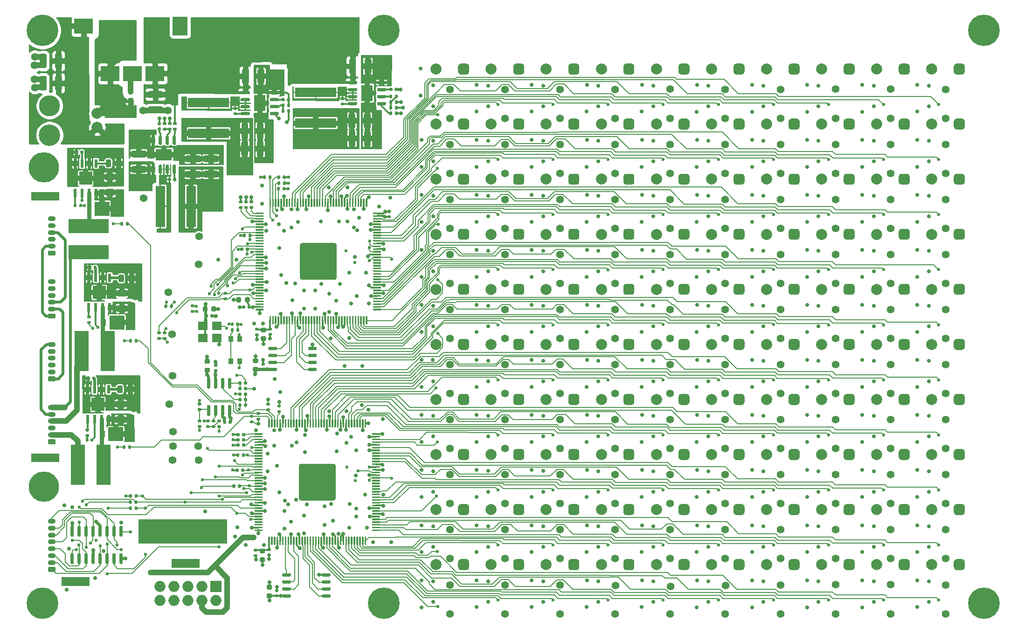
<source format=gtl>
G04 #@! TF.GenerationSoftware,KiCad,Pcbnew,(5.1.9)-1*
G04 #@! TF.CreationDate,2021-06-02T00:25:45+02:00*
G04 #@! TF.ProjectId,floater,666c6f61-7465-4722-9e6b-696361645f70,rev?*
G04 #@! TF.SameCoordinates,Original*
G04 #@! TF.FileFunction,Copper,L1,Top*
G04 #@! TF.FilePolarity,Positive*
%FSLAX46Y46*%
G04 Gerber Fmt 4.6, Leading zero omitted, Abs format (unit mm)*
G04 Created by KiCad (PCBNEW (5.1.9)-1) date 2021-06-02 00:25:45*
%MOMM*%
%LPD*%
G01*
G04 APERTURE LIST*
G04 #@! TA.AperFunction,NonConductor*
%ADD10C,0.100000*%
G04 #@! TD*
G04 #@! TA.AperFunction,WasherPad*
%ADD11C,3.800000*%
G04 #@! TD*
G04 #@! TA.AperFunction,WasherPad*
%ADD12C,3.890000*%
G04 #@! TD*
G04 #@! TA.AperFunction,ComponentPad*
%ADD13C,2.000000*%
G04 #@! TD*
G04 #@! TA.AperFunction,SMDPad,CuDef*
%ADD14R,3.430000X2.790000*%
G04 #@! TD*
G04 #@! TA.AperFunction,SMDPad,CuDef*
%ADD15R,2.790000X3.430000*%
G04 #@! TD*
G04 #@! TA.AperFunction,SMDPad,CuDef*
%ADD16R,1.700000X1.500000*%
G04 #@! TD*
G04 #@! TA.AperFunction,SMDPad,CuDef*
%ADD17R,0.762000X1.270000*%
G04 #@! TD*
G04 #@! TA.AperFunction,SMDPad,CuDef*
%ADD18R,2.670000X2.540000*%
G04 #@! TD*
G04 #@! TA.AperFunction,SMDPad,CuDef*
%ADD19R,7.300000X2.600000*%
G04 #@! TD*
G04 #@! TA.AperFunction,SMDPad,CuDef*
%ADD20R,2.600000X7.300000*%
G04 #@! TD*
G04 #@! TA.AperFunction,SMDPad,CuDef*
%ADD21R,1.800000X7.500000*%
G04 #@! TD*
G04 #@! TA.AperFunction,SMDPad,CuDef*
%ADD22R,7.500000X1.800000*%
G04 #@! TD*
G04 #@! TA.AperFunction,ComponentPad*
%ADD23R,2.000000X2.000000*%
G04 #@! TD*
G04 #@! TA.AperFunction,ComponentPad*
%ADD24O,2.000000X2.000000*%
G04 #@! TD*
G04 #@! TA.AperFunction,ComponentPad*
%ADD25C,5.500000*%
G04 #@! TD*
G04 #@! TA.AperFunction,ComponentPad*
%ADD26O,1.400000X0.900000*%
G04 #@! TD*
G04 #@! TA.AperFunction,SMDPad,CuDef*
%ADD27R,3.000000X2.100000*%
G04 #@! TD*
G04 #@! TA.AperFunction,SMDPad,CuDef*
%ADD28R,2.100000X3.000000*%
G04 #@! TD*
G04 #@! TA.AperFunction,SMDPad,CuDef*
%ADD29R,2.350000X2.350000*%
G04 #@! TD*
G04 #@! TA.AperFunction,SMDPad,CuDef*
%ADD30R,0.600000X1.550000*%
G04 #@! TD*
G04 #@! TA.AperFunction,SMDPad,CuDef*
%ADD31R,0.900000X1.000000*%
G04 #@! TD*
G04 #@! TA.AperFunction,ViaPad*
%ADD32C,5.715000*%
G04 #@! TD*
G04 #@! TA.AperFunction,ViaPad*
%ADD33C,1.400000*%
G04 #@! TD*
G04 #@! TA.AperFunction,ViaPad*
%ADD34C,0.600000*%
G04 #@! TD*
G04 #@! TA.AperFunction,ViaPad*
%ADD35C,0.700000*%
G04 #@! TD*
G04 #@! TA.AperFunction,Conductor*
%ADD36C,1.000000*%
G04 #@! TD*
G04 #@! TA.AperFunction,Conductor*
%ADD37C,0.304800*%
G04 #@! TD*
G04 #@! TA.AperFunction,Conductor*
%ADD38C,0.127000*%
G04 #@! TD*
G04 #@! TA.AperFunction,Conductor*
%ADD39C,0.508000*%
G04 #@! TD*
G04 #@! TA.AperFunction,Conductor*
%ADD40C,0.600000*%
G04 #@! TD*
G04 #@! TA.AperFunction,Conductor*
%ADD41C,0.750000*%
G04 #@! TD*
G04 #@! TA.AperFunction,Conductor*
%ADD42C,0.200000*%
G04 #@! TD*
G04 #@! TA.AperFunction,Conductor*
%ADD43C,0.100000*%
G04 #@! TD*
G04 #@! TA.AperFunction,Conductor*
%ADD44C,0.254000*%
G04 #@! TD*
G04 #@! TA.AperFunction,Conductor*
%ADD45C,0.250000*%
G04 #@! TD*
G04 APERTURE END LIST*
D10*
G36*
X93000000Y-132200000D02*
G01*
X88000000Y-132200000D01*
X88000000Y-130700000D01*
X93000000Y-130700000D01*
X93000000Y-132200000D01*
G37*
X93000000Y-132200000D02*
X88000000Y-132200000D01*
X88000000Y-130700000D01*
X93000000Y-130700000D01*
X93000000Y-132200000D01*
G36*
X73000000Y-135500000D02*
G01*
X68000000Y-135500000D01*
X68000000Y-134000000D01*
X73000000Y-134000000D01*
X73000000Y-135500000D01*
G37*
X73000000Y-135500000D02*
X68000000Y-135500000D01*
X68000000Y-134000000D01*
X73000000Y-134000000D01*
X73000000Y-135500000D01*
G36*
X67500000Y-65500000D02*
G01*
X62500000Y-65500000D01*
X62500000Y-64000000D01*
X67500000Y-64000000D01*
X67500000Y-65500000D01*
G37*
X67500000Y-65500000D02*
X62500000Y-65500000D01*
X62500000Y-64000000D01*
X67500000Y-64000000D01*
X67500000Y-65500000D01*
G36*
X67500000Y-113000000D02*
G01*
X62500000Y-113000000D01*
X62500000Y-111500000D01*
X67500000Y-111500000D01*
X67500000Y-113000000D01*
G37*
X67500000Y-113000000D02*
X62500000Y-113000000D01*
X62500000Y-111500000D01*
X67500000Y-111500000D01*
X67500000Y-113000000D01*
G36*
X98000000Y-127750000D02*
G01*
X82000000Y-127750000D01*
X82000000Y-123500000D01*
X98000000Y-123500000D01*
X98000000Y-127750000D01*
G37*
X98000000Y-127750000D02*
X82000000Y-127750000D01*
X82000000Y-123500000D01*
X98000000Y-123500000D01*
X98000000Y-127750000D01*
D11*
X65824060Y-48354340D03*
D12*
X65824060Y-53694340D03*
D13*
X74464060Y-49754340D03*
X74464060Y-52294340D03*
D14*
X84956260Y-42521880D03*
X80886260Y-42521880D03*
X76836260Y-42521880D03*
X72006260Y-33881880D03*
D15*
X89526260Y-33881880D03*
D16*
X93681700Y-88352000D03*
X96221700Y-88352000D03*
X96221700Y-90552000D03*
X93681700Y-90552000D03*
D17*
X75491260Y-107986380D03*
D18*
X77842260Y-107986380D03*
D17*
X75734060Y-87704480D03*
D18*
X78085060Y-87704480D03*
D17*
X73008640Y-67046660D03*
D18*
X75359640Y-67046660D03*
D19*
X72904500Y-74928780D03*
X72904500Y-70228780D03*
D20*
X71669560Y-92911480D03*
X76369560Y-92911480D03*
X70938040Y-113607400D03*
X75638040Y-113607400D03*
D13*
X226000000Y-131700000D03*
G04 #@! TA.AperFunction,ComponentPad*
G36*
G01*
X230000000Y-132200000D02*
X230000000Y-131200000D01*
G75*
G02*
X230500000Y-130700000I500000J0D01*
G01*
X231500000Y-130700000D01*
G75*
G02*
X232000000Y-131200000I0J-500000D01*
G01*
X232000000Y-132200000D01*
G75*
G02*
X231500000Y-132700000I-500000J0D01*
G01*
X230500000Y-132700000D01*
G75*
G02*
X230000000Y-132200000I0J500000D01*
G01*
G37*
G04 #@! TD.AperFunction*
X216000000Y-131700000D03*
G04 #@! TA.AperFunction,ComponentPad*
G36*
G01*
X220000000Y-132200000D02*
X220000000Y-131200000D01*
G75*
G02*
X220500000Y-130700000I500000J0D01*
G01*
X221500000Y-130700000D01*
G75*
G02*
X222000000Y-131200000I0J-500000D01*
G01*
X222000000Y-132200000D01*
G75*
G02*
X221500000Y-132700000I-500000J0D01*
G01*
X220500000Y-132700000D01*
G75*
G02*
X220000000Y-132200000I0J500000D01*
G01*
G37*
G04 #@! TD.AperFunction*
X206000000Y-131700000D03*
G04 #@! TA.AperFunction,ComponentPad*
G36*
G01*
X210000000Y-132200000D02*
X210000000Y-131200000D01*
G75*
G02*
X210500000Y-130700000I500000J0D01*
G01*
X211500000Y-130700000D01*
G75*
G02*
X212000000Y-131200000I0J-500000D01*
G01*
X212000000Y-132200000D01*
G75*
G02*
X211500000Y-132700000I-500000J0D01*
G01*
X210500000Y-132700000D01*
G75*
G02*
X210000000Y-132200000I0J500000D01*
G01*
G37*
G04 #@! TD.AperFunction*
X196000000Y-131700000D03*
G04 #@! TA.AperFunction,ComponentPad*
G36*
G01*
X200000000Y-132200000D02*
X200000000Y-131200000D01*
G75*
G02*
X200500000Y-130700000I500000J0D01*
G01*
X201500000Y-130700000D01*
G75*
G02*
X202000000Y-131200000I0J-500000D01*
G01*
X202000000Y-132200000D01*
G75*
G02*
X201500000Y-132700000I-500000J0D01*
G01*
X200500000Y-132700000D01*
G75*
G02*
X200000000Y-132200000I0J500000D01*
G01*
G37*
G04 #@! TD.AperFunction*
X186000000Y-131700000D03*
G04 #@! TA.AperFunction,ComponentPad*
G36*
G01*
X190000000Y-132200000D02*
X190000000Y-131200000D01*
G75*
G02*
X190500000Y-130700000I500000J0D01*
G01*
X191500000Y-130700000D01*
G75*
G02*
X192000000Y-131200000I0J-500000D01*
G01*
X192000000Y-132200000D01*
G75*
G02*
X191500000Y-132700000I-500000J0D01*
G01*
X190500000Y-132700000D01*
G75*
G02*
X190000000Y-132200000I0J500000D01*
G01*
G37*
G04 #@! TD.AperFunction*
X176000000Y-131700000D03*
G04 #@! TA.AperFunction,ComponentPad*
G36*
G01*
X180000000Y-132200000D02*
X180000000Y-131200000D01*
G75*
G02*
X180500000Y-130700000I500000J0D01*
G01*
X181500000Y-130700000D01*
G75*
G02*
X182000000Y-131200000I0J-500000D01*
G01*
X182000000Y-132200000D01*
G75*
G02*
X181500000Y-132700000I-500000J0D01*
G01*
X180500000Y-132700000D01*
G75*
G02*
X180000000Y-132200000I0J500000D01*
G01*
G37*
G04 #@! TD.AperFunction*
X166000000Y-131700000D03*
G04 #@! TA.AperFunction,ComponentPad*
G36*
G01*
X170000000Y-132200000D02*
X170000000Y-131200000D01*
G75*
G02*
X170500000Y-130700000I500000J0D01*
G01*
X171500000Y-130700000D01*
G75*
G02*
X172000000Y-131200000I0J-500000D01*
G01*
X172000000Y-132200000D01*
G75*
G02*
X171500000Y-132700000I-500000J0D01*
G01*
X170500000Y-132700000D01*
G75*
G02*
X170000000Y-132200000I0J500000D01*
G01*
G37*
G04 #@! TD.AperFunction*
X156000000Y-131700000D03*
G04 #@! TA.AperFunction,ComponentPad*
G36*
G01*
X160000000Y-132200000D02*
X160000000Y-131200000D01*
G75*
G02*
X160500000Y-130700000I500000J0D01*
G01*
X161500000Y-130700000D01*
G75*
G02*
X162000000Y-131200000I0J-500000D01*
G01*
X162000000Y-132200000D01*
G75*
G02*
X161500000Y-132700000I-500000J0D01*
G01*
X160500000Y-132700000D01*
G75*
G02*
X160000000Y-132200000I0J500000D01*
G01*
G37*
G04 #@! TD.AperFunction*
X146000000Y-131700000D03*
G04 #@! TA.AperFunction,ComponentPad*
G36*
G01*
X150000000Y-132200000D02*
X150000000Y-131200000D01*
G75*
G02*
X150500000Y-130700000I500000J0D01*
G01*
X151500000Y-130700000D01*
G75*
G02*
X152000000Y-131200000I0J-500000D01*
G01*
X152000000Y-132200000D01*
G75*
G02*
X151500000Y-132700000I-500000J0D01*
G01*
X150500000Y-132700000D01*
G75*
G02*
X150000000Y-132200000I0J500000D01*
G01*
G37*
G04 #@! TD.AperFunction*
X136000000Y-131700000D03*
G04 #@! TA.AperFunction,ComponentPad*
G36*
G01*
X140000000Y-132200000D02*
X140000000Y-131200000D01*
G75*
G02*
X140500000Y-130700000I500000J0D01*
G01*
X141500000Y-130700000D01*
G75*
G02*
X142000000Y-131200000I0J-500000D01*
G01*
X142000000Y-132200000D01*
G75*
G02*
X141500000Y-132700000I-500000J0D01*
G01*
X140500000Y-132700000D01*
G75*
G02*
X140000000Y-132200000I0J500000D01*
G01*
G37*
G04 #@! TD.AperFunction*
X226000000Y-121700000D03*
G04 #@! TA.AperFunction,ComponentPad*
G36*
G01*
X230000000Y-122200000D02*
X230000000Y-121200000D01*
G75*
G02*
X230500000Y-120700000I500000J0D01*
G01*
X231500000Y-120700000D01*
G75*
G02*
X232000000Y-121200000I0J-500000D01*
G01*
X232000000Y-122200000D01*
G75*
G02*
X231500000Y-122700000I-500000J0D01*
G01*
X230500000Y-122700000D01*
G75*
G02*
X230000000Y-122200000I0J500000D01*
G01*
G37*
G04 #@! TD.AperFunction*
X216000000Y-121700000D03*
G04 #@! TA.AperFunction,ComponentPad*
G36*
G01*
X220000000Y-122200000D02*
X220000000Y-121200000D01*
G75*
G02*
X220500000Y-120700000I500000J0D01*
G01*
X221500000Y-120700000D01*
G75*
G02*
X222000000Y-121200000I0J-500000D01*
G01*
X222000000Y-122200000D01*
G75*
G02*
X221500000Y-122700000I-500000J0D01*
G01*
X220500000Y-122700000D01*
G75*
G02*
X220000000Y-122200000I0J500000D01*
G01*
G37*
G04 #@! TD.AperFunction*
X206000000Y-121700000D03*
G04 #@! TA.AperFunction,ComponentPad*
G36*
G01*
X210000000Y-122200000D02*
X210000000Y-121200000D01*
G75*
G02*
X210500000Y-120700000I500000J0D01*
G01*
X211500000Y-120700000D01*
G75*
G02*
X212000000Y-121200000I0J-500000D01*
G01*
X212000000Y-122200000D01*
G75*
G02*
X211500000Y-122700000I-500000J0D01*
G01*
X210500000Y-122700000D01*
G75*
G02*
X210000000Y-122200000I0J500000D01*
G01*
G37*
G04 #@! TD.AperFunction*
X196000000Y-121700000D03*
G04 #@! TA.AperFunction,ComponentPad*
G36*
G01*
X200000000Y-122200000D02*
X200000000Y-121200000D01*
G75*
G02*
X200500000Y-120700000I500000J0D01*
G01*
X201500000Y-120700000D01*
G75*
G02*
X202000000Y-121200000I0J-500000D01*
G01*
X202000000Y-122200000D01*
G75*
G02*
X201500000Y-122700000I-500000J0D01*
G01*
X200500000Y-122700000D01*
G75*
G02*
X200000000Y-122200000I0J500000D01*
G01*
G37*
G04 #@! TD.AperFunction*
X186000000Y-121700000D03*
G04 #@! TA.AperFunction,ComponentPad*
G36*
G01*
X190000000Y-122200000D02*
X190000000Y-121200000D01*
G75*
G02*
X190500000Y-120700000I500000J0D01*
G01*
X191500000Y-120700000D01*
G75*
G02*
X192000000Y-121200000I0J-500000D01*
G01*
X192000000Y-122200000D01*
G75*
G02*
X191500000Y-122700000I-500000J0D01*
G01*
X190500000Y-122700000D01*
G75*
G02*
X190000000Y-122200000I0J500000D01*
G01*
G37*
G04 #@! TD.AperFunction*
X176000000Y-121700000D03*
G04 #@! TA.AperFunction,ComponentPad*
G36*
G01*
X180000000Y-122200000D02*
X180000000Y-121200000D01*
G75*
G02*
X180500000Y-120700000I500000J0D01*
G01*
X181500000Y-120700000D01*
G75*
G02*
X182000000Y-121200000I0J-500000D01*
G01*
X182000000Y-122200000D01*
G75*
G02*
X181500000Y-122700000I-500000J0D01*
G01*
X180500000Y-122700000D01*
G75*
G02*
X180000000Y-122200000I0J500000D01*
G01*
G37*
G04 #@! TD.AperFunction*
X166000000Y-121700000D03*
G04 #@! TA.AperFunction,ComponentPad*
G36*
G01*
X170000000Y-122200000D02*
X170000000Y-121200000D01*
G75*
G02*
X170500000Y-120700000I500000J0D01*
G01*
X171500000Y-120700000D01*
G75*
G02*
X172000000Y-121200000I0J-500000D01*
G01*
X172000000Y-122200000D01*
G75*
G02*
X171500000Y-122700000I-500000J0D01*
G01*
X170500000Y-122700000D01*
G75*
G02*
X170000000Y-122200000I0J500000D01*
G01*
G37*
G04 #@! TD.AperFunction*
X156000000Y-121700000D03*
G04 #@! TA.AperFunction,ComponentPad*
G36*
G01*
X160000000Y-122200000D02*
X160000000Y-121200000D01*
G75*
G02*
X160500000Y-120700000I500000J0D01*
G01*
X161500000Y-120700000D01*
G75*
G02*
X162000000Y-121200000I0J-500000D01*
G01*
X162000000Y-122200000D01*
G75*
G02*
X161500000Y-122700000I-500000J0D01*
G01*
X160500000Y-122700000D01*
G75*
G02*
X160000000Y-122200000I0J500000D01*
G01*
G37*
G04 #@! TD.AperFunction*
X146000000Y-121700000D03*
G04 #@! TA.AperFunction,ComponentPad*
G36*
G01*
X150000000Y-122200000D02*
X150000000Y-121200000D01*
G75*
G02*
X150500000Y-120700000I500000J0D01*
G01*
X151500000Y-120700000D01*
G75*
G02*
X152000000Y-121200000I0J-500000D01*
G01*
X152000000Y-122200000D01*
G75*
G02*
X151500000Y-122700000I-500000J0D01*
G01*
X150500000Y-122700000D01*
G75*
G02*
X150000000Y-122200000I0J500000D01*
G01*
G37*
G04 #@! TD.AperFunction*
X136000000Y-121700000D03*
G04 #@! TA.AperFunction,ComponentPad*
G36*
G01*
X140000000Y-122200000D02*
X140000000Y-121200000D01*
G75*
G02*
X140500000Y-120700000I500000J0D01*
G01*
X141500000Y-120700000D01*
G75*
G02*
X142000000Y-121200000I0J-500000D01*
G01*
X142000000Y-122200000D01*
G75*
G02*
X141500000Y-122700000I-500000J0D01*
G01*
X140500000Y-122700000D01*
G75*
G02*
X140000000Y-122200000I0J500000D01*
G01*
G37*
G04 #@! TD.AperFunction*
X226000000Y-111700000D03*
G04 #@! TA.AperFunction,ComponentPad*
G36*
G01*
X230000000Y-112200000D02*
X230000000Y-111200000D01*
G75*
G02*
X230500000Y-110700000I500000J0D01*
G01*
X231500000Y-110700000D01*
G75*
G02*
X232000000Y-111200000I0J-500000D01*
G01*
X232000000Y-112200000D01*
G75*
G02*
X231500000Y-112700000I-500000J0D01*
G01*
X230500000Y-112700000D01*
G75*
G02*
X230000000Y-112200000I0J500000D01*
G01*
G37*
G04 #@! TD.AperFunction*
X216000000Y-111700000D03*
G04 #@! TA.AperFunction,ComponentPad*
G36*
G01*
X220000000Y-112200000D02*
X220000000Y-111200000D01*
G75*
G02*
X220500000Y-110700000I500000J0D01*
G01*
X221500000Y-110700000D01*
G75*
G02*
X222000000Y-111200000I0J-500000D01*
G01*
X222000000Y-112200000D01*
G75*
G02*
X221500000Y-112700000I-500000J0D01*
G01*
X220500000Y-112700000D01*
G75*
G02*
X220000000Y-112200000I0J500000D01*
G01*
G37*
G04 #@! TD.AperFunction*
X206000000Y-111700000D03*
G04 #@! TA.AperFunction,ComponentPad*
G36*
G01*
X210000000Y-112200000D02*
X210000000Y-111200000D01*
G75*
G02*
X210500000Y-110700000I500000J0D01*
G01*
X211500000Y-110700000D01*
G75*
G02*
X212000000Y-111200000I0J-500000D01*
G01*
X212000000Y-112200000D01*
G75*
G02*
X211500000Y-112700000I-500000J0D01*
G01*
X210500000Y-112700000D01*
G75*
G02*
X210000000Y-112200000I0J500000D01*
G01*
G37*
G04 #@! TD.AperFunction*
X196000000Y-111700000D03*
G04 #@! TA.AperFunction,ComponentPad*
G36*
G01*
X200000000Y-112200000D02*
X200000000Y-111200000D01*
G75*
G02*
X200500000Y-110700000I500000J0D01*
G01*
X201500000Y-110700000D01*
G75*
G02*
X202000000Y-111200000I0J-500000D01*
G01*
X202000000Y-112200000D01*
G75*
G02*
X201500000Y-112700000I-500000J0D01*
G01*
X200500000Y-112700000D01*
G75*
G02*
X200000000Y-112200000I0J500000D01*
G01*
G37*
G04 #@! TD.AperFunction*
X186000000Y-111700000D03*
G04 #@! TA.AperFunction,ComponentPad*
G36*
G01*
X190000000Y-112200000D02*
X190000000Y-111200000D01*
G75*
G02*
X190500000Y-110700000I500000J0D01*
G01*
X191500000Y-110700000D01*
G75*
G02*
X192000000Y-111200000I0J-500000D01*
G01*
X192000000Y-112200000D01*
G75*
G02*
X191500000Y-112700000I-500000J0D01*
G01*
X190500000Y-112700000D01*
G75*
G02*
X190000000Y-112200000I0J500000D01*
G01*
G37*
G04 #@! TD.AperFunction*
X176000000Y-111700000D03*
G04 #@! TA.AperFunction,ComponentPad*
G36*
G01*
X180000000Y-112200000D02*
X180000000Y-111200000D01*
G75*
G02*
X180500000Y-110700000I500000J0D01*
G01*
X181500000Y-110700000D01*
G75*
G02*
X182000000Y-111200000I0J-500000D01*
G01*
X182000000Y-112200000D01*
G75*
G02*
X181500000Y-112700000I-500000J0D01*
G01*
X180500000Y-112700000D01*
G75*
G02*
X180000000Y-112200000I0J500000D01*
G01*
G37*
G04 #@! TD.AperFunction*
X166000000Y-111700000D03*
G04 #@! TA.AperFunction,ComponentPad*
G36*
G01*
X170000000Y-112200000D02*
X170000000Y-111200000D01*
G75*
G02*
X170500000Y-110700000I500000J0D01*
G01*
X171500000Y-110700000D01*
G75*
G02*
X172000000Y-111200000I0J-500000D01*
G01*
X172000000Y-112200000D01*
G75*
G02*
X171500000Y-112700000I-500000J0D01*
G01*
X170500000Y-112700000D01*
G75*
G02*
X170000000Y-112200000I0J500000D01*
G01*
G37*
G04 #@! TD.AperFunction*
X156000000Y-111700000D03*
G04 #@! TA.AperFunction,ComponentPad*
G36*
G01*
X160000000Y-112200000D02*
X160000000Y-111200000D01*
G75*
G02*
X160500000Y-110700000I500000J0D01*
G01*
X161500000Y-110700000D01*
G75*
G02*
X162000000Y-111200000I0J-500000D01*
G01*
X162000000Y-112200000D01*
G75*
G02*
X161500000Y-112700000I-500000J0D01*
G01*
X160500000Y-112700000D01*
G75*
G02*
X160000000Y-112200000I0J500000D01*
G01*
G37*
G04 #@! TD.AperFunction*
X146000000Y-111700000D03*
G04 #@! TA.AperFunction,ComponentPad*
G36*
G01*
X150000000Y-112200000D02*
X150000000Y-111200000D01*
G75*
G02*
X150500000Y-110700000I500000J0D01*
G01*
X151500000Y-110700000D01*
G75*
G02*
X152000000Y-111200000I0J-500000D01*
G01*
X152000000Y-112200000D01*
G75*
G02*
X151500000Y-112700000I-500000J0D01*
G01*
X150500000Y-112700000D01*
G75*
G02*
X150000000Y-112200000I0J500000D01*
G01*
G37*
G04 #@! TD.AperFunction*
X136000000Y-111700000D03*
G04 #@! TA.AperFunction,ComponentPad*
G36*
G01*
X140000000Y-112200000D02*
X140000000Y-111200000D01*
G75*
G02*
X140500000Y-110700000I500000J0D01*
G01*
X141500000Y-110700000D01*
G75*
G02*
X142000000Y-111200000I0J-500000D01*
G01*
X142000000Y-112200000D01*
G75*
G02*
X141500000Y-112700000I-500000J0D01*
G01*
X140500000Y-112700000D01*
G75*
G02*
X140000000Y-112200000I0J500000D01*
G01*
G37*
G04 #@! TD.AperFunction*
X226000000Y-101700000D03*
G04 #@! TA.AperFunction,ComponentPad*
G36*
G01*
X230000000Y-102200000D02*
X230000000Y-101200000D01*
G75*
G02*
X230500000Y-100700000I500000J0D01*
G01*
X231500000Y-100700000D01*
G75*
G02*
X232000000Y-101200000I0J-500000D01*
G01*
X232000000Y-102200000D01*
G75*
G02*
X231500000Y-102700000I-500000J0D01*
G01*
X230500000Y-102700000D01*
G75*
G02*
X230000000Y-102200000I0J500000D01*
G01*
G37*
G04 #@! TD.AperFunction*
X216000000Y-101700000D03*
G04 #@! TA.AperFunction,ComponentPad*
G36*
G01*
X220000000Y-102200000D02*
X220000000Y-101200000D01*
G75*
G02*
X220500000Y-100700000I500000J0D01*
G01*
X221500000Y-100700000D01*
G75*
G02*
X222000000Y-101200000I0J-500000D01*
G01*
X222000000Y-102200000D01*
G75*
G02*
X221500000Y-102700000I-500000J0D01*
G01*
X220500000Y-102700000D01*
G75*
G02*
X220000000Y-102200000I0J500000D01*
G01*
G37*
G04 #@! TD.AperFunction*
X206000000Y-101700000D03*
G04 #@! TA.AperFunction,ComponentPad*
G36*
G01*
X210000000Y-102200000D02*
X210000000Y-101200000D01*
G75*
G02*
X210500000Y-100700000I500000J0D01*
G01*
X211500000Y-100700000D01*
G75*
G02*
X212000000Y-101200000I0J-500000D01*
G01*
X212000000Y-102200000D01*
G75*
G02*
X211500000Y-102700000I-500000J0D01*
G01*
X210500000Y-102700000D01*
G75*
G02*
X210000000Y-102200000I0J500000D01*
G01*
G37*
G04 #@! TD.AperFunction*
X196000000Y-101700000D03*
G04 #@! TA.AperFunction,ComponentPad*
G36*
G01*
X200000000Y-102200000D02*
X200000000Y-101200000D01*
G75*
G02*
X200500000Y-100700000I500000J0D01*
G01*
X201500000Y-100700000D01*
G75*
G02*
X202000000Y-101200000I0J-500000D01*
G01*
X202000000Y-102200000D01*
G75*
G02*
X201500000Y-102700000I-500000J0D01*
G01*
X200500000Y-102700000D01*
G75*
G02*
X200000000Y-102200000I0J500000D01*
G01*
G37*
G04 #@! TD.AperFunction*
X186000000Y-101700000D03*
G04 #@! TA.AperFunction,ComponentPad*
G36*
G01*
X190000000Y-102200000D02*
X190000000Y-101200000D01*
G75*
G02*
X190500000Y-100700000I500000J0D01*
G01*
X191500000Y-100700000D01*
G75*
G02*
X192000000Y-101200000I0J-500000D01*
G01*
X192000000Y-102200000D01*
G75*
G02*
X191500000Y-102700000I-500000J0D01*
G01*
X190500000Y-102700000D01*
G75*
G02*
X190000000Y-102200000I0J500000D01*
G01*
G37*
G04 #@! TD.AperFunction*
X176000000Y-101700000D03*
G04 #@! TA.AperFunction,ComponentPad*
G36*
G01*
X180000000Y-102200000D02*
X180000000Y-101200000D01*
G75*
G02*
X180500000Y-100700000I500000J0D01*
G01*
X181500000Y-100700000D01*
G75*
G02*
X182000000Y-101200000I0J-500000D01*
G01*
X182000000Y-102200000D01*
G75*
G02*
X181500000Y-102700000I-500000J0D01*
G01*
X180500000Y-102700000D01*
G75*
G02*
X180000000Y-102200000I0J500000D01*
G01*
G37*
G04 #@! TD.AperFunction*
X166000000Y-101700000D03*
G04 #@! TA.AperFunction,ComponentPad*
G36*
G01*
X170000000Y-102200000D02*
X170000000Y-101200000D01*
G75*
G02*
X170500000Y-100700000I500000J0D01*
G01*
X171500000Y-100700000D01*
G75*
G02*
X172000000Y-101200000I0J-500000D01*
G01*
X172000000Y-102200000D01*
G75*
G02*
X171500000Y-102700000I-500000J0D01*
G01*
X170500000Y-102700000D01*
G75*
G02*
X170000000Y-102200000I0J500000D01*
G01*
G37*
G04 #@! TD.AperFunction*
X156000000Y-101700000D03*
G04 #@! TA.AperFunction,ComponentPad*
G36*
G01*
X160000000Y-102200000D02*
X160000000Y-101200000D01*
G75*
G02*
X160500000Y-100700000I500000J0D01*
G01*
X161500000Y-100700000D01*
G75*
G02*
X162000000Y-101200000I0J-500000D01*
G01*
X162000000Y-102200000D01*
G75*
G02*
X161500000Y-102700000I-500000J0D01*
G01*
X160500000Y-102700000D01*
G75*
G02*
X160000000Y-102200000I0J500000D01*
G01*
G37*
G04 #@! TD.AperFunction*
X146000000Y-101700000D03*
G04 #@! TA.AperFunction,ComponentPad*
G36*
G01*
X150000000Y-102200000D02*
X150000000Y-101200000D01*
G75*
G02*
X150500000Y-100700000I500000J0D01*
G01*
X151500000Y-100700000D01*
G75*
G02*
X152000000Y-101200000I0J-500000D01*
G01*
X152000000Y-102200000D01*
G75*
G02*
X151500000Y-102700000I-500000J0D01*
G01*
X150500000Y-102700000D01*
G75*
G02*
X150000000Y-102200000I0J500000D01*
G01*
G37*
G04 #@! TD.AperFunction*
X136000000Y-101700000D03*
G04 #@! TA.AperFunction,ComponentPad*
G36*
G01*
X140000000Y-102200000D02*
X140000000Y-101200000D01*
G75*
G02*
X140500000Y-100700000I500000J0D01*
G01*
X141500000Y-100700000D01*
G75*
G02*
X142000000Y-101200000I0J-500000D01*
G01*
X142000000Y-102200000D01*
G75*
G02*
X141500000Y-102700000I-500000J0D01*
G01*
X140500000Y-102700000D01*
G75*
G02*
X140000000Y-102200000I0J500000D01*
G01*
G37*
G04 #@! TD.AperFunction*
X226000000Y-91700000D03*
G04 #@! TA.AperFunction,ComponentPad*
G36*
G01*
X230000000Y-92200000D02*
X230000000Y-91200000D01*
G75*
G02*
X230500000Y-90700000I500000J0D01*
G01*
X231500000Y-90700000D01*
G75*
G02*
X232000000Y-91200000I0J-500000D01*
G01*
X232000000Y-92200000D01*
G75*
G02*
X231500000Y-92700000I-500000J0D01*
G01*
X230500000Y-92700000D01*
G75*
G02*
X230000000Y-92200000I0J500000D01*
G01*
G37*
G04 #@! TD.AperFunction*
X216000000Y-91700000D03*
G04 #@! TA.AperFunction,ComponentPad*
G36*
G01*
X220000000Y-92200000D02*
X220000000Y-91200000D01*
G75*
G02*
X220500000Y-90700000I500000J0D01*
G01*
X221500000Y-90700000D01*
G75*
G02*
X222000000Y-91200000I0J-500000D01*
G01*
X222000000Y-92200000D01*
G75*
G02*
X221500000Y-92700000I-500000J0D01*
G01*
X220500000Y-92700000D01*
G75*
G02*
X220000000Y-92200000I0J500000D01*
G01*
G37*
G04 #@! TD.AperFunction*
X206000000Y-91700000D03*
G04 #@! TA.AperFunction,ComponentPad*
G36*
G01*
X210000000Y-92200000D02*
X210000000Y-91200000D01*
G75*
G02*
X210500000Y-90700000I500000J0D01*
G01*
X211500000Y-90700000D01*
G75*
G02*
X212000000Y-91200000I0J-500000D01*
G01*
X212000000Y-92200000D01*
G75*
G02*
X211500000Y-92700000I-500000J0D01*
G01*
X210500000Y-92700000D01*
G75*
G02*
X210000000Y-92200000I0J500000D01*
G01*
G37*
G04 #@! TD.AperFunction*
X196000000Y-91700000D03*
G04 #@! TA.AperFunction,ComponentPad*
G36*
G01*
X200000000Y-92200000D02*
X200000000Y-91200000D01*
G75*
G02*
X200500000Y-90700000I500000J0D01*
G01*
X201500000Y-90700000D01*
G75*
G02*
X202000000Y-91200000I0J-500000D01*
G01*
X202000000Y-92200000D01*
G75*
G02*
X201500000Y-92700000I-500000J0D01*
G01*
X200500000Y-92700000D01*
G75*
G02*
X200000000Y-92200000I0J500000D01*
G01*
G37*
G04 #@! TD.AperFunction*
X186000000Y-91700000D03*
G04 #@! TA.AperFunction,ComponentPad*
G36*
G01*
X190000000Y-92200000D02*
X190000000Y-91200000D01*
G75*
G02*
X190500000Y-90700000I500000J0D01*
G01*
X191500000Y-90700000D01*
G75*
G02*
X192000000Y-91200000I0J-500000D01*
G01*
X192000000Y-92200000D01*
G75*
G02*
X191500000Y-92700000I-500000J0D01*
G01*
X190500000Y-92700000D01*
G75*
G02*
X190000000Y-92200000I0J500000D01*
G01*
G37*
G04 #@! TD.AperFunction*
X176000000Y-91700000D03*
G04 #@! TA.AperFunction,ComponentPad*
G36*
G01*
X180000000Y-92200000D02*
X180000000Y-91200000D01*
G75*
G02*
X180500000Y-90700000I500000J0D01*
G01*
X181500000Y-90700000D01*
G75*
G02*
X182000000Y-91200000I0J-500000D01*
G01*
X182000000Y-92200000D01*
G75*
G02*
X181500000Y-92700000I-500000J0D01*
G01*
X180500000Y-92700000D01*
G75*
G02*
X180000000Y-92200000I0J500000D01*
G01*
G37*
G04 #@! TD.AperFunction*
X166000000Y-91700000D03*
G04 #@! TA.AperFunction,ComponentPad*
G36*
G01*
X170000000Y-92200000D02*
X170000000Y-91200000D01*
G75*
G02*
X170500000Y-90700000I500000J0D01*
G01*
X171500000Y-90700000D01*
G75*
G02*
X172000000Y-91200000I0J-500000D01*
G01*
X172000000Y-92200000D01*
G75*
G02*
X171500000Y-92700000I-500000J0D01*
G01*
X170500000Y-92700000D01*
G75*
G02*
X170000000Y-92200000I0J500000D01*
G01*
G37*
G04 #@! TD.AperFunction*
X156000000Y-91700000D03*
G04 #@! TA.AperFunction,ComponentPad*
G36*
G01*
X160000000Y-92200000D02*
X160000000Y-91200000D01*
G75*
G02*
X160500000Y-90700000I500000J0D01*
G01*
X161500000Y-90700000D01*
G75*
G02*
X162000000Y-91200000I0J-500000D01*
G01*
X162000000Y-92200000D01*
G75*
G02*
X161500000Y-92700000I-500000J0D01*
G01*
X160500000Y-92700000D01*
G75*
G02*
X160000000Y-92200000I0J500000D01*
G01*
G37*
G04 #@! TD.AperFunction*
X146000000Y-91700000D03*
G04 #@! TA.AperFunction,ComponentPad*
G36*
G01*
X150000000Y-92200000D02*
X150000000Y-91200000D01*
G75*
G02*
X150500000Y-90700000I500000J0D01*
G01*
X151500000Y-90700000D01*
G75*
G02*
X152000000Y-91200000I0J-500000D01*
G01*
X152000000Y-92200000D01*
G75*
G02*
X151500000Y-92700000I-500000J0D01*
G01*
X150500000Y-92700000D01*
G75*
G02*
X150000000Y-92200000I0J500000D01*
G01*
G37*
G04 #@! TD.AperFunction*
X136000000Y-91700000D03*
G04 #@! TA.AperFunction,ComponentPad*
G36*
G01*
X140000000Y-92200000D02*
X140000000Y-91200000D01*
G75*
G02*
X140500000Y-90700000I500000J0D01*
G01*
X141500000Y-90700000D01*
G75*
G02*
X142000000Y-91200000I0J-500000D01*
G01*
X142000000Y-92200000D01*
G75*
G02*
X141500000Y-92700000I-500000J0D01*
G01*
X140500000Y-92700000D01*
G75*
G02*
X140000000Y-92200000I0J500000D01*
G01*
G37*
G04 #@! TD.AperFunction*
X226000000Y-81700000D03*
G04 #@! TA.AperFunction,ComponentPad*
G36*
G01*
X230000000Y-82200000D02*
X230000000Y-81200000D01*
G75*
G02*
X230500000Y-80700000I500000J0D01*
G01*
X231500000Y-80700000D01*
G75*
G02*
X232000000Y-81200000I0J-500000D01*
G01*
X232000000Y-82200000D01*
G75*
G02*
X231500000Y-82700000I-500000J0D01*
G01*
X230500000Y-82700000D01*
G75*
G02*
X230000000Y-82200000I0J500000D01*
G01*
G37*
G04 #@! TD.AperFunction*
X216000000Y-81700000D03*
G04 #@! TA.AperFunction,ComponentPad*
G36*
G01*
X220000000Y-82200000D02*
X220000000Y-81200000D01*
G75*
G02*
X220500000Y-80700000I500000J0D01*
G01*
X221500000Y-80700000D01*
G75*
G02*
X222000000Y-81200000I0J-500000D01*
G01*
X222000000Y-82200000D01*
G75*
G02*
X221500000Y-82700000I-500000J0D01*
G01*
X220500000Y-82700000D01*
G75*
G02*
X220000000Y-82200000I0J500000D01*
G01*
G37*
G04 #@! TD.AperFunction*
X206000000Y-81700000D03*
G04 #@! TA.AperFunction,ComponentPad*
G36*
G01*
X210000000Y-82200000D02*
X210000000Y-81200000D01*
G75*
G02*
X210500000Y-80700000I500000J0D01*
G01*
X211500000Y-80700000D01*
G75*
G02*
X212000000Y-81200000I0J-500000D01*
G01*
X212000000Y-82200000D01*
G75*
G02*
X211500000Y-82700000I-500000J0D01*
G01*
X210500000Y-82700000D01*
G75*
G02*
X210000000Y-82200000I0J500000D01*
G01*
G37*
G04 #@! TD.AperFunction*
X196000000Y-81700000D03*
G04 #@! TA.AperFunction,ComponentPad*
G36*
G01*
X200000000Y-82200000D02*
X200000000Y-81200000D01*
G75*
G02*
X200500000Y-80700000I500000J0D01*
G01*
X201500000Y-80700000D01*
G75*
G02*
X202000000Y-81200000I0J-500000D01*
G01*
X202000000Y-82200000D01*
G75*
G02*
X201500000Y-82700000I-500000J0D01*
G01*
X200500000Y-82700000D01*
G75*
G02*
X200000000Y-82200000I0J500000D01*
G01*
G37*
G04 #@! TD.AperFunction*
X186000000Y-81700000D03*
G04 #@! TA.AperFunction,ComponentPad*
G36*
G01*
X190000000Y-82200000D02*
X190000000Y-81200000D01*
G75*
G02*
X190500000Y-80700000I500000J0D01*
G01*
X191500000Y-80700000D01*
G75*
G02*
X192000000Y-81200000I0J-500000D01*
G01*
X192000000Y-82200000D01*
G75*
G02*
X191500000Y-82700000I-500000J0D01*
G01*
X190500000Y-82700000D01*
G75*
G02*
X190000000Y-82200000I0J500000D01*
G01*
G37*
G04 #@! TD.AperFunction*
X176000000Y-81700000D03*
G04 #@! TA.AperFunction,ComponentPad*
G36*
G01*
X180000000Y-82200000D02*
X180000000Y-81200000D01*
G75*
G02*
X180500000Y-80700000I500000J0D01*
G01*
X181500000Y-80700000D01*
G75*
G02*
X182000000Y-81200000I0J-500000D01*
G01*
X182000000Y-82200000D01*
G75*
G02*
X181500000Y-82700000I-500000J0D01*
G01*
X180500000Y-82700000D01*
G75*
G02*
X180000000Y-82200000I0J500000D01*
G01*
G37*
G04 #@! TD.AperFunction*
X166000000Y-81700000D03*
G04 #@! TA.AperFunction,ComponentPad*
G36*
G01*
X170000000Y-82200000D02*
X170000000Y-81200000D01*
G75*
G02*
X170500000Y-80700000I500000J0D01*
G01*
X171500000Y-80700000D01*
G75*
G02*
X172000000Y-81200000I0J-500000D01*
G01*
X172000000Y-82200000D01*
G75*
G02*
X171500000Y-82700000I-500000J0D01*
G01*
X170500000Y-82700000D01*
G75*
G02*
X170000000Y-82200000I0J500000D01*
G01*
G37*
G04 #@! TD.AperFunction*
X156000000Y-81700000D03*
G04 #@! TA.AperFunction,ComponentPad*
G36*
G01*
X160000000Y-82200000D02*
X160000000Y-81200000D01*
G75*
G02*
X160500000Y-80700000I500000J0D01*
G01*
X161500000Y-80700000D01*
G75*
G02*
X162000000Y-81200000I0J-500000D01*
G01*
X162000000Y-82200000D01*
G75*
G02*
X161500000Y-82700000I-500000J0D01*
G01*
X160500000Y-82700000D01*
G75*
G02*
X160000000Y-82200000I0J500000D01*
G01*
G37*
G04 #@! TD.AperFunction*
X146000000Y-81700000D03*
G04 #@! TA.AperFunction,ComponentPad*
G36*
G01*
X150000000Y-82200000D02*
X150000000Y-81200000D01*
G75*
G02*
X150500000Y-80700000I500000J0D01*
G01*
X151500000Y-80700000D01*
G75*
G02*
X152000000Y-81200000I0J-500000D01*
G01*
X152000000Y-82200000D01*
G75*
G02*
X151500000Y-82700000I-500000J0D01*
G01*
X150500000Y-82700000D01*
G75*
G02*
X150000000Y-82200000I0J500000D01*
G01*
G37*
G04 #@! TD.AperFunction*
X136000000Y-81700000D03*
G04 #@! TA.AperFunction,ComponentPad*
G36*
G01*
X140000000Y-82200000D02*
X140000000Y-81200000D01*
G75*
G02*
X140500000Y-80700000I500000J0D01*
G01*
X141500000Y-80700000D01*
G75*
G02*
X142000000Y-81200000I0J-500000D01*
G01*
X142000000Y-82200000D01*
G75*
G02*
X141500000Y-82700000I-500000J0D01*
G01*
X140500000Y-82700000D01*
G75*
G02*
X140000000Y-82200000I0J500000D01*
G01*
G37*
G04 #@! TD.AperFunction*
X226000000Y-71700000D03*
G04 #@! TA.AperFunction,ComponentPad*
G36*
G01*
X230000000Y-72200000D02*
X230000000Y-71200000D01*
G75*
G02*
X230500000Y-70700000I500000J0D01*
G01*
X231500000Y-70700000D01*
G75*
G02*
X232000000Y-71200000I0J-500000D01*
G01*
X232000000Y-72200000D01*
G75*
G02*
X231500000Y-72700000I-500000J0D01*
G01*
X230500000Y-72700000D01*
G75*
G02*
X230000000Y-72200000I0J500000D01*
G01*
G37*
G04 #@! TD.AperFunction*
X216000000Y-71700000D03*
G04 #@! TA.AperFunction,ComponentPad*
G36*
G01*
X220000000Y-72200000D02*
X220000000Y-71200000D01*
G75*
G02*
X220500000Y-70700000I500000J0D01*
G01*
X221500000Y-70700000D01*
G75*
G02*
X222000000Y-71200000I0J-500000D01*
G01*
X222000000Y-72200000D01*
G75*
G02*
X221500000Y-72700000I-500000J0D01*
G01*
X220500000Y-72700000D01*
G75*
G02*
X220000000Y-72200000I0J500000D01*
G01*
G37*
G04 #@! TD.AperFunction*
X206000000Y-71700000D03*
G04 #@! TA.AperFunction,ComponentPad*
G36*
G01*
X210000000Y-72200000D02*
X210000000Y-71200000D01*
G75*
G02*
X210500000Y-70700000I500000J0D01*
G01*
X211500000Y-70700000D01*
G75*
G02*
X212000000Y-71200000I0J-500000D01*
G01*
X212000000Y-72200000D01*
G75*
G02*
X211500000Y-72700000I-500000J0D01*
G01*
X210500000Y-72700000D01*
G75*
G02*
X210000000Y-72200000I0J500000D01*
G01*
G37*
G04 #@! TD.AperFunction*
X196000000Y-71700000D03*
G04 #@! TA.AperFunction,ComponentPad*
G36*
G01*
X200000000Y-72200000D02*
X200000000Y-71200000D01*
G75*
G02*
X200500000Y-70700000I500000J0D01*
G01*
X201500000Y-70700000D01*
G75*
G02*
X202000000Y-71200000I0J-500000D01*
G01*
X202000000Y-72200000D01*
G75*
G02*
X201500000Y-72700000I-500000J0D01*
G01*
X200500000Y-72700000D01*
G75*
G02*
X200000000Y-72200000I0J500000D01*
G01*
G37*
G04 #@! TD.AperFunction*
X186000000Y-71700000D03*
G04 #@! TA.AperFunction,ComponentPad*
G36*
G01*
X190000000Y-72200000D02*
X190000000Y-71200000D01*
G75*
G02*
X190500000Y-70700000I500000J0D01*
G01*
X191500000Y-70700000D01*
G75*
G02*
X192000000Y-71200000I0J-500000D01*
G01*
X192000000Y-72200000D01*
G75*
G02*
X191500000Y-72700000I-500000J0D01*
G01*
X190500000Y-72700000D01*
G75*
G02*
X190000000Y-72200000I0J500000D01*
G01*
G37*
G04 #@! TD.AperFunction*
X176000000Y-71700000D03*
G04 #@! TA.AperFunction,ComponentPad*
G36*
G01*
X180000000Y-72200000D02*
X180000000Y-71200000D01*
G75*
G02*
X180500000Y-70700000I500000J0D01*
G01*
X181500000Y-70700000D01*
G75*
G02*
X182000000Y-71200000I0J-500000D01*
G01*
X182000000Y-72200000D01*
G75*
G02*
X181500000Y-72700000I-500000J0D01*
G01*
X180500000Y-72700000D01*
G75*
G02*
X180000000Y-72200000I0J500000D01*
G01*
G37*
G04 #@! TD.AperFunction*
X166000000Y-71700000D03*
G04 #@! TA.AperFunction,ComponentPad*
G36*
G01*
X170000000Y-72200000D02*
X170000000Y-71200000D01*
G75*
G02*
X170500000Y-70700000I500000J0D01*
G01*
X171500000Y-70700000D01*
G75*
G02*
X172000000Y-71200000I0J-500000D01*
G01*
X172000000Y-72200000D01*
G75*
G02*
X171500000Y-72700000I-500000J0D01*
G01*
X170500000Y-72700000D01*
G75*
G02*
X170000000Y-72200000I0J500000D01*
G01*
G37*
G04 #@! TD.AperFunction*
X156000000Y-71700000D03*
G04 #@! TA.AperFunction,ComponentPad*
G36*
G01*
X160000000Y-72200000D02*
X160000000Y-71200000D01*
G75*
G02*
X160500000Y-70700000I500000J0D01*
G01*
X161500000Y-70700000D01*
G75*
G02*
X162000000Y-71200000I0J-500000D01*
G01*
X162000000Y-72200000D01*
G75*
G02*
X161500000Y-72700000I-500000J0D01*
G01*
X160500000Y-72700000D01*
G75*
G02*
X160000000Y-72200000I0J500000D01*
G01*
G37*
G04 #@! TD.AperFunction*
X146000000Y-71700000D03*
G04 #@! TA.AperFunction,ComponentPad*
G36*
G01*
X150000000Y-72200000D02*
X150000000Y-71200000D01*
G75*
G02*
X150500000Y-70700000I500000J0D01*
G01*
X151500000Y-70700000D01*
G75*
G02*
X152000000Y-71200000I0J-500000D01*
G01*
X152000000Y-72200000D01*
G75*
G02*
X151500000Y-72700000I-500000J0D01*
G01*
X150500000Y-72700000D01*
G75*
G02*
X150000000Y-72200000I0J500000D01*
G01*
G37*
G04 #@! TD.AperFunction*
X136000000Y-71700000D03*
G04 #@! TA.AperFunction,ComponentPad*
G36*
G01*
X140000000Y-72200000D02*
X140000000Y-71200000D01*
G75*
G02*
X140500000Y-70700000I500000J0D01*
G01*
X141500000Y-70700000D01*
G75*
G02*
X142000000Y-71200000I0J-500000D01*
G01*
X142000000Y-72200000D01*
G75*
G02*
X141500000Y-72700000I-500000J0D01*
G01*
X140500000Y-72700000D01*
G75*
G02*
X140000000Y-72200000I0J500000D01*
G01*
G37*
G04 #@! TD.AperFunction*
X226000000Y-61700000D03*
G04 #@! TA.AperFunction,ComponentPad*
G36*
G01*
X230000000Y-62200000D02*
X230000000Y-61200000D01*
G75*
G02*
X230500000Y-60700000I500000J0D01*
G01*
X231500000Y-60700000D01*
G75*
G02*
X232000000Y-61200000I0J-500000D01*
G01*
X232000000Y-62200000D01*
G75*
G02*
X231500000Y-62700000I-500000J0D01*
G01*
X230500000Y-62700000D01*
G75*
G02*
X230000000Y-62200000I0J500000D01*
G01*
G37*
G04 #@! TD.AperFunction*
X216000000Y-61700000D03*
G04 #@! TA.AperFunction,ComponentPad*
G36*
G01*
X220000000Y-62200000D02*
X220000000Y-61200000D01*
G75*
G02*
X220500000Y-60700000I500000J0D01*
G01*
X221500000Y-60700000D01*
G75*
G02*
X222000000Y-61200000I0J-500000D01*
G01*
X222000000Y-62200000D01*
G75*
G02*
X221500000Y-62700000I-500000J0D01*
G01*
X220500000Y-62700000D01*
G75*
G02*
X220000000Y-62200000I0J500000D01*
G01*
G37*
G04 #@! TD.AperFunction*
X206000000Y-61700000D03*
G04 #@! TA.AperFunction,ComponentPad*
G36*
G01*
X210000000Y-62200000D02*
X210000000Y-61200000D01*
G75*
G02*
X210500000Y-60700000I500000J0D01*
G01*
X211500000Y-60700000D01*
G75*
G02*
X212000000Y-61200000I0J-500000D01*
G01*
X212000000Y-62200000D01*
G75*
G02*
X211500000Y-62700000I-500000J0D01*
G01*
X210500000Y-62700000D01*
G75*
G02*
X210000000Y-62200000I0J500000D01*
G01*
G37*
G04 #@! TD.AperFunction*
X196000000Y-61700000D03*
G04 #@! TA.AperFunction,ComponentPad*
G36*
G01*
X200000000Y-62200000D02*
X200000000Y-61200000D01*
G75*
G02*
X200500000Y-60700000I500000J0D01*
G01*
X201500000Y-60700000D01*
G75*
G02*
X202000000Y-61200000I0J-500000D01*
G01*
X202000000Y-62200000D01*
G75*
G02*
X201500000Y-62700000I-500000J0D01*
G01*
X200500000Y-62700000D01*
G75*
G02*
X200000000Y-62200000I0J500000D01*
G01*
G37*
G04 #@! TD.AperFunction*
X186000000Y-61700000D03*
G04 #@! TA.AperFunction,ComponentPad*
G36*
G01*
X190000000Y-62200000D02*
X190000000Y-61200000D01*
G75*
G02*
X190500000Y-60700000I500000J0D01*
G01*
X191500000Y-60700000D01*
G75*
G02*
X192000000Y-61200000I0J-500000D01*
G01*
X192000000Y-62200000D01*
G75*
G02*
X191500000Y-62700000I-500000J0D01*
G01*
X190500000Y-62700000D01*
G75*
G02*
X190000000Y-62200000I0J500000D01*
G01*
G37*
G04 #@! TD.AperFunction*
X176000000Y-61700000D03*
G04 #@! TA.AperFunction,ComponentPad*
G36*
G01*
X180000000Y-62200000D02*
X180000000Y-61200000D01*
G75*
G02*
X180500000Y-60700000I500000J0D01*
G01*
X181500000Y-60700000D01*
G75*
G02*
X182000000Y-61200000I0J-500000D01*
G01*
X182000000Y-62200000D01*
G75*
G02*
X181500000Y-62700000I-500000J0D01*
G01*
X180500000Y-62700000D01*
G75*
G02*
X180000000Y-62200000I0J500000D01*
G01*
G37*
G04 #@! TD.AperFunction*
X166000000Y-61700000D03*
G04 #@! TA.AperFunction,ComponentPad*
G36*
G01*
X170000000Y-62200000D02*
X170000000Y-61200000D01*
G75*
G02*
X170500000Y-60700000I500000J0D01*
G01*
X171500000Y-60700000D01*
G75*
G02*
X172000000Y-61200000I0J-500000D01*
G01*
X172000000Y-62200000D01*
G75*
G02*
X171500000Y-62700000I-500000J0D01*
G01*
X170500000Y-62700000D01*
G75*
G02*
X170000000Y-62200000I0J500000D01*
G01*
G37*
G04 #@! TD.AperFunction*
X156000000Y-61700000D03*
G04 #@! TA.AperFunction,ComponentPad*
G36*
G01*
X160000000Y-62200000D02*
X160000000Y-61200000D01*
G75*
G02*
X160500000Y-60700000I500000J0D01*
G01*
X161500000Y-60700000D01*
G75*
G02*
X162000000Y-61200000I0J-500000D01*
G01*
X162000000Y-62200000D01*
G75*
G02*
X161500000Y-62700000I-500000J0D01*
G01*
X160500000Y-62700000D01*
G75*
G02*
X160000000Y-62200000I0J500000D01*
G01*
G37*
G04 #@! TD.AperFunction*
X146000000Y-61700000D03*
G04 #@! TA.AperFunction,ComponentPad*
G36*
G01*
X150000000Y-62200000D02*
X150000000Y-61200000D01*
G75*
G02*
X150500000Y-60700000I500000J0D01*
G01*
X151500000Y-60700000D01*
G75*
G02*
X152000000Y-61200000I0J-500000D01*
G01*
X152000000Y-62200000D01*
G75*
G02*
X151500000Y-62700000I-500000J0D01*
G01*
X150500000Y-62700000D01*
G75*
G02*
X150000000Y-62200000I0J500000D01*
G01*
G37*
G04 #@! TD.AperFunction*
X136000000Y-61700000D03*
G04 #@! TA.AperFunction,ComponentPad*
G36*
G01*
X140000000Y-62200000D02*
X140000000Y-61200000D01*
G75*
G02*
X140500000Y-60700000I500000J0D01*
G01*
X141500000Y-60700000D01*
G75*
G02*
X142000000Y-61200000I0J-500000D01*
G01*
X142000000Y-62200000D01*
G75*
G02*
X141500000Y-62700000I-500000J0D01*
G01*
X140500000Y-62700000D01*
G75*
G02*
X140000000Y-62200000I0J500000D01*
G01*
G37*
G04 #@! TD.AperFunction*
X226000000Y-51700000D03*
G04 #@! TA.AperFunction,ComponentPad*
G36*
G01*
X230000000Y-52200000D02*
X230000000Y-51200000D01*
G75*
G02*
X230500000Y-50700000I500000J0D01*
G01*
X231500000Y-50700000D01*
G75*
G02*
X232000000Y-51200000I0J-500000D01*
G01*
X232000000Y-52200000D01*
G75*
G02*
X231500000Y-52700000I-500000J0D01*
G01*
X230500000Y-52700000D01*
G75*
G02*
X230000000Y-52200000I0J500000D01*
G01*
G37*
G04 #@! TD.AperFunction*
X216000000Y-51700000D03*
G04 #@! TA.AperFunction,ComponentPad*
G36*
G01*
X220000000Y-52200000D02*
X220000000Y-51200000D01*
G75*
G02*
X220500000Y-50700000I500000J0D01*
G01*
X221500000Y-50700000D01*
G75*
G02*
X222000000Y-51200000I0J-500000D01*
G01*
X222000000Y-52200000D01*
G75*
G02*
X221500000Y-52700000I-500000J0D01*
G01*
X220500000Y-52700000D01*
G75*
G02*
X220000000Y-52200000I0J500000D01*
G01*
G37*
G04 #@! TD.AperFunction*
X206000000Y-51700000D03*
G04 #@! TA.AperFunction,ComponentPad*
G36*
G01*
X210000000Y-52200000D02*
X210000000Y-51200000D01*
G75*
G02*
X210500000Y-50700000I500000J0D01*
G01*
X211500000Y-50700000D01*
G75*
G02*
X212000000Y-51200000I0J-500000D01*
G01*
X212000000Y-52200000D01*
G75*
G02*
X211500000Y-52700000I-500000J0D01*
G01*
X210500000Y-52700000D01*
G75*
G02*
X210000000Y-52200000I0J500000D01*
G01*
G37*
G04 #@! TD.AperFunction*
X196000000Y-51700000D03*
G04 #@! TA.AperFunction,ComponentPad*
G36*
G01*
X200000000Y-52200000D02*
X200000000Y-51200000D01*
G75*
G02*
X200500000Y-50700000I500000J0D01*
G01*
X201500000Y-50700000D01*
G75*
G02*
X202000000Y-51200000I0J-500000D01*
G01*
X202000000Y-52200000D01*
G75*
G02*
X201500000Y-52700000I-500000J0D01*
G01*
X200500000Y-52700000D01*
G75*
G02*
X200000000Y-52200000I0J500000D01*
G01*
G37*
G04 #@! TD.AperFunction*
X186000000Y-51700000D03*
G04 #@! TA.AperFunction,ComponentPad*
G36*
G01*
X190000000Y-52200000D02*
X190000000Y-51200000D01*
G75*
G02*
X190500000Y-50700000I500000J0D01*
G01*
X191500000Y-50700000D01*
G75*
G02*
X192000000Y-51200000I0J-500000D01*
G01*
X192000000Y-52200000D01*
G75*
G02*
X191500000Y-52700000I-500000J0D01*
G01*
X190500000Y-52700000D01*
G75*
G02*
X190000000Y-52200000I0J500000D01*
G01*
G37*
G04 #@! TD.AperFunction*
X176000000Y-51700000D03*
G04 #@! TA.AperFunction,ComponentPad*
G36*
G01*
X180000000Y-52200000D02*
X180000000Y-51200000D01*
G75*
G02*
X180500000Y-50700000I500000J0D01*
G01*
X181500000Y-50700000D01*
G75*
G02*
X182000000Y-51200000I0J-500000D01*
G01*
X182000000Y-52200000D01*
G75*
G02*
X181500000Y-52700000I-500000J0D01*
G01*
X180500000Y-52700000D01*
G75*
G02*
X180000000Y-52200000I0J500000D01*
G01*
G37*
G04 #@! TD.AperFunction*
X166000000Y-51700000D03*
G04 #@! TA.AperFunction,ComponentPad*
G36*
G01*
X170000000Y-52200000D02*
X170000000Y-51200000D01*
G75*
G02*
X170500000Y-50700000I500000J0D01*
G01*
X171500000Y-50700000D01*
G75*
G02*
X172000000Y-51200000I0J-500000D01*
G01*
X172000000Y-52200000D01*
G75*
G02*
X171500000Y-52700000I-500000J0D01*
G01*
X170500000Y-52700000D01*
G75*
G02*
X170000000Y-52200000I0J500000D01*
G01*
G37*
G04 #@! TD.AperFunction*
X156000000Y-51700000D03*
G04 #@! TA.AperFunction,ComponentPad*
G36*
G01*
X160000000Y-52200000D02*
X160000000Y-51200000D01*
G75*
G02*
X160500000Y-50700000I500000J0D01*
G01*
X161500000Y-50700000D01*
G75*
G02*
X162000000Y-51200000I0J-500000D01*
G01*
X162000000Y-52200000D01*
G75*
G02*
X161500000Y-52700000I-500000J0D01*
G01*
X160500000Y-52700000D01*
G75*
G02*
X160000000Y-52200000I0J500000D01*
G01*
G37*
G04 #@! TD.AperFunction*
G04 #@! TA.AperFunction,ComponentPad*
G36*
G01*
X150000000Y-52200000D02*
X150000000Y-51200000D01*
G75*
G02*
X150500000Y-50700000I500000J0D01*
G01*
X151500000Y-50700000D01*
G75*
G02*
X152000000Y-51200000I0J-500000D01*
G01*
X152000000Y-52200000D01*
G75*
G02*
X151500000Y-52700000I-500000J0D01*
G01*
X150500000Y-52700000D01*
G75*
G02*
X150000000Y-52200000I0J500000D01*
G01*
G37*
G04 #@! TD.AperFunction*
X146000000Y-51700000D03*
X136000000Y-51700000D03*
G04 #@! TA.AperFunction,ComponentPad*
G36*
G01*
X140000000Y-52200000D02*
X140000000Y-51200000D01*
G75*
G02*
X140500000Y-50700000I500000J0D01*
G01*
X141500000Y-50700000D01*
G75*
G02*
X142000000Y-51200000I0J-500000D01*
G01*
X142000000Y-52200000D01*
G75*
G02*
X141500000Y-52700000I-500000J0D01*
G01*
X140500000Y-52700000D01*
G75*
G02*
X140000000Y-52200000I0J500000D01*
G01*
G37*
G04 #@! TD.AperFunction*
X226000000Y-41700000D03*
G04 #@! TA.AperFunction,ComponentPad*
G36*
G01*
X230000000Y-42200000D02*
X230000000Y-41200000D01*
G75*
G02*
X230500000Y-40700000I500000J0D01*
G01*
X231500000Y-40700000D01*
G75*
G02*
X232000000Y-41200000I0J-500000D01*
G01*
X232000000Y-42200000D01*
G75*
G02*
X231500000Y-42700000I-500000J0D01*
G01*
X230500000Y-42700000D01*
G75*
G02*
X230000000Y-42200000I0J500000D01*
G01*
G37*
G04 #@! TD.AperFunction*
X216000000Y-41700000D03*
G04 #@! TA.AperFunction,ComponentPad*
G36*
G01*
X220000000Y-42200000D02*
X220000000Y-41200000D01*
G75*
G02*
X220500000Y-40700000I500000J0D01*
G01*
X221500000Y-40700000D01*
G75*
G02*
X222000000Y-41200000I0J-500000D01*
G01*
X222000000Y-42200000D01*
G75*
G02*
X221500000Y-42700000I-500000J0D01*
G01*
X220500000Y-42700000D01*
G75*
G02*
X220000000Y-42200000I0J500000D01*
G01*
G37*
G04 #@! TD.AperFunction*
X206000000Y-41700000D03*
G04 #@! TA.AperFunction,ComponentPad*
G36*
G01*
X210000000Y-42200000D02*
X210000000Y-41200000D01*
G75*
G02*
X210500000Y-40700000I500000J0D01*
G01*
X211500000Y-40700000D01*
G75*
G02*
X212000000Y-41200000I0J-500000D01*
G01*
X212000000Y-42200000D01*
G75*
G02*
X211500000Y-42700000I-500000J0D01*
G01*
X210500000Y-42700000D01*
G75*
G02*
X210000000Y-42200000I0J500000D01*
G01*
G37*
G04 #@! TD.AperFunction*
X196000000Y-41700000D03*
G04 #@! TA.AperFunction,ComponentPad*
G36*
G01*
X200000000Y-42200000D02*
X200000000Y-41200000D01*
G75*
G02*
X200500000Y-40700000I500000J0D01*
G01*
X201500000Y-40700000D01*
G75*
G02*
X202000000Y-41200000I0J-500000D01*
G01*
X202000000Y-42200000D01*
G75*
G02*
X201500000Y-42700000I-500000J0D01*
G01*
X200500000Y-42700000D01*
G75*
G02*
X200000000Y-42200000I0J500000D01*
G01*
G37*
G04 #@! TD.AperFunction*
X186000000Y-41700000D03*
G04 #@! TA.AperFunction,ComponentPad*
G36*
G01*
X190000000Y-42200000D02*
X190000000Y-41200000D01*
G75*
G02*
X190500000Y-40700000I500000J0D01*
G01*
X191500000Y-40700000D01*
G75*
G02*
X192000000Y-41200000I0J-500000D01*
G01*
X192000000Y-42200000D01*
G75*
G02*
X191500000Y-42700000I-500000J0D01*
G01*
X190500000Y-42700000D01*
G75*
G02*
X190000000Y-42200000I0J500000D01*
G01*
G37*
G04 #@! TD.AperFunction*
X176000000Y-41700000D03*
G04 #@! TA.AperFunction,ComponentPad*
G36*
G01*
X180000000Y-42200000D02*
X180000000Y-41200000D01*
G75*
G02*
X180500000Y-40700000I500000J0D01*
G01*
X181500000Y-40700000D01*
G75*
G02*
X182000000Y-41200000I0J-500000D01*
G01*
X182000000Y-42200000D01*
G75*
G02*
X181500000Y-42700000I-500000J0D01*
G01*
X180500000Y-42700000D01*
G75*
G02*
X180000000Y-42200000I0J500000D01*
G01*
G37*
G04 #@! TD.AperFunction*
X166000000Y-41700000D03*
G04 #@! TA.AperFunction,ComponentPad*
G36*
G01*
X170000000Y-42200000D02*
X170000000Y-41200000D01*
G75*
G02*
X170500000Y-40700000I500000J0D01*
G01*
X171500000Y-40700000D01*
G75*
G02*
X172000000Y-41200000I0J-500000D01*
G01*
X172000000Y-42200000D01*
G75*
G02*
X171500000Y-42700000I-500000J0D01*
G01*
X170500000Y-42700000D01*
G75*
G02*
X170000000Y-42200000I0J500000D01*
G01*
G37*
G04 #@! TD.AperFunction*
X156000000Y-41700000D03*
G04 #@! TA.AperFunction,ComponentPad*
G36*
G01*
X160000000Y-42200000D02*
X160000000Y-41200000D01*
G75*
G02*
X160500000Y-40700000I500000J0D01*
G01*
X161500000Y-40700000D01*
G75*
G02*
X162000000Y-41200000I0J-500000D01*
G01*
X162000000Y-42200000D01*
G75*
G02*
X161500000Y-42700000I-500000J0D01*
G01*
X160500000Y-42700000D01*
G75*
G02*
X160000000Y-42200000I0J500000D01*
G01*
G37*
G04 #@! TD.AperFunction*
X146000000Y-41700000D03*
G04 #@! TA.AperFunction,ComponentPad*
G36*
G01*
X150000000Y-42200000D02*
X150000000Y-41200000D01*
G75*
G02*
X150500000Y-40700000I500000J0D01*
G01*
X151500000Y-40700000D01*
G75*
G02*
X152000000Y-41200000I0J-500000D01*
G01*
X152000000Y-42200000D01*
G75*
G02*
X151500000Y-42700000I-500000J0D01*
G01*
X150500000Y-42700000D01*
G75*
G02*
X150000000Y-42200000I0J500000D01*
G01*
G37*
G04 #@! TD.AperFunction*
X136000000Y-41700000D03*
G04 #@! TA.AperFunction,ComponentPad*
G36*
G01*
X140000000Y-42200000D02*
X140000000Y-41200000D01*
G75*
G02*
X140500000Y-40700000I500000J0D01*
G01*
X141500000Y-40700000D01*
G75*
G02*
X142000000Y-41200000I0J-500000D01*
G01*
X142000000Y-42200000D01*
G75*
G02*
X141500000Y-42700000I-500000J0D01*
G01*
X140500000Y-42700000D01*
G75*
G02*
X140000000Y-42200000I0J500000D01*
G01*
G37*
G04 #@! TD.AperFunction*
G04 #@! TA.AperFunction,SMDPad,CuDef*
G36*
G01*
X95184860Y-85535030D02*
X95184860Y-85022530D01*
G75*
G02*
X95403610Y-84803780I218750J0D01*
G01*
X95841110Y-84803780D01*
G75*
G02*
X96059860Y-85022530I0J-218750D01*
G01*
X96059860Y-85535030D01*
G75*
G02*
X95841110Y-85753780I-218750J0D01*
G01*
X95403610Y-85753780D01*
G75*
G02*
X95184860Y-85535030I0J218750D01*
G01*
G37*
G04 #@! TD.AperFunction*
G04 #@! TA.AperFunction,SMDPad,CuDef*
G36*
G01*
X93609860Y-85535030D02*
X93609860Y-85022530D01*
G75*
G02*
X93828610Y-84803780I218750J0D01*
G01*
X94266110Y-84803780D01*
G75*
G02*
X94484860Y-85022530I0J-218750D01*
G01*
X94484860Y-85535030D01*
G75*
G02*
X94266110Y-85753780I-218750J0D01*
G01*
X93828610Y-85753780D01*
G75*
G02*
X93609860Y-85535030I0J218750D01*
G01*
G37*
G04 #@! TD.AperFunction*
G04 #@! TA.AperFunction,SMDPad,CuDef*
G36*
G01*
X104205210Y-130355640D02*
X104717710Y-130355640D01*
G75*
G02*
X104936460Y-130574390I0J-218750D01*
G01*
X104936460Y-131011890D01*
G75*
G02*
X104717710Y-131230640I-218750J0D01*
G01*
X104205210Y-131230640D01*
G75*
G02*
X103986460Y-131011890I0J218750D01*
G01*
X103986460Y-130574390D01*
G75*
G02*
X104205210Y-130355640I218750J0D01*
G01*
G37*
G04 #@! TD.AperFunction*
G04 #@! TA.AperFunction,SMDPad,CuDef*
G36*
G01*
X104205210Y-128780640D02*
X104717710Y-128780640D01*
G75*
G02*
X104936460Y-128999390I0J-218750D01*
G01*
X104936460Y-129436890D01*
G75*
G02*
X104717710Y-129655640I-218750J0D01*
G01*
X104205210Y-129655640D01*
G75*
G02*
X103986460Y-129436890I0J218750D01*
G01*
X103986460Y-128999390D01*
G75*
G02*
X104205210Y-128780640I218750J0D01*
G01*
G37*
G04 #@! TD.AperFunction*
G04 #@! TA.AperFunction,SMDPad,CuDef*
G36*
G01*
X104395070Y-90217760D02*
X104907570Y-90217760D01*
G75*
G02*
X105126320Y-90436510I0J-218750D01*
G01*
X105126320Y-90874010D01*
G75*
G02*
X104907570Y-91092760I-218750J0D01*
G01*
X104395070Y-91092760D01*
G75*
G02*
X104176320Y-90874010I0J218750D01*
G01*
X104176320Y-90436510D01*
G75*
G02*
X104395070Y-90217760I218750J0D01*
G01*
G37*
G04 #@! TD.AperFunction*
G04 #@! TA.AperFunction,SMDPad,CuDef*
G36*
G01*
X104395070Y-88642760D02*
X104907570Y-88642760D01*
G75*
G02*
X105126320Y-88861510I0J-218750D01*
G01*
X105126320Y-89299010D01*
G75*
G02*
X104907570Y-89517760I-218750J0D01*
G01*
X104395070Y-89517760D01*
G75*
G02*
X104176320Y-89299010I0J218750D01*
G01*
X104176320Y-88861510D01*
G75*
G02*
X104395070Y-88642760I218750J0D01*
G01*
G37*
G04 #@! TD.AperFunction*
G04 #@! TA.AperFunction,SMDPad,CuDef*
G36*
G01*
X102173640Y-83338510D02*
X102173640Y-83851010D01*
G75*
G02*
X101954890Y-84069760I-218750J0D01*
G01*
X101517390Y-84069760D01*
G75*
G02*
X101298640Y-83851010I0J218750D01*
G01*
X101298640Y-83338510D01*
G75*
G02*
X101517390Y-83119760I218750J0D01*
G01*
X101954890Y-83119760D01*
G75*
G02*
X102173640Y-83338510I0J-218750D01*
G01*
G37*
G04 #@! TD.AperFunction*
G04 #@! TA.AperFunction,SMDPad,CuDef*
G36*
G01*
X100598640Y-83338510D02*
X100598640Y-83851010D01*
G75*
G02*
X100379890Y-84069760I-218750J0D01*
G01*
X99942390Y-84069760D01*
G75*
G02*
X99723640Y-83851010I0J218750D01*
G01*
X99723640Y-83338510D01*
G75*
G02*
X99942390Y-83119760I218750J0D01*
G01*
X100379890Y-83119760D01*
G75*
G02*
X100598640Y-83338510I0J-218750D01*
G01*
G37*
G04 #@! TD.AperFunction*
G04 #@! TA.AperFunction,SMDPad,CuDef*
G36*
G01*
X103478190Y-95104020D02*
X102965690Y-95104020D01*
G75*
G02*
X102746940Y-94885270I0J218750D01*
G01*
X102746940Y-94447770D01*
G75*
G02*
X102965690Y-94229020I218750J0D01*
G01*
X103478190Y-94229020D01*
G75*
G02*
X103696940Y-94447770I0J-218750D01*
G01*
X103696940Y-94885270D01*
G75*
G02*
X103478190Y-95104020I-218750J0D01*
G01*
G37*
G04 #@! TD.AperFunction*
G04 #@! TA.AperFunction,SMDPad,CuDef*
G36*
G01*
X103478190Y-96679020D02*
X102965690Y-96679020D01*
G75*
G02*
X102746940Y-96460270I0J218750D01*
G01*
X102746940Y-96022770D01*
G75*
G02*
X102965690Y-95804020I218750J0D01*
G01*
X103478190Y-95804020D01*
G75*
G02*
X103696940Y-96022770I0J-218750D01*
G01*
X103696940Y-96460270D01*
G75*
G02*
X103478190Y-96679020I-218750J0D01*
G01*
G37*
G04 #@! TD.AperFunction*
G04 #@! TA.AperFunction,SMDPad,CuDef*
G36*
G01*
X105975010Y-136226620D02*
X105462510Y-136226620D01*
G75*
G02*
X105243760Y-136007870I0J218750D01*
G01*
X105243760Y-135570370D01*
G75*
G02*
X105462510Y-135351620I218750J0D01*
G01*
X105975010Y-135351620D01*
G75*
G02*
X106193760Y-135570370I0J-218750D01*
G01*
X106193760Y-136007870D01*
G75*
G02*
X105975010Y-136226620I-218750J0D01*
G01*
G37*
G04 #@! TD.AperFunction*
G04 #@! TA.AperFunction,SMDPad,CuDef*
G36*
G01*
X105975010Y-137801620D02*
X105462510Y-137801620D01*
G75*
G02*
X105243760Y-137582870I0J218750D01*
G01*
X105243760Y-137145370D01*
G75*
G02*
X105462510Y-136926620I218750J0D01*
G01*
X105975010Y-136926620D01*
G75*
G02*
X106193760Y-137145370I0J-218750D01*
G01*
X106193760Y-137582870D01*
G75*
G02*
X105975010Y-137801620I-218750J0D01*
G01*
G37*
G04 #@! TD.AperFunction*
G04 #@! TA.AperFunction,SMDPad,CuDef*
G36*
G01*
X94692330Y-95218320D02*
X94179830Y-95218320D01*
G75*
G02*
X93961080Y-94999570I0J218750D01*
G01*
X93961080Y-94562070D01*
G75*
G02*
X94179830Y-94343320I218750J0D01*
G01*
X94692330Y-94343320D01*
G75*
G02*
X94911080Y-94562070I0J-218750D01*
G01*
X94911080Y-94999570D01*
G75*
G02*
X94692330Y-95218320I-218750J0D01*
G01*
G37*
G04 #@! TD.AperFunction*
G04 #@! TA.AperFunction,SMDPad,CuDef*
G36*
G01*
X94692330Y-96793320D02*
X94179830Y-96793320D01*
G75*
G02*
X93961080Y-96574570I0J218750D01*
G01*
X93961080Y-96137070D01*
G75*
G02*
X94179830Y-95918320I218750J0D01*
G01*
X94692330Y-95918320D01*
G75*
G02*
X94911080Y-96137070I0J-218750D01*
G01*
X94911080Y-96574570D01*
G75*
G02*
X94692330Y-96793320I-218750J0D01*
G01*
G37*
G04 #@! TD.AperFunction*
D21*
X91508380Y-66640260D03*
X85908380Y-66640260D03*
D22*
X114133780Y-51525640D03*
X114133780Y-45925640D03*
X94700240Y-53374760D03*
X94700240Y-47774760D03*
D23*
X95993100Y-135674920D03*
D24*
X95993100Y-138214920D03*
X93453100Y-135674920D03*
X93453100Y-138214920D03*
X90913100Y-135674920D03*
X90913100Y-138214920D03*
X88373100Y-135674920D03*
X88373100Y-138214920D03*
X85833100Y-135674920D03*
X85833100Y-138214920D03*
G04 #@! TA.AperFunction,SMDPad,CuDef*
G36*
G01*
X96160560Y-95782340D02*
X95820560Y-95782340D01*
G75*
G02*
X95680560Y-95642340I0J140000D01*
G01*
X95680560Y-95362340D01*
G75*
G02*
X95820560Y-95222340I140000J0D01*
G01*
X96160560Y-95222340D01*
G75*
G02*
X96300560Y-95362340I0J-140000D01*
G01*
X96300560Y-95642340D01*
G75*
G02*
X96160560Y-95782340I-140000J0D01*
G01*
G37*
G04 #@! TD.AperFunction*
G04 #@! TA.AperFunction,SMDPad,CuDef*
G36*
G01*
X96160560Y-96742340D02*
X95820560Y-96742340D01*
G75*
G02*
X95680560Y-96602340I0J140000D01*
G01*
X95680560Y-96322340D01*
G75*
G02*
X95820560Y-96182340I140000J0D01*
G01*
X96160560Y-96182340D01*
G75*
G02*
X96300560Y-96322340I0J-140000D01*
G01*
X96300560Y-96602340D01*
G75*
G02*
X96160560Y-96742340I-140000J0D01*
G01*
G37*
G04 #@! TD.AperFunction*
G04 #@! TA.AperFunction,SMDPad,CuDef*
G36*
G01*
X98296220Y-105997380D02*
X98296220Y-105657380D01*
G75*
G02*
X98436220Y-105517380I140000J0D01*
G01*
X98716220Y-105517380D01*
G75*
G02*
X98856220Y-105657380I0J-140000D01*
G01*
X98856220Y-105997380D01*
G75*
G02*
X98716220Y-106137380I-140000J0D01*
G01*
X98436220Y-106137380D01*
G75*
G02*
X98296220Y-105997380I0J140000D01*
G01*
G37*
G04 #@! TD.AperFunction*
G04 #@! TA.AperFunction,SMDPad,CuDef*
G36*
G01*
X97336220Y-105997380D02*
X97336220Y-105657380D01*
G75*
G02*
X97476220Y-105517380I140000J0D01*
G01*
X97756220Y-105517380D01*
G75*
G02*
X97896220Y-105657380I0J-140000D01*
G01*
X97896220Y-105997380D01*
G75*
G02*
X97756220Y-106137380I-140000J0D01*
G01*
X97476220Y-106137380D01*
G75*
G02*
X97336220Y-105997380I0J140000D01*
G01*
G37*
G04 #@! TD.AperFunction*
G04 #@! TA.AperFunction,SMDPad,CuDef*
G36*
G01*
X87868300Y-61585840D02*
X87868300Y-61925840D01*
G75*
G02*
X87728300Y-62065840I-140000J0D01*
G01*
X87448300Y-62065840D01*
G75*
G02*
X87308300Y-61925840I0J140000D01*
G01*
X87308300Y-61585840D01*
G75*
G02*
X87448300Y-61445840I140000J0D01*
G01*
X87728300Y-61445840D01*
G75*
G02*
X87868300Y-61585840I0J-140000D01*
G01*
G37*
G04 #@! TD.AperFunction*
G04 #@! TA.AperFunction,SMDPad,CuDef*
G36*
G01*
X88828300Y-61585840D02*
X88828300Y-61925840D01*
G75*
G02*
X88688300Y-62065840I-140000J0D01*
G01*
X88408300Y-62065840D01*
G75*
G02*
X88268300Y-61925840I0J140000D01*
G01*
X88268300Y-61585840D01*
G75*
G02*
X88408300Y-61445840I140000J0D01*
G01*
X88688300Y-61445840D01*
G75*
G02*
X88828300Y-61585840I0J-140000D01*
G01*
G37*
G04 #@! TD.AperFunction*
G04 #@! TA.AperFunction,SMDPad,CuDef*
G36*
G01*
X85921820Y-51893680D02*
X85581820Y-51893680D01*
G75*
G02*
X85441820Y-51753680I0J140000D01*
G01*
X85441820Y-51473680D01*
G75*
G02*
X85581820Y-51333680I140000J0D01*
G01*
X85921820Y-51333680D01*
G75*
G02*
X86061820Y-51473680I0J-140000D01*
G01*
X86061820Y-51753680D01*
G75*
G02*
X85921820Y-51893680I-140000J0D01*
G01*
G37*
G04 #@! TD.AperFunction*
G04 #@! TA.AperFunction,SMDPad,CuDef*
G36*
G01*
X85921820Y-52853680D02*
X85581820Y-52853680D01*
G75*
G02*
X85441820Y-52713680I0J140000D01*
G01*
X85441820Y-52433680D01*
G75*
G02*
X85581820Y-52293680I140000J0D01*
G01*
X85921820Y-52293680D01*
G75*
G02*
X86061820Y-52433680I0J-140000D01*
G01*
X86061820Y-52713680D01*
G75*
G02*
X85921820Y-52853680I-140000J0D01*
G01*
G37*
G04 #@! TD.AperFunction*
G04 #@! TA.AperFunction,SMDPad,CuDef*
G36*
G01*
X107237500Y-136691580D02*
X106897500Y-136691580D01*
G75*
G02*
X106757500Y-136551580I0J140000D01*
G01*
X106757500Y-136271580D01*
G75*
G02*
X106897500Y-136131580I140000J0D01*
G01*
X107237500Y-136131580D01*
G75*
G02*
X107377500Y-136271580I0J-140000D01*
G01*
X107377500Y-136551580D01*
G75*
G02*
X107237500Y-136691580I-140000J0D01*
G01*
G37*
G04 #@! TD.AperFunction*
G04 #@! TA.AperFunction,SMDPad,CuDef*
G36*
G01*
X107237500Y-137651580D02*
X106897500Y-137651580D01*
G75*
G02*
X106757500Y-137511580I0J140000D01*
G01*
X106757500Y-137231580D01*
G75*
G02*
X106897500Y-137091580I140000J0D01*
G01*
X107237500Y-137091580D01*
G75*
G02*
X107377500Y-137231580I0J-140000D01*
G01*
X107377500Y-137511580D01*
G75*
G02*
X107237500Y-137651580I-140000J0D01*
G01*
G37*
G04 #@! TD.AperFunction*
G04 #@! TA.AperFunction,SMDPad,CuDef*
G36*
G01*
X99686080Y-49127760D02*
X99346080Y-49127760D01*
G75*
G02*
X99206080Y-48987760I0J140000D01*
G01*
X99206080Y-48707760D01*
G75*
G02*
X99346080Y-48567760I140000J0D01*
G01*
X99686080Y-48567760D01*
G75*
G02*
X99826080Y-48707760I0J-140000D01*
G01*
X99826080Y-48987760D01*
G75*
G02*
X99686080Y-49127760I-140000J0D01*
G01*
G37*
G04 #@! TD.AperFunction*
G04 #@! TA.AperFunction,SMDPad,CuDef*
G36*
G01*
X99686080Y-50087760D02*
X99346080Y-50087760D01*
G75*
G02*
X99206080Y-49947760I0J140000D01*
G01*
X99206080Y-49667760D01*
G75*
G02*
X99346080Y-49527760I140000J0D01*
G01*
X99686080Y-49527760D01*
G75*
G02*
X99826080Y-49667760I0J-140000D01*
G01*
X99826080Y-49947760D01*
G75*
G02*
X99686080Y-50087760I-140000J0D01*
G01*
G37*
G04 #@! TD.AperFunction*
G04 #@! TA.AperFunction,SMDPad,CuDef*
G36*
G01*
X119175500Y-47364860D02*
X118835500Y-47364860D01*
G75*
G02*
X118695500Y-47224860I0J140000D01*
G01*
X118695500Y-46944860D01*
G75*
G02*
X118835500Y-46804860I140000J0D01*
G01*
X119175500Y-46804860D01*
G75*
G02*
X119315500Y-46944860I0J-140000D01*
G01*
X119315500Y-47224860D01*
G75*
G02*
X119175500Y-47364860I-140000J0D01*
G01*
G37*
G04 #@! TD.AperFunction*
G04 #@! TA.AperFunction,SMDPad,CuDef*
G36*
G01*
X119175500Y-48324860D02*
X118835500Y-48324860D01*
G75*
G02*
X118695500Y-48184860I0J140000D01*
G01*
X118695500Y-47904860D01*
G75*
G02*
X118835500Y-47764860I140000J0D01*
G01*
X119175500Y-47764860D01*
G75*
G02*
X119315500Y-47904860I0J-140000D01*
G01*
X119315500Y-48184860D01*
G75*
G02*
X119175500Y-48324860I-140000J0D01*
G01*
G37*
G04 #@! TD.AperFunction*
G04 #@! TA.AperFunction,SMDPad,CuDef*
G36*
G01*
X108908340Y-47427520D02*
X108908340Y-47087520D01*
G75*
G02*
X109048340Y-46947520I140000J0D01*
G01*
X109328340Y-46947520D01*
G75*
G02*
X109468340Y-47087520I0J-140000D01*
G01*
X109468340Y-47427520D01*
G75*
G02*
X109328340Y-47567520I-140000J0D01*
G01*
X109048340Y-47567520D01*
G75*
G02*
X108908340Y-47427520I0J140000D01*
G01*
G37*
G04 #@! TD.AperFunction*
G04 #@! TA.AperFunction,SMDPad,CuDef*
G36*
G01*
X107948340Y-47427520D02*
X107948340Y-47087520D01*
G75*
G02*
X108088340Y-46947520I140000J0D01*
G01*
X108368340Y-46947520D01*
G75*
G02*
X108508340Y-47087520I0J-140000D01*
G01*
X108508340Y-47427520D01*
G75*
G02*
X108368340Y-47567520I-140000J0D01*
G01*
X108088340Y-47567520D01*
G75*
G02*
X107948340Y-47427520I0J140000D01*
G01*
G37*
G04 #@! TD.AperFunction*
G04 #@! TA.AperFunction,SMDPad,CuDef*
G36*
G01*
X95001840Y-86708620D02*
X95001840Y-86368620D01*
G75*
G02*
X95141840Y-86228620I140000J0D01*
G01*
X95421840Y-86228620D01*
G75*
G02*
X95561840Y-86368620I0J-140000D01*
G01*
X95561840Y-86708620D01*
G75*
G02*
X95421840Y-86848620I-140000J0D01*
G01*
X95141840Y-86848620D01*
G75*
G02*
X95001840Y-86708620I0J140000D01*
G01*
G37*
G04 #@! TD.AperFunction*
G04 #@! TA.AperFunction,SMDPad,CuDef*
G36*
G01*
X94041840Y-86708620D02*
X94041840Y-86368620D01*
G75*
G02*
X94181840Y-86228620I140000J0D01*
G01*
X94461840Y-86228620D01*
G75*
G02*
X94601840Y-86368620I0J-140000D01*
G01*
X94601840Y-86708620D01*
G75*
G02*
X94461840Y-86848620I-140000J0D01*
G01*
X94181840Y-86848620D01*
G75*
G02*
X94041840Y-86708620I0J140000D01*
G01*
G37*
G04 #@! TD.AperFunction*
G04 #@! TA.AperFunction,SMDPad,CuDef*
G36*
G01*
X128479040Y-45553000D02*
X128479040Y-45213000D01*
G75*
G02*
X128619040Y-45073000I140000J0D01*
G01*
X128899040Y-45073000D01*
G75*
G02*
X129039040Y-45213000I0J-140000D01*
G01*
X129039040Y-45553000D01*
G75*
G02*
X128899040Y-45693000I-140000J0D01*
G01*
X128619040Y-45693000D01*
G75*
G02*
X128479040Y-45553000I0J140000D01*
G01*
G37*
G04 #@! TD.AperFunction*
G04 #@! TA.AperFunction,SMDPad,CuDef*
G36*
G01*
X127519040Y-45553000D02*
X127519040Y-45213000D01*
G75*
G02*
X127659040Y-45073000I140000J0D01*
G01*
X127939040Y-45073000D01*
G75*
G02*
X128079040Y-45213000I0J-140000D01*
G01*
X128079040Y-45553000D01*
G75*
G02*
X127939040Y-45693000I-140000J0D01*
G01*
X127659040Y-45693000D01*
G75*
G02*
X127519040Y-45553000I0J140000D01*
G01*
G37*
G04 #@! TD.AperFunction*
G04 #@! TA.AperFunction,SMDPad,CuDef*
G36*
G01*
X101355700Y-84748100D02*
X101355700Y-85088100D01*
G75*
G02*
X101215700Y-85228100I-140000J0D01*
G01*
X100935700Y-85228100D01*
G75*
G02*
X100795700Y-85088100I0J140000D01*
G01*
X100795700Y-84748100D01*
G75*
G02*
X100935700Y-84608100I140000J0D01*
G01*
X101215700Y-84608100D01*
G75*
G02*
X101355700Y-84748100I0J-140000D01*
G01*
G37*
G04 #@! TD.AperFunction*
G04 #@! TA.AperFunction,SMDPad,CuDef*
G36*
G01*
X102315700Y-84748100D02*
X102315700Y-85088100D01*
G75*
G02*
X102175700Y-85228100I-140000J0D01*
G01*
X101895700Y-85228100D01*
G75*
G02*
X101755700Y-85088100I0J140000D01*
G01*
X101755700Y-84748100D01*
G75*
G02*
X101895700Y-84608100I140000J0D01*
G01*
X102175700Y-84608100D01*
G75*
G02*
X102315700Y-84748100I0J-140000D01*
G01*
G37*
G04 #@! TD.AperFunction*
G04 #@! TA.AperFunction,SMDPad,CuDef*
G36*
G01*
X104768620Y-95566440D02*
X104428620Y-95566440D01*
G75*
G02*
X104288620Y-95426440I0J140000D01*
G01*
X104288620Y-95146440D01*
G75*
G02*
X104428620Y-95006440I140000J0D01*
G01*
X104768620Y-95006440D01*
G75*
G02*
X104908620Y-95146440I0J-140000D01*
G01*
X104908620Y-95426440D01*
G75*
G02*
X104768620Y-95566440I-140000J0D01*
G01*
G37*
G04 #@! TD.AperFunction*
G04 #@! TA.AperFunction,SMDPad,CuDef*
G36*
G01*
X104768620Y-96526440D02*
X104428620Y-96526440D01*
G75*
G02*
X104288620Y-96386440I0J140000D01*
G01*
X104288620Y-96106440D01*
G75*
G02*
X104428620Y-95966440I140000J0D01*
G01*
X104768620Y-95966440D01*
G75*
G02*
X104908620Y-96106440I0J-140000D01*
G01*
X104908620Y-96386440D01*
G75*
G02*
X104768620Y-96526440I-140000J0D01*
G01*
G37*
G04 #@! TD.AperFunction*
G04 #@! TA.AperFunction,SMDPad,CuDef*
G36*
G01*
X127640500Y-67849800D02*
X127300500Y-67849800D01*
G75*
G02*
X127160500Y-67709800I0J140000D01*
G01*
X127160500Y-67429800D01*
G75*
G02*
X127300500Y-67289800I140000J0D01*
G01*
X127640500Y-67289800D01*
G75*
G02*
X127780500Y-67429800I0J-140000D01*
G01*
X127780500Y-67709800D01*
G75*
G02*
X127640500Y-67849800I-140000J0D01*
G01*
G37*
G04 #@! TD.AperFunction*
G04 #@! TA.AperFunction,SMDPad,CuDef*
G36*
G01*
X127640500Y-68809800D02*
X127300500Y-68809800D01*
G75*
G02*
X127160500Y-68669800I0J140000D01*
G01*
X127160500Y-68389800D01*
G75*
G02*
X127300500Y-68249800I140000J0D01*
G01*
X127640500Y-68249800D01*
G75*
G02*
X127780500Y-68389800I0J-140000D01*
G01*
X127780500Y-68669800D01*
G75*
G02*
X127640500Y-68809800I-140000J0D01*
G01*
G37*
G04 #@! TD.AperFunction*
G04 #@! TA.AperFunction,SMDPad,CuDef*
G36*
G01*
X105687820Y-89615640D02*
X106027820Y-89615640D01*
G75*
G02*
X106167820Y-89755640I0J-140000D01*
G01*
X106167820Y-90035640D01*
G75*
G02*
X106027820Y-90175640I-140000J0D01*
G01*
X105687820Y-90175640D01*
G75*
G02*
X105547820Y-90035640I0J140000D01*
G01*
X105547820Y-89755640D01*
G75*
G02*
X105687820Y-89615640I140000J0D01*
G01*
G37*
G04 #@! TD.AperFunction*
G04 #@! TA.AperFunction,SMDPad,CuDef*
G36*
G01*
X105687820Y-88655640D02*
X106027820Y-88655640D01*
G75*
G02*
X106167820Y-88795640I0J-140000D01*
G01*
X106167820Y-89075640D01*
G75*
G02*
X106027820Y-89215640I-140000J0D01*
G01*
X105687820Y-89215640D01*
G75*
G02*
X105547820Y-89075640I0J140000D01*
G01*
X105547820Y-88795640D01*
G75*
G02*
X105687820Y-88655640I140000J0D01*
G01*
G37*
G04 #@! TD.AperFunction*
G04 #@! TA.AperFunction,SMDPad,CuDef*
G36*
G01*
X105497960Y-129672240D02*
X105837960Y-129672240D01*
G75*
G02*
X105977960Y-129812240I0J-140000D01*
G01*
X105977960Y-130092240D01*
G75*
G02*
X105837960Y-130232240I-140000J0D01*
G01*
X105497960Y-130232240D01*
G75*
G02*
X105357960Y-130092240I0J140000D01*
G01*
X105357960Y-129812240D01*
G75*
G02*
X105497960Y-129672240I140000J0D01*
G01*
G37*
G04 #@! TD.AperFunction*
G04 #@! TA.AperFunction,SMDPad,CuDef*
G36*
G01*
X105497960Y-128712240D02*
X105837960Y-128712240D01*
G75*
G02*
X105977960Y-128852240I0J-140000D01*
G01*
X105977960Y-129132240D01*
G75*
G02*
X105837960Y-129272240I-140000J0D01*
G01*
X105497960Y-129272240D01*
G75*
G02*
X105357960Y-129132240I0J140000D01*
G01*
X105357960Y-128852240D01*
G75*
G02*
X105497960Y-128712240I140000J0D01*
G01*
G37*
G04 #@! TD.AperFunction*
G04 #@! TA.AperFunction,SMDPad,CuDef*
G36*
G01*
X99272900Y-87859600D02*
X99272900Y-88199600D01*
G75*
G02*
X99132900Y-88339600I-140000J0D01*
G01*
X98852900Y-88339600D01*
G75*
G02*
X98712900Y-88199600I0J140000D01*
G01*
X98712900Y-87859600D01*
G75*
G02*
X98852900Y-87719600I140000J0D01*
G01*
X99132900Y-87719600D01*
G75*
G02*
X99272900Y-87859600I0J-140000D01*
G01*
G37*
G04 #@! TD.AperFunction*
G04 #@! TA.AperFunction,SMDPad,CuDef*
G36*
G01*
X100232900Y-87859600D02*
X100232900Y-88199600D01*
G75*
G02*
X100092900Y-88339600I-140000J0D01*
G01*
X99812900Y-88339600D01*
G75*
G02*
X99672900Y-88199600I0J140000D01*
G01*
X99672900Y-87859600D01*
G75*
G02*
X99812900Y-87719600I140000J0D01*
G01*
X100092900Y-87719600D01*
G75*
G02*
X100232900Y-87859600I0J-140000D01*
G01*
G37*
G04 #@! TD.AperFunction*
G04 #@! TA.AperFunction,SMDPad,CuDef*
G36*
G01*
X107630000Y-63232000D02*
X107630000Y-63602000D01*
G75*
G02*
X107495000Y-63737000I-135000J0D01*
G01*
X107225000Y-63737000D01*
G75*
G02*
X107090000Y-63602000I0J135000D01*
G01*
X107090000Y-63232000D01*
G75*
G02*
X107225000Y-63097000I135000J0D01*
G01*
X107495000Y-63097000D01*
G75*
G02*
X107630000Y-63232000I0J-135000D01*
G01*
G37*
G04 #@! TD.AperFunction*
G04 #@! TA.AperFunction,SMDPad,CuDef*
G36*
G01*
X108650000Y-63232000D02*
X108650000Y-63602000D01*
G75*
G02*
X108515000Y-63737000I-135000J0D01*
G01*
X108245000Y-63737000D01*
G75*
G02*
X108110000Y-63602000I0J135000D01*
G01*
X108110000Y-63232000D01*
G75*
G02*
X108245000Y-63097000I135000J0D01*
G01*
X108515000Y-63097000D01*
G75*
G02*
X108650000Y-63232000I0J-135000D01*
G01*
G37*
G04 #@! TD.AperFunction*
G04 #@! TA.AperFunction,SMDPad,CuDef*
G36*
G01*
X105591000Y-61519200D02*
X105591000Y-61149200D01*
G75*
G02*
X105726000Y-61014200I135000J0D01*
G01*
X105996000Y-61014200D01*
G75*
G02*
X106131000Y-61149200I0J-135000D01*
G01*
X106131000Y-61519200D01*
G75*
G02*
X105996000Y-61654200I-135000J0D01*
G01*
X105726000Y-61654200D01*
G75*
G02*
X105591000Y-61519200I0J135000D01*
G01*
G37*
G04 #@! TD.AperFunction*
G04 #@! TA.AperFunction,SMDPad,CuDef*
G36*
G01*
X104571000Y-61519200D02*
X104571000Y-61149200D01*
G75*
G02*
X104706000Y-61014200I135000J0D01*
G01*
X104976000Y-61014200D01*
G75*
G02*
X105111000Y-61149200I0J-135000D01*
G01*
X105111000Y-61519200D01*
G75*
G02*
X104976000Y-61654200I-135000J0D01*
G01*
X104706000Y-61654200D01*
G75*
G02*
X104571000Y-61519200I0J135000D01*
G01*
G37*
G04 #@! TD.AperFunction*
G04 #@! TA.AperFunction,SMDPad,CuDef*
G36*
G01*
X107684800Y-61146500D02*
X107684800Y-61516500D01*
G75*
G02*
X107549800Y-61651500I-135000J0D01*
G01*
X107279800Y-61651500D01*
G75*
G02*
X107144800Y-61516500I0J135000D01*
G01*
X107144800Y-61146500D01*
G75*
G02*
X107279800Y-61011500I135000J0D01*
G01*
X107549800Y-61011500D01*
G75*
G02*
X107684800Y-61146500I0J-135000D01*
G01*
G37*
G04 #@! TD.AperFunction*
G04 #@! TA.AperFunction,SMDPad,CuDef*
G36*
G01*
X108704800Y-61146500D02*
X108704800Y-61516500D01*
G75*
G02*
X108569800Y-61651500I-135000J0D01*
G01*
X108299800Y-61651500D01*
G75*
G02*
X108164800Y-61516500I0J135000D01*
G01*
X108164800Y-61146500D01*
G75*
G02*
X108299800Y-61011500I135000J0D01*
G01*
X108569800Y-61011500D01*
G75*
G02*
X108704800Y-61146500I0J-135000D01*
G01*
G37*
G04 #@! TD.AperFunction*
G04 #@! TA.AperFunction,SMDPad,CuDef*
G36*
G01*
X107701500Y-62226000D02*
X107701500Y-62596000D01*
G75*
G02*
X107566500Y-62731000I-135000J0D01*
G01*
X107296500Y-62731000D01*
G75*
G02*
X107161500Y-62596000I0J135000D01*
G01*
X107161500Y-62226000D01*
G75*
G02*
X107296500Y-62091000I135000J0D01*
G01*
X107566500Y-62091000D01*
G75*
G02*
X107701500Y-62226000I0J-135000D01*
G01*
G37*
G04 #@! TD.AperFunction*
G04 #@! TA.AperFunction,SMDPad,CuDef*
G36*
G01*
X108721500Y-62226000D02*
X108721500Y-62596000D01*
G75*
G02*
X108586500Y-62731000I-135000J0D01*
G01*
X108316500Y-62731000D01*
G75*
G02*
X108181500Y-62596000I0J135000D01*
G01*
X108181500Y-62226000D01*
G75*
G02*
X108316500Y-62091000I135000J0D01*
G01*
X108586500Y-62091000D01*
G75*
G02*
X108721500Y-62226000I0J-135000D01*
G01*
G37*
G04 #@! TD.AperFunction*
G04 #@! TA.AperFunction,SMDPad,CuDef*
G36*
G01*
X102680500Y-105023500D02*
X102310500Y-105023500D01*
G75*
G02*
X102175500Y-104888500I0J135000D01*
G01*
X102175500Y-104618500D01*
G75*
G02*
X102310500Y-104483500I135000J0D01*
G01*
X102680500Y-104483500D01*
G75*
G02*
X102815500Y-104618500I0J-135000D01*
G01*
X102815500Y-104888500D01*
G75*
G02*
X102680500Y-105023500I-135000J0D01*
G01*
G37*
G04 #@! TD.AperFunction*
G04 #@! TA.AperFunction,SMDPad,CuDef*
G36*
G01*
X102680500Y-106043500D02*
X102310500Y-106043500D01*
G75*
G02*
X102175500Y-105908500I0J135000D01*
G01*
X102175500Y-105638500D01*
G75*
G02*
X102310500Y-105503500I135000J0D01*
G01*
X102680500Y-105503500D01*
G75*
G02*
X102815500Y-105638500I0J-135000D01*
G01*
X102815500Y-105908500D01*
G75*
G02*
X102680500Y-106043500I-135000J0D01*
G01*
G37*
G04 #@! TD.AperFunction*
G04 #@! TA.AperFunction,SMDPad,CuDef*
G36*
G01*
X103887000Y-104517500D02*
X103517000Y-104517500D01*
G75*
G02*
X103382000Y-104382500I0J135000D01*
G01*
X103382000Y-104112500D01*
G75*
G02*
X103517000Y-103977500I135000J0D01*
G01*
X103887000Y-103977500D01*
G75*
G02*
X104022000Y-104112500I0J-135000D01*
G01*
X104022000Y-104382500D01*
G75*
G02*
X103887000Y-104517500I-135000J0D01*
G01*
G37*
G04 #@! TD.AperFunction*
G04 #@! TA.AperFunction,SMDPad,CuDef*
G36*
G01*
X103887000Y-105537500D02*
X103517000Y-105537500D01*
G75*
G02*
X103382000Y-105402500I0J135000D01*
G01*
X103382000Y-105132500D01*
G75*
G02*
X103517000Y-104997500I135000J0D01*
G01*
X103887000Y-104997500D01*
G75*
G02*
X104022000Y-105132500I0J-135000D01*
G01*
X104022000Y-105402500D01*
G75*
G02*
X103887000Y-105537500I-135000J0D01*
G01*
G37*
G04 #@! TD.AperFunction*
G04 #@! TA.AperFunction,SMDPad,CuDef*
G36*
G01*
X105333000Y-103315500D02*
X105703000Y-103315500D01*
G75*
G02*
X105838000Y-103450500I0J-135000D01*
G01*
X105838000Y-103720500D01*
G75*
G02*
X105703000Y-103855500I-135000J0D01*
G01*
X105333000Y-103855500D01*
G75*
G02*
X105198000Y-103720500I0J135000D01*
G01*
X105198000Y-103450500D01*
G75*
G02*
X105333000Y-103315500I135000J0D01*
G01*
G37*
G04 #@! TD.AperFunction*
G04 #@! TA.AperFunction,SMDPad,CuDef*
G36*
G01*
X105333000Y-102295500D02*
X105703000Y-102295500D01*
G75*
G02*
X105838000Y-102430500I0J-135000D01*
G01*
X105838000Y-102700500D01*
G75*
G02*
X105703000Y-102835500I-135000J0D01*
G01*
X105333000Y-102835500D01*
G75*
G02*
X105198000Y-102700500I0J135000D01*
G01*
X105198000Y-102430500D01*
G75*
G02*
X105333000Y-102295500I135000J0D01*
G01*
G37*
G04 #@! TD.AperFunction*
G04 #@! TA.AperFunction,SMDPad,CuDef*
G36*
G01*
X81245100Y-119405800D02*
X81245100Y-119035800D01*
G75*
G02*
X81380100Y-118900800I135000J0D01*
G01*
X81650100Y-118900800D01*
G75*
G02*
X81785100Y-119035800I0J-135000D01*
G01*
X81785100Y-119405800D01*
G75*
G02*
X81650100Y-119540800I-135000J0D01*
G01*
X81380100Y-119540800D01*
G75*
G02*
X81245100Y-119405800I0J135000D01*
G01*
G37*
G04 #@! TD.AperFunction*
G04 #@! TA.AperFunction,SMDPad,CuDef*
G36*
G01*
X80225100Y-119405800D02*
X80225100Y-119035800D01*
G75*
G02*
X80360100Y-118900800I135000J0D01*
G01*
X80630100Y-118900800D01*
G75*
G02*
X80765100Y-119035800I0J-135000D01*
G01*
X80765100Y-119405800D01*
G75*
G02*
X80630100Y-119540800I-135000J0D01*
G01*
X80360100Y-119540800D01*
G75*
G02*
X80225100Y-119405800I0J135000D01*
G01*
G37*
G04 #@! TD.AperFunction*
G04 #@! TA.AperFunction,SMDPad,CuDef*
G36*
G01*
X81247100Y-121641000D02*
X81247100Y-121271000D01*
G75*
G02*
X81382100Y-121136000I135000J0D01*
G01*
X81652100Y-121136000D01*
G75*
G02*
X81787100Y-121271000I0J-135000D01*
G01*
X81787100Y-121641000D01*
G75*
G02*
X81652100Y-121776000I-135000J0D01*
G01*
X81382100Y-121776000D01*
G75*
G02*
X81247100Y-121641000I0J135000D01*
G01*
G37*
G04 #@! TD.AperFunction*
G04 #@! TA.AperFunction,SMDPad,CuDef*
G36*
G01*
X80227100Y-121641000D02*
X80227100Y-121271000D01*
G75*
G02*
X80362100Y-121136000I135000J0D01*
G01*
X80632100Y-121136000D01*
G75*
G02*
X80767100Y-121271000I0J-135000D01*
G01*
X80767100Y-121641000D01*
G75*
G02*
X80632100Y-121776000I-135000J0D01*
G01*
X80362100Y-121776000D01*
G75*
G02*
X80227100Y-121641000I0J135000D01*
G01*
G37*
G04 #@! TD.AperFunction*
G04 #@! TA.AperFunction,SMDPad,CuDef*
G36*
G01*
X81232400Y-120523400D02*
X81232400Y-120153400D01*
G75*
G02*
X81367400Y-120018400I135000J0D01*
G01*
X81637400Y-120018400D01*
G75*
G02*
X81772400Y-120153400I0J-135000D01*
G01*
X81772400Y-120523400D01*
G75*
G02*
X81637400Y-120658400I-135000J0D01*
G01*
X81367400Y-120658400D01*
G75*
G02*
X81232400Y-120523400I0J135000D01*
G01*
G37*
G04 #@! TD.AperFunction*
G04 #@! TA.AperFunction,SMDPad,CuDef*
G36*
G01*
X80212400Y-120523400D02*
X80212400Y-120153400D01*
G75*
G02*
X80347400Y-120018400I135000J0D01*
G01*
X80617400Y-120018400D01*
G75*
G02*
X80752400Y-120153400I0J-135000D01*
G01*
X80752400Y-120523400D01*
G75*
G02*
X80617400Y-120658400I-135000J0D01*
G01*
X80347400Y-120658400D01*
G75*
G02*
X80212400Y-120523400I0J135000D01*
G01*
G37*
G04 #@! TD.AperFunction*
G04 #@! TA.AperFunction,SMDPad,CuDef*
G36*
G01*
X95389000Y-106372180D02*
X95759000Y-106372180D01*
G75*
G02*
X95894000Y-106507180I0J-135000D01*
G01*
X95894000Y-106777180D01*
G75*
G02*
X95759000Y-106912180I-135000J0D01*
G01*
X95389000Y-106912180D01*
G75*
G02*
X95254000Y-106777180I0J135000D01*
G01*
X95254000Y-106507180D01*
G75*
G02*
X95389000Y-106372180I135000J0D01*
G01*
G37*
G04 #@! TD.AperFunction*
G04 #@! TA.AperFunction,SMDPad,CuDef*
G36*
G01*
X95389000Y-105352180D02*
X95759000Y-105352180D01*
G75*
G02*
X95894000Y-105487180I0J-135000D01*
G01*
X95894000Y-105757180D01*
G75*
G02*
X95759000Y-105892180I-135000J0D01*
G01*
X95389000Y-105892180D01*
G75*
G02*
X95254000Y-105757180I0J135000D01*
G01*
X95254000Y-105487180D01*
G75*
G02*
X95389000Y-105352180I135000J0D01*
G01*
G37*
G04 #@! TD.AperFunction*
G04 #@! TA.AperFunction,SMDPad,CuDef*
G36*
G01*
X101132760Y-101912820D02*
X101132760Y-101542820D01*
G75*
G02*
X101267760Y-101407820I135000J0D01*
G01*
X101537760Y-101407820D01*
G75*
G02*
X101672760Y-101542820I0J-135000D01*
G01*
X101672760Y-101912820D01*
G75*
G02*
X101537760Y-102047820I-135000J0D01*
G01*
X101267760Y-102047820D01*
G75*
G02*
X101132760Y-101912820I0J135000D01*
G01*
G37*
G04 #@! TD.AperFunction*
G04 #@! TA.AperFunction,SMDPad,CuDef*
G36*
G01*
X100112760Y-101912820D02*
X100112760Y-101542820D01*
G75*
G02*
X100247760Y-101407820I135000J0D01*
G01*
X100517760Y-101407820D01*
G75*
G02*
X100652760Y-101542820I0J-135000D01*
G01*
X100652760Y-101912820D01*
G75*
G02*
X100517760Y-102047820I-135000J0D01*
G01*
X100247760Y-102047820D01*
G75*
G02*
X100112760Y-101912820I0J135000D01*
G01*
G37*
G04 #@! TD.AperFunction*
G04 #@! TA.AperFunction,SMDPad,CuDef*
G36*
G01*
X96410080Y-106372180D02*
X96780080Y-106372180D01*
G75*
G02*
X96915080Y-106507180I0J-135000D01*
G01*
X96915080Y-106777180D01*
G75*
G02*
X96780080Y-106912180I-135000J0D01*
G01*
X96410080Y-106912180D01*
G75*
G02*
X96275080Y-106777180I0J135000D01*
G01*
X96275080Y-106507180D01*
G75*
G02*
X96410080Y-106372180I135000J0D01*
G01*
G37*
G04 #@! TD.AperFunction*
G04 #@! TA.AperFunction,SMDPad,CuDef*
G36*
G01*
X96410080Y-105352180D02*
X96780080Y-105352180D01*
G75*
G02*
X96915080Y-105487180I0J-135000D01*
G01*
X96915080Y-105757180D01*
G75*
G02*
X96780080Y-105892180I-135000J0D01*
G01*
X96410080Y-105892180D01*
G75*
G02*
X96275080Y-105757180I0J135000D01*
G01*
X96275080Y-105487180D01*
G75*
G02*
X96410080Y-105352180I135000J0D01*
G01*
G37*
G04 #@! TD.AperFunction*
G04 #@! TA.AperFunction,SMDPad,CuDef*
G36*
G01*
X94740460Y-105882020D02*
X94370460Y-105882020D01*
G75*
G02*
X94235460Y-105747020I0J135000D01*
G01*
X94235460Y-105477020D01*
G75*
G02*
X94370460Y-105342020I135000J0D01*
G01*
X94740460Y-105342020D01*
G75*
G02*
X94875460Y-105477020I0J-135000D01*
G01*
X94875460Y-105747020D01*
G75*
G02*
X94740460Y-105882020I-135000J0D01*
G01*
G37*
G04 #@! TD.AperFunction*
G04 #@! TA.AperFunction,SMDPad,CuDef*
G36*
G01*
X94740460Y-106902020D02*
X94370460Y-106902020D01*
G75*
G02*
X94235460Y-106767020I0J135000D01*
G01*
X94235460Y-106497020D01*
G75*
G02*
X94370460Y-106362020I135000J0D01*
G01*
X94740460Y-106362020D01*
G75*
G02*
X94875460Y-106497020I0J-135000D01*
G01*
X94875460Y-106767020D01*
G75*
G02*
X94740460Y-106902020I-135000J0D01*
G01*
G37*
G04 #@! TD.AperFunction*
G04 #@! TA.AperFunction,SMDPad,CuDef*
G36*
G01*
X100650220Y-100539520D02*
X100650220Y-100909520D01*
G75*
G02*
X100515220Y-101044520I-135000J0D01*
G01*
X100245220Y-101044520D01*
G75*
G02*
X100110220Y-100909520I0J135000D01*
G01*
X100110220Y-100539520D01*
G75*
G02*
X100245220Y-100404520I135000J0D01*
G01*
X100515220Y-100404520D01*
G75*
G02*
X100650220Y-100539520I0J-135000D01*
G01*
G37*
G04 #@! TD.AperFunction*
G04 #@! TA.AperFunction,SMDPad,CuDef*
G36*
G01*
X101670220Y-100539520D02*
X101670220Y-100909520D01*
G75*
G02*
X101535220Y-101044520I-135000J0D01*
G01*
X101265220Y-101044520D01*
G75*
G02*
X101130220Y-100909520I0J135000D01*
G01*
X101130220Y-100539520D01*
G75*
G02*
X101265220Y-100404520I135000J0D01*
G01*
X101535220Y-100404520D01*
G75*
G02*
X101670220Y-100539520I0J-135000D01*
G01*
G37*
G04 #@! TD.AperFunction*
G04 #@! TA.AperFunction,SMDPad,CuDef*
G36*
G01*
X100652760Y-102541040D02*
X100652760Y-102911040D01*
G75*
G02*
X100517760Y-103046040I-135000J0D01*
G01*
X100247760Y-103046040D01*
G75*
G02*
X100112760Y-102911040I0J135000D01*
G01*
X100112760Y-102541040D01*
G75*
G02*
X100247760Y-102406040I135000J0D01*
G01*
X100517760Y-102406040D01*
G75*
G02*
X100652760Y-102541040I0J-135000D01*
G01*
G37*
G04 #@! TD.AperFunction*
G04 #@! TA.AperFunction,SMDPad,CuDef*
G36*
G01*
X101672760Y-102541040D02*
X101672760Y-102911040D01*
G75*
G02*
X101537760Y-103046040I-135000J0D01*
G01*
X101267760Y-103046040D01*
G75*
G02*
X101132760Y-102911040I0J135000D01*
G01*
X101132760Y-102541040D01*
G75*
G02*
X101267760Y-102406040I135000J0D01*
G01*
X101537760Y-102406040D01*
G75*
G02*
X101672760Y-102541040I0J-135000D01*
G01*
G37*
G04 #@! TD.AperFunction*
G04 #@! TA.AperFunction,SMDPad,CuDef*
G36*
G01*
X93221540Y-102783220D02*
X92851540Y-102783220D01*
G75*
G02*
X92716540Y-102648220I0J135000D01*
G01*
X92716540Y-102378220D01*
G75*
G02*
X92851540Y-102243220I135000J0D01*
G01*
X93221540Y-102243220D01*
G75*
G02*
X93356540Y-102378220I0J-135000D01*
G01*
X93356540Y-102648220D01*
G75*
G02*
X93221540Y-102783220I-135000J0D01*
G01*
G37*
G04 #@! TD.AperFunction*
G04 #@! TA.AperFunction,SMDPad,CuDef*
G36*
G01*
X93221540Y-103803220D02*
X92851540Y-103803220D01*
G75*
G02*
X92716540Y-103668220I0J135000D01*
G01*
X92716540Y-103398220D01*
G75*
G02*
X92851540Y-103263220I135000J0D01*
G01*
X93221540Y-103263220D01*
G75*
G02*
X93356540Y-103398220I0J-135000D01*
G01*
X93356540Y-103668220D01*
G75*
G02*
X93221540Y-103803220I-135000J0D01*
G01*
G37*
G04 #@! TD.AperFunction*
G04 #@! TA.AperFunction,SMDPad,CuDef*
G36*
G01*
X87198380Y-84585780D02*
X87198380Y-84955780D01*
G75*
G02*
X87063380Y-85090780I-135000J0D01*
G01*
X86793380Y-85090780D01*
G75*
G02*
X86658380Y-84955780I0J135000D01*
G01*
X86658380Y-84585780D01*
G75*
G02*
X86793380Y-84450780I135000J0D01*
G01*
X87063380Y-84450780D01*
G75*
G02*
X87198380Y-84585780I0J-135000D01*
G01*
G37*
G04 #@! TD.AperFunction*
G04 #@! TA.AperFunction,SMDPad,CuDef*
G36*
G01*
X88218380Y-84585780D02*
X88218380Y-84955780D01*
G75*
G02*
X88083380Y-85090780I-135000J0D01*
G01*
X87813380Y-85090780D01*
G75*
G02*
X87678380Y-84955780I0J135000D01*
G01*
X87678380Y-84585780D01*
G75*
G02*
X87813380Y-84450780I135000J0D01*
G01*
X88083380Y-84450780D01*
G75*
G02*
X88218380Y-84585780I0J-135000D01*
G01*
G37*
G04 #@! TD.AperFunction*
G04 #@! TA.AperFunction,SMDPad,CuDef*
G36*
G01*
X86871540Y-89885100D02*
X86501540Y-89885100D01*
G75*
G02*
X86366540Y-89750100I0J135000D01*
G01*
X86366540Y-89480100D01*
G75*
G02*
X86501540Y-89345100I135000J0D01*
G01*
X86871540Y-89345100D01*
G75*
G02*
X87006540Y-89480100I0J-135000D01*
G01*
X87006540Y-89750100D01*
G75*
G02*
X86871540Y-89885100I-135000J0D01*
G01*
G37*
G04 #@! TD.AperFunction*
G04 #@! TA.AperFunction,SMDPad,CuDef*
G36*
G01*
X86871540Y-90905100D02*
X86501540Y-90905100D01*
G75*
G02*
X86366540Y-90770100I0J135000D01*
G01*
X86366540Y-90500100D01*
G75*
G02*
X86501540Y-90365100I135000J0D01*
G01*
X86871540Y-90365100D01*
G75*
G02*
X87006540Y-90500100I0J-135000D01*
G01*
X87006540Y-90770100D01*
G75*
G02*
X86871540Y-90905100I-135000J0D01*
G01*
G37*
G04 #@! TD.AperFunction*
G04 #@! TA.AperFunction,SMDPad,CuDef*
G36*
G01*
X101137840Y-98887680D02*
X101137840Y-98517680D01*
G75*
G02*
X101272840Y-98382680I135000J0D01*
G01*
X101542840Y-98382680D01*
G75*
G02*
X101677840Y-98517680I0J-135000D01*
G01*
X101677840Y-98887680D01*
G75*
G02*
X101542840Y-99022680I-135000J0D01*
G01*
X101272840Y-99022680D01*
G75*
G02*
X101137840Y-98887680I0J135000D01*
G01*
G37*
G04 #@! TD.AperFunction*
G04 #@! TA.AperFunction,SMDPad,CuDef*
G36*
G01*
X100117840Y-98887680D02*
X100117840Y-98517680D01*
G75*
G02*
X100252840Y-98382680I135000J0D01*
G01*
X100522840Y-98382680D01*
G75*
G02*
X100657840Y-98517680I0J-135000D01*
G01*
X100657840Y-98887680D01*
G75*
G02*
X100522840Y-99022680I-135000J0D01*
G01*
X100252840Y-99022680D01*
G75*
G02*
X100117840Y-98887680I0J135000D01*
G01*
G37*
G04 #@! TD.AperFunction*
G04 #@! TA.AperFunction,SMDPad,CuDef*
G36*
G01*
X91982020Y-84960040D02*
X91612020Y-84960040D01*
G75*
G02*
X91477020Y-84825040I0J135000D01*
G01*
X91477020Y-84555040D01*
G75*
G02*
X91612020Y-84420040I135000J0D01*
G01*
X91982020Y-84420040D01*
G75*
G02*
X92117020Y-84555040I0J-135000D01*
G01*
X92117020Y-84825040D01*
G75*
G02*
X91982020Y-84960040I-135000J0D01*
G01*
G37*
G04 #@! TD.AperFunction*
G04 #@! TA.AperFunction,SMDPad,CuDef*
G36*
G01*
X91982020Y-85980040D02*
X91612020Y-85980040D01*
G75*
G02*
X91477020Y-85845040I0J135000D01*
G01*
X91477020Y-85575040D01*
G75*
G02*
X91612020Y-85440040I135000J0D01*
G01*
X91982020Y-85440040D01*
G75*
G02*
X92117020Y-85575040I0J-135000D01*
G01*
X92117020Y-85845040D01*
G75*
G02*
X91982020Y-85980040I-135000J0D01*
G01*
G37*
G04 #@! TD.AperFunction*
G04 #@! TA.AperFunction,SMDPad,CuDef*
G36*
G01*
X101135440Y-99893520D02*
X101135440Y-99523520D01*
G75*
G02*
X101270440Y-99388520I135000J0D01*
G01*
X101540440Y-99388520D01*
G75*
G02*
X101675440Y-99523520I0J-135000D01*
G01*
X101675440Y-99893520D01*
G75*
G02*
X101540440Y-100028520I-135000J0D01*
G01*
X101270440Y-100028520D01*
G75*
G02*
X101135440Y-99893520I0J135000D01*
G01*
G37*
G04 #@! TD.AperFunction*
G04 #@! TA.AperFunction,SMDPad,CuDef*
G36*
G01*
X100115440Y-99893520D02*
X100115440Y-99523520D01*
G75*
G02*
X100250440Y-99388520I135000J0D01*
G01*
X100520440Y-99388520D01*
G75*
G02*
X100655440Y-99523520I0J-135000D01*
G01*
X100655440Y-99893520D01*
G75*
G02*
X100520440Y-100028520I-135000J0D01*
G01*
X100250440Y-100028520D01*
G75*
G02*
X100115440Y-99893520I0J135000D01*
G01*
G37*
G04 #@! TD.AperFunction*
G04 #@! TA.AperFunction,SMDPad,CuDef*
G36*
G01*
X92854080Y-106362020D02*
X93224080Y-106362020D01*
G75*
G02*
X93359080Y-106497020I0J-135000D01*
G01*
X93359080Y-106767020D01*
G75*
G02*
X93224080Y-106902020I-135000J0D01*
G01*
X92854080Y-106902020D01*
G75*
G02*
X92719080Y-106767020I0J135000D01*
G01*
X92719080Y-106497020D01*
G75*
G02*
X92854080Y-106362020I135000J0D01*
G01*
G37*
G04 #@! TD.AperFunction*
G04 #@! TA.AperFunction,SMDPad,CuDef*
G36*
G01*
X92854080Y-105342020D02*
X93224080Y-105342020D01*
G75*
G02*
X93359080Y-105477020I0J-135000D01*
G01*
X93359080Y-105747020D01*
G75*
G02*
X93224080Y-105882020I-135000J0D01*
G01*
X92854080Y-105882020D01*
G75*
G02*
X92719080Y-105747020I0J135000D01*
G01*
X92719080Y-105477020D01*
G75*
G02*
X92854080Y-105342020I135000J0D01*
G01*
G37*
G04 #@! TD.AperFunction*
G04 #@! TA.AperFunction,SMDPad,CuDef*
G36*
G01*
X81285200Y-91229580D02*
X81285200Y-90859580D01*
G75*
G02*
X81420200Y-90724580I135000J0D01*
G01*
X81690200Y-90724580D01*
G75*
G02*
X81825200Y-90859580I0J-135000D01*
G01*
X81825200Y-91229580D01*
G75*
G02*
X81690200Y-91364580I-135000J0D01*
G01*
X81420200Y-91364580D01*
G75*
G02*
X81285200Y-91229580I0J135000D01*
G01*
G37*
G04 #@! TD.AperFunction*
G04 #@! TA.AperFunction,SMDPad,CuDef*
G36*
G01*
X80265200Y-91229580D02*
X80265200Y-90859580D01*
G75*
G02*
X80400200Y-90724580I135000J0D01*
G01*
X80670200Y-90724580D01*
G75*
G02*
X80805200Y-90859580I0J-135000D01*
G01*
X80805200Y-91229580D01*
G75*
G02*
X80670200Y-91364580I-135000J0D01*
G01*
X80400200Y-91364580D01*
G75*
G02*
X80265200Y-91229580I0J135000D01*
G01*
G37*
G04 #@! TD.AperFunction*
G04 #@! TA.AperFunction,SMDPad,CuDef*
G36*
G01*
X79667220Y-70002800D02*
X79667220Y-69632800D01*
G75*
G02*
X79802220Y-69497800I135000J0D01*
G01*
X80072220Y-69497800D01*
G75*
G02*
X80207220Y-69632800I0J-135000D01*
G01*
X80207220Y-70002800D01*
G75*
G02*
X80072220Y-70137800I-135000J0D01*
G01*
X79802220Y-70137800D01*
G75*
G02*
X79667220Y-70002800I0J135000D01*
G01*
G37*
G04 #@! TD.AperFunction*
G04 #@! TA.AperFunction,SMDPad,CuDef*
G36*
G01*
X78647220Y-70002800D02*
X78647220Y-69632800D01*
G75*
G02*
X78782220Y-69497800I135000J0D01*
G01*
X79052220Y-69497800D01*
G75*
G02*
X79187220Y-69632800I0J-135000D01*
G01*
X79187220Y-70002800D01*
G75*
G02*
X79052220Y-70137800I-135000J0D01*
G01*
X78782220Y-70137800D01*
G75*
G02*
X78647220Y-70002800I0J135000D01*
G01*
G37*
G04 #@! TD.AperFunction*
G04 #@! TA.AperFunction,SMDPad,CuDef*
G36*
G01*
X80101560Y-110546280D02*
X80101560Y-110176280D01*
G75*
G02*
X80236560Y-110041280I135000J0D01*
G01*
X80506560Y-110041280D01*
G75*
G02*
X80641560Y-110176280I0J-135000D01*
G01*
X80641560Y-110546280D01*
G75*
G02*
X80506560Y-110681280I-135000J0D01*
G01*
X80236560Y-110681280D01*
G75*
G02*
X80101560Y-110546280I0J135000D01*
G01*
G37*
G04 #@! TD.AperFunction*
G04 #@! TA.AperFunction,SMDPad,CuDef*
G36*
G01*
X79081560Y-110546280D02*
X79081560Y-110176280D01*
G75*
G02*
X79216560Y-110041280I135000J0D01*
G01*
X79486560Y-110041280D01*
G75*
G02*
X79621560Y-110176280I0J-135000D01*
G01*
X79621560Y-110546280D01*
G75*
G02*
X79486560Y-110681280I-135000J0D01*
G01*
X79216560Y-110681280D01*
G75*
G02*
X79081560Y-110546280I0J135000D01*
G01*
G37*
G04 #@! TD.AperFunction*
G04 #@! TA.AperFunction,SMDPad,CuDef*
G36*
G01*
X85490620Y-90354940D02*
X85860620Y-90354940D01*
G75*
G02*
X85995620Y-90489940I0J-135000D01*
G01*
X85995620Y-90759940D01*
G75*
G02*
X85860620Y-90894940I-135000J0D01*
G01*
X85490620Y-90894940D01*
G75*
G02*
X85355620Y-90759940I0J135000D01*
G01*
X85355620Y-90489940D01*
G75*
G02*
X85490620Y-90354940I135000J0D01*
G01*
G37*
G04 #@! TD.AperFunction*
G04 #@! TA.AperFunction,SMDPad,CuDef*
G36*
G01*
X85490620Y-89334940D02*
X85860620Y-89334940D01*
G75*
G02*
X85995620Y-89469940I0J-135000D01*
G01*
X85995620Y-89739940D01*
G75*
G02*
X85860620Y-89874940I-135000J0D01*
G01*
X85490620Y-89874940D01*
G75*
G02*
X85355620Y-89739940I0J135000D01*
G01*
X85355620Y-89469940D01*
G75*
G02*
X85490620Y-89334940I135000J0D01*
G01*
G37*
G04 #@! TD.AperFunction*
G04 #@! TA.AperFunction,SMDPad,CuDef*
G36*
G01*
X97537840Y-83181980D02*
X97907840Y-83181980D01*
G75*
G02*
X98042840Y-83316980I0J-135000D01*
G01*
X98042840Y-83586980D01*
G75*
G02*
X97907840Y-83721980I-135000J0D01*
G01*
X97537840Y-83721980D01*
G75*
G02*
X97402840Y-83586980I0J135000D01*
G01*
X97402840Y-83316980D01*
G75*
G02*
X97537840Y-83181980I135000J0D01*
G01*
G37*
G04 #@! TD.AperFunction*
G04 #@! TA.AperFunction,SMDPad,CuDef*
G36*
G01*
X97537840Y-82161980D02*
X97907840Y-82161980D01*
G75*
G02*
X98042840Y-82296980I0J-135000D01*
G01*
X98042840Y-82566980D01*
G75*
G02*
X97907840Y-82701980I-135000J0D01*
G01*
X97537840Y-82701980D01*
G75*
G02*
X97402840Y-82566980I0J135000D01*
G01*
X97402840Y-82296980D01*
G75*
G02*
X97537840Y-82161980I135000J0D01*
G01*
G37*
G04 #@! TD.AperFunction*
G04 #@! TA.AperFunction,SMDPad,CuDef*
G36*
G01*
X128026340Y-47504320D02*
X128026340Y-47874320D01*
G75*
G02*
X127891340Y-48009320I-135000J0D01*
G01*
X127621340Y-48009320D01*
G75*
G02*
X127486340Y-47874320I0J135000D01*
G01*
X127486340Y-47504320D01*
G75*
G02*
X127621340Y-47369320I135000J0D01*
G01*
X127891340Y-47369320D01*
G75*
G02*
X128026340Y-47504320I0J-135000D01*
G01*
G37*
G04 #@! TD.AperFunction*
G04 #@! TA.AperFunction,SMDPad,CuDef*
G36*
G01*
X129046340Y-47504320D02*
X129046340Y-47874320D01*
G75*
G02*
X128911340Y-48009320I-135000J0D01*
G01*
X128641340Y-48009320D01*
G75*
G02*
X128506340Y-47874320I0J135000D01*
G01*
X128506340Y-47504320D01*
G75*
G02*
X128641340Y-47369320I135000J0D01*
G01*
X128911340Y-47369320D01*
G75*
G02*
X129046340Y-47504320I0J-135000D01*
G01*
G37*
G04 #@! TD.AperFunction*
G04 #@! TA.AperFunction,SMDPad,CuDef*
G36*
G01*
X100339460Y-66583080D02*
X100709460Y-66583080D01*
G75*
G02*
X100844460Y-66718080I0J-135000D01*
G01*
X100844460Y-66988080D01*
G75*
G02*
X100709460Y-67123080I-135000J0D01*
G01*
X100339460Y-67123080D01*
G75*
G02*
X100204460Y-66988080I0J135000D01*
G01*
X100204460Y-66718080D01*
G75*
G02*
X100339460Y-66583080I135000J0D01*
G01*
G37*
G04 #@! TD.AperFunction*
G04 #@! TA.AperFunction,SMDPad,CuDef*
G36*
G01*
X100339460Y-65563080D02*
X100709460Y-65563080D01*
G75*
G02*
X100844460Y-65698080I0J-135000D01*
G01*
X100844460Y-65968080D01*
G75*
G02*
X100709460Y-66103080I-135000J0D01*
G01*
X100339460Y-66103080D01*
G75*
G02*
X100204460Y-65968080I0J135000D01*
G01*
X100204460Y-65698080D01*
G75*
G02*
X100339460Y-65563080I135000J0D01*
G01*
G37*
G04 #@! TD.AperFunction*
G04 #@! TA.AperFunction,SMDPad,CuDef*
G36*
G01*
X101312280Y-66580540D02*
X101682280Y-66580540D01*
G75*
G02*
X101817280Y-66715540I0J-135000D01*
G01*
X101817280Y-66985540D01*
G75*
G02*
X101682280Y-67120540I-135000J0D01*
G01*
X101312280Y-67120540D01*
G75*
G02*
X101177280Y-66985540I0J135000D01*
G01*
X101177280Y-66715540D01*
G75*
G02*
X101312280Y-66580540I135000J0D01*
G01*
G37*
G04 #@! TD.AperFunction*
G04 #@! TA.AperFunction,SMDPad,CuDef*
G36*
G01*
X101312280Y-65560540D02*
X101682280Y-65560540D01*
G75*
G02*
X101817280Y-65695540I0J-135000D01*
G01*
X101817280Y-65965540D01*
G75*
G02*
X101682280Y-66100540I-135000J0D01*
G01*
X101312280Y-66100540D01*
G75*
G02*
X101177280Y-65965540I0J135000D01*
G01*
X101177280Y-65695540D01*
G75*
G02*
X101312280Y-65560540I135000J0D01*
G01*
G37*
G04 #@! TD.AperFunction*
G04 #@! TA.AperFunction,SMDPad,CuDef*
G36*
G01*
X102269860Y-66580540D02*
X102639860Y-66580540D01*
G75*
G02*
X102774860Y-66715540I0J-135000D01*
G01*
X102774860Y-66985540D01*
G75*
G02*
X102639860Y-67120540I-135000J0D01*
G01*
X102269860Y-67120540D01*
G75*
G02*
X102134860Y-66985540I0J135000D01*
G01*
X102134860Y-66715540D01*
G75*
G02*
X102269860Y-66580540I135000J0D01*
G01*
G37*
G04 #@! TD.AperFunction*
G04 #@! TA.AperFunction,SMDPad,CuDef*
G36*
G01*
X102269860Y-65560540D02*
X102639860Y-65560540D01*
G75*
G02*
X102774860Y-65695540I0J-135000D01*
G01*
X102774860Y-65965540D01*
G75*
G02*
X102639860Y-66100540I-135000J0D01*
G01*
X102269860Y-66100540D01*
G75*
G02*
X102134860Y-65965540I0J135000D01*
G01*
X102134860Y-65695540D01*
G75*
G02*
X102269860Y-65560540I135000J0D01*
G01*
G37*
G04 #@! TD.AperFunction*
G04 #@! TA.AperFunction,SMDPad,CuDef*
G36*
G01*
X107315000Y-103640000D02*
X107685000Y-103640000D01*
G75*
G02*
X107820000Y-103775000I0J-135000D01*
G01*
X107820000Y-104045000D01*
G75*
G02*
X107685000Y-104180000I-135000J0D01*
G01*
X107315000Y-104180000D01*
G75*
G02*
X107180000Y-104045000I0J135000D01*
G01*
X107180000Y-103775000D01*
G75*
G02*
X107315000Y-103640000I135000J0D01*
G01*
G37*
G04 #@! TD.AperFunction*
G04 #@! TA.AperFunction,SMDPad,CuDef*
G36*
G01*
X107315000Y-102620000D02*
X107685000Y-102620000D01*
G75*
G02*
X107820000Y-102755000I0J-135000D01*
G01*
X107820000Y-103025000D01*
G75*
G02*
X107685000Y-103160000I-135000J0D01*
G01*
X107315000Y-103160000D01*
G75*
G02*
X107180000Y-103025000I0J135000D01*
G01*
X107180000Y-102755000D01*
G75*
G02*
X107315000Y-102620000I135000J0D01*
G01*
G37*
G04 #@! TD.AperFunction*
G04 #@! TA.AperFunction,SMDPad,CuDef*
G36*
G01*
X100787320Y-110167820D02*
X100787320Y-109797820D01*
G75*
G02*
X100922320Y-109662820I135000J0D01*
G01*
X101192320Y-109662820D01*
G75*
G02*
X101327320Y-109797820I0J-135000D01*
G01*
X101327320Y-110167820D01*
G75*
G02*
X101192320Y-110302820I-135000J0D01*
G01*
X100922320Y-110302820D01*
G75*
G02*
X100787320Y-110167820I0J135000D01*
G01*
G37*
G04 #@! TD.AperFunction*
G04 #@! TA.AperFunction,SMDPad,CuDef*
G36*
G01*
X99767320Y-110167820D02*
X99767320Y-109797820D01*
G75*
G02*
X99902320Y-109662820I135000J0D01*
G01*
X100172320Y-109662820D01*
G75*
G02*
X100307320Y-109797820I0J-135000D01*
G01*
X100307320Y-110167820D01*
G75*
G02*
X100172320Y-110302820I-135000J0D01*
G01*
X99902320Y-110302820D01*
G75*
G02*
X99767320Y-110167820I0J135000D01*
G01*
G37*
G04 #@! TD.AperFunction*
G04 #@! TA.AperFunction,SMDPad,CuDef*
G36*
G01*
X100787320Y-109225480D02*
X100787320Y-108855480D01*
G75*
G02*
X100922320Y-108720480I135000J0D01*
G01*
X101192320Y-108720480D01*
G75*
G02*
X101327320Y-108855480I0J-135000D01*
G01*
X101327320Y-109225480D01*
G75*
G02*
X101192320Y-109360480I-135000J0D01*
G01*
X100922320Y-109360480D01*
G75*
G02*
X100787320Y-109225480I0J135000D01*
G01*
G37*
G04 #@! TD.AperFunction*
G04 #@! TA.AperFunction,SMDPad,CuDef*
G36*
G01*
X99767320Y-109225480D02*
X99767320Y-108855480D01*
G75*
G02*
X99902320Y-108720480I135000J0D01*
G01*
X100172320Y-108720480D01*
G75*
G02*
X100307320Y-108855480I0J-135000D01*
G01*
X100307320Y-109225480D01*
G75*
G02*
X100172320Y-109360480I-135000J0D01*
G01*
X99902320Y-109360480D01*
G75*
G02*
X99767320Y-109225480I0J135000D01*
G01*
G37*
G04 #@! TD.AperFunction*
G04 #@! TA.AperFunction,SMDPad,CuDef*
G36*
G01*
X100779700Y-108275520D02*
X100779700Y-107905520D01*
G75*
G02*
X100914700Y-107770520I135000J0D01*
G01*
X101184700Y-107770520D01*
G75*
G02*
X101319700Y-107905520I0J-135000D01*
G01*
X101319700Y-108275520D01*
G75*
G02*
X101184700Y-108410520I-135000J0D01*
G01*
X100914700Y-108410520D01*
G75*
G02*
X100779700Y-108275520I0J135000D01*
G01*
G37*
G04 #@! TD.AperFunction*
G04 #@! TA.AperFunction,SMDPad,CuDef*
G36*
G01*
X99759700Y-108275520D02*
X99759700Y-107905520D01*
G75*
G02*
X99894700Y-107770520I135000J0D01*
G01*
X100164700Y-107770520D01*
G75*
G02*
X100299700Y-107905520I0J-135000D01*
G01*
X100299700Y-108275520D01*
G75*
G02*
X100164700Y-108410520I-135000J0D01*
G01*
X99894700Y-108410520D01*
G75*
G02*
X99759700Y-108275520I0J135000D01*
G01*
G37*
G04 #@! TD.AperFunction*
G04 #@! TA.AperFunction,SMDPad,CuDef*
G36*
G01*
X87821500Y-51863840D02*
X87451500Y-51863840D01*
G75*
G02*
X87316500Y-51728840I0J135000D01*
G01*
X87316500Y-51458840D01*
G75*
G02*
X87451500Y-51323840I135000J0D01*
G01*
X87821500Y-51323840D01*
G75*
G02*
X87956500Y-51458840I0J-135000D01*
G01*
X87956500Y-51728840D01*
G75*
G02*
X87821500Y-51863840I-135000J0D01*
G01*
G37*
G04 #@! TD.AperFunction*
G04 #@! TA.AperFunction,SMDPad,CuDef*
G36*
G01*
X87821500Y-52883840D02*
X87451500Y-52883840D01*
G75*
G02*
X87316500Y-52748840I0J135000D01*
G01*
X87316500Y-52478840D01*
G75*
G02*
X87451500Y-52343840I135000J0D01*
G01*
X87821500Y-52343840D01*
G75*
G02*
X87956500Y-52478840I0J-135000D01*
G01*
X87956500Y-52748840D01*
G75*
G02*
X87821500Y-52883840I-135000J0D01*
G01*
G37*
G04 #@! TD.AperFunction*
G04 #@! TA.AperFunction,SMDPad,CuDef*
G36*
G01*
X86509160Y-52343840D02*
X86879160Y-52343840D01*
G75*
G02*
X87014160Y-52478840I0J-135000D01*
G01*
X87014160Y-52748840D01*
G75*
G02*
X86879160Y-52883840I-135000J0D01*
G01*
X86509160Y-52883840D01*
G75*
G02*
X86374160Y-52748840I0J135000D01*
G01*
X86374160Y-52478840D01*
G75*
G02*
X86509160Y-52343840I135000J0D01*
G01*
G37*
G04 #@! TD.AperFunction*
G04 #@! TA.AperFunction,SMDPad,CuDef*
G36*
G01*
X86509160Y-51323840D02*
X86879160Y-51323840D01*
G75*
G02*
X87014160Y-51458840I0J-135000D01*
G01*
X87014160Y-51728840D01*
G75*
G02*
X86879160Y-51863840I-135000J0D01*
G01*
X86509160Y-51863840D01*
G75*
G02*
X86374160Y-51728840I0J135000D01*
G01*
X86374160Y-51458840D01*
G75*
G02*
X86509160Y-51323840I135000J0D01*
G01*
G37*
G04 #@! TD.AperFunction*
G04 #@! TA.AperFunction,SMDPad,CuDef*
G36*
G01*
X88404000Y-52343840D02*
X88774000Y-52343840D01*
G75*
G02*
X88909000Y-52478840I0J-135000D01*
G01*
X88909000Y-52748840D01*
G75*
G02*
X88774000Y-52883840I-135000J0D01*
G01*
X88404000Y-52883840D01*
G75*
G02*
X88269000Y-52748840I0J135000D01*
G01*
X88269000Y-52478840D01*
G75*
G02*
X88404000Y-52343840I135000J0D01*
G01*
G37*
G04 #@! TD.AperFunction*
G04 #@! TA.AperFunction,SMDPad,CuDef*
G36*
G01*
X88404000Y-51323840D02*
X88774000Y-51323840D01*
G75*
G02*
X88909000Y-51458840I0J-135000D01*
G01*
X88909000Y-51728840D01*
G75*
G02*
X88774000Y-51863840I-135000J0D01*
G01*
X88404000Y-51863840D01*
G75*
G02*
X88269000Y-51728840I0J135000D01*
G01*
X88269000Y-51458840D01*
G75*
G02*
X88404000Y-51323840I135000J0D01*
G01*
G37*
G04 #@! TD.AperFunction*
G04 #@! TA.AperFunction,SMDPad,CuDef*
G36*
G01*
X99550400Y-117257800D02*
X99550400Y-117627800D01*
G75*
G02*
X99415400Y-117762800I-135000J0D01*
G01*
X99145400Y-117762800D01*
G75*
G02*
X99010400Y-117627800I0J135000D01*
G01*
X99010400Y-117257800D01*
G75*
G02*
X99145400Y-117122800I135000J0D01*
G01*
X99415400Y-117122800D01*
G75*
G02*
X99550400Y-117257800I0J-135000D01*
G01*
G37*
G04 #@! TD.AperFunction*
G04 #@! TA.AperFunction,SMDPad,CuDef*
G36*
G01*
X100570400Y-117257800D02*
X100570400Y-117627800D01*
G75*
G02*
X100435400Y-117762800I-135000J0D01*
G01*
X100165400Y-117762800D01*
G75*
G02*
X100030400Y-117627800I0J135000D01*
G01*
X100030400Y-117257800D01*
G75*
G02*
X100165400Y-117122800I135000J0D01*
G01*
X100435400Y-117122800D01*
G75*
G02*
X100570400Y-117257800I0J-135000D01*
G01*
G37*
G04 #@! TD.AperFunction*
G04 #@! TA.AperFunction,SMDPad,CuDef*
G36*
G01*
X108963580Y-48473760D02*
X108963580Y-48103760D01*
G75*
G02*
X109098580Y-47968760I135000J0D01*
G01*
X109368580Y-47968760D01*
G75*
G02*
X109503580Y-48103760I0J-135000D01*
G01*
X109503580Y-48473760D01*
G75*
G02*
X109368580Y-48608760I-135000J0D01*
G01*
X109098580Y-48608760D01*
G75*
G02*
X108963580Y-48473760I0J135000D01*
G01*
G37*
G04 #@! TD.AperFunction*
G04 #@! TA.AperFunction,SMDPad,CuDef*
G36*
G01*
X107943580Y-48473760D02*
X107943580Y-48103760D01*
G75*
G02*
X108078580Y-47968760I135000J0D01*
G01*
X108348580Y-47968760D01*
G75*
G02*
X108483580Y-48103760I0J-135000D01*
G01*
X108483580Y-48473760D01*
G75*
G02*
X108348580Y-48608760I-135000J0D01*
G01*
X108078580Y-48608760D01*
G75*
G02*
X107943580Y-48473760I0J135000D01*
G01*
G37*
G04 #@! TD.AperFunction*
G04 #@! TA.AperFunction,SMDPad,CuDef*
G36*
G01*
X108483580Y-49104520D02*
X108483580Y-49474520D01*
G75*
G02*
X108348580Y-49609520I-135000J0D01*
G01*
X108078580Y-49609520D01*
G75*
G02*
X107943580Y-49474520I0J135000D01*
G01*
X107943580Y-49104520D01*
G75*
G02*
X108078580Y-48969520I135000J0D01*
G01*
X108348580Y-48969520D01*
G75*
G02*
X108483580Y-49104520I0J-135000D01*
G01*
G37*
G04 #@! TD.AperFunction*
G04 #@! TA.AperFunction,SMDPad,CuDef*
G36*
G01*
X109503580Y-49104520D02*
X109503580Y-49474520D01*
G75*
G02*
X109368580Y-49609520I-135000J0D01*
G01*
X109098580Y-49609520D01*
G75*
G02*
X108963580Y-49474520I0J135000D01*
G01*
X108963580Y-49104520D01*
G75*
G02*
X109098580Y-48969520I135000J0D01*
G01*
X109368580Y-48969520D01*
G75*
G02*
X109503580Y-49104520I0J-135000D01*
G01*
G37*
G04 #@! TD.AperFunction*
G04 #@! TA.AperFunction,SMDPad,CuDef*
G36*
G01*
X128031420Y-46493400D02*
X128031420Y-46863400D01*
G75*
G02*
X127896420Y-46998400I-135000J0D01*
G01*
X127626420Y-46998400D01*
G75*
G02*
X127491420Y-46863400I0J135000D01*
G01*
X127491420Y-46493400D01*
G75*
G02*
X127626420Y-46358400I135000J0D01*
G01*
X127896420Y-46358400D01*
G75*
G02*
X128031420Y-46493400I0J-135000D01*
G01*
G37*
G04 #@! TD.AperFunction*
G04 #@! TA.AperFunction,SMDPad,CuDef*
G36*
G01*
X129051420Y-46493400D02*
X129051420Y-46863400D01*
G75*
G02*
X128916420Y-46998400I-135000J0D01*
G01*
X128646420Y-46998400D01*
G75*
G02*
X128511420Y-46863400I0J135000D01*
G01*
X128511420Y-46493400D01*
G75*
G02*
X128646420Y-46358400I135000J0D01*
G01*
X128916420Y-46358400D01*
G75*
G02*
X129051420Y-46493400I0J-135000D01*
G01*
G37*
G04 #@! TD.AperFunction*
G04 #@! TA.AperFunction,SMDPad,CuDef*
G36*
G01*
X128041580Y-49523620D02*
X128041580Y-49893620D01*
G75*
G02*
X127906580Y-50028620I-135000J0D01*
G01*
X127636580Y-50028620D01*
G75*
G02*
X127501580Y-49893620I0J135000D01*
G01*
X127501580Y-49523620D01*
G75*
G02*
X127636580Y-49388620I135000J0D01*
G01*
X127906580Y-49388620D01*
G75*
G02*
X128041580Y-49523620I0J-135000D01*
G01*
G37*
G04 #@! TD.AperFunction*
G04 #@! TA.AperFunction,SMDPad,CuDef*
G36*
G01*
X129061580Y-49523620D02*
X129061580Y-49893620D01*
G75*
G02*
X128926580Y-50028620I-135000J0D01*
G01*
X128656580Y-50028620D01*
G75*
G02*
X128521580Y-49893620I0J135000D01*
G01*
X128521580Y-49523620D01*
G75*
G02*
X128656580Y-49388620I135000J0D01*
G01*
X128926580Y-49388620D01*
G75*
G02*
X129061580Y-49523620I0J-135000D01*
G01*
G37*
G04 #@! TD.AperFunction*
G04 #@! TA.AperFunction,SMDPad,CuDef*
G36*
G01*
X70934760Y-56615300D02*
X70934760Y-56985300D01*
G75*
G02*
X70799760Y-57120300I-135000J0D01*
G01*
X70529760Y-57120300D01*
G75*
G02*
X70394760Y-56985300I0J135000D01*
G01*
X70394760Y-56615300D01*
G75*
G02*
X70529760Y-56480300I135000J0D01*
G01*
X70799760Y-56480300D01*
G75*
G02*
X70934760Y-56615300I0J-135000D01*
G01*
G37*
G04 #@! TD.AperFunction*
G04 #@! TA.AperFunction,SMDPad,CuDef*
G36*
G01*
X71954760Y-56615300D02*
X71954760Y-56985300D01*
G75*
G02*
X71819760Y-57120300I-135000J0D01*
G01*
X71549760Y-57120300D01*
G75*
G02*
X71414760Y-56985300I0J135000D01*
G01*
X71414760Y-56615300D01*
G75*
G02*
X71549760Y-56480300I135000J0D01*
G01*
X71819760Y-56480300D01*
G75*
G02*
X71954760Y-56615300I0J-135000D01*
G01*
G37*
G04 #@! TD.AperFunction*
G04 #@! TA.AperFunction,SMDPad,CuDef*
G36*
G01*
X70703620Y-66272380D02*
X70703620Y-66642380D01*
G75*
G02*
X70568620Y-66777380I-135000J0D01*
G01*
X70298620Y-66777380D01*
G75*
G02*
X70163620Y-66642380I0J135000D01*
G01*
X70163620Y-66272380D01*
G75*
G02*
X70298620Y-66137380I135000J0D01*
G01*
X70568620Y-66137380D01*
G75*
G02*
X70703620Y-66272380I0J-135000D01*
G01*
G37*
G04 #@! TD.AperFunction*
G04 #@! TA.AperFunction,SMDPad,CuDef*
G36*
G01*
X71723620Y-66272380D02*
X71723620Y-66642380D01*
G75*
G02*
X71588620Y-66777380I-135000J0D01*
G01*
X71318620Y-66777380D01*
G75*
G02*
X71183620Y-66642380I0J135000D01*
G01*
X71183620Y-66272380D01*
G75*
G02*
X71318620Y-66137380I135000J0D01*
G01*
X71588620Y-66137380D01*
G75*
G02*
X71723620Y-66272380I0J-135000D01*
G01*
G37*
G04 #@! TD.AperFunction*
G04 #@! TA.AperFunction,SMDPad,CuDef*
G36*
G01*
X73342680Y-77557600D02*
X73342680Y-77927600D01*
G75*
G02*
X73207680Y-78062600I-135000J0D01*
G01*
X72937680Y-78062600D01*
G75*
G02*
X72802680Y-77927600I0J135000D01*
G01*
X72802680Y-77557600D01*
G75*
G02*
X72937680Y-77422600I135000J0D01*
G01*
X73207680Y-77422600D01*
G75*
G02*
X73342680Y-77557600I0J-135000D01*
G01*
G37*
G04 #@! TD.AperFunction*
G04 #@! TA.AperFunction,SMDPad,CuDef*
G36*
G01*
X74362680Y-77557600D02*
X74362680Y-77927600D01*
G75*
G02*
X74227680Y-78062600I-135000J0D01*
G01*
X73957680Y-78062600D01*
G75*
G02*
X73822680Y-77927600I0J135000D01*
G01*
X73822680Y-77557600D01*
G75*
G02*
X73957680Y-77422600I135000J0D01*
G01*
X74227680Y-77422600D01*
G75*
G02*
X74362680Y-77557600I0J-135000D01*
G01*
G37*
G04 #@! TD.AperFunction*
G04 #@! TA.AperFunction,SMDPad,CuDef*
G36*
G01*
X73153000Y-86971720D02*
X72783000Y-86971720D01*
G75*
G02*
X72648000Y-86836720I0J135000D01*
G01*
X72648000Y-86566720D01*
G75*
G02*
X72783000Y-86431720I135000J0D01*
G01*
X73153000Y-86431720D01*
G75*
G02*
X73288000Y-86566720I0J-135000D01*
G01*
X73288000Y-86836720D01*
G75*
G02*
X73153000Y-86971720I-135000J0D01*
G01*
G37*
G04 #@! TD.AperFunction*
G04 #@! TA.AperFunction,SMDPad,CuDef*
G36*
G01*
X73153000Y-87991720D02*
X72783000Y-87991720D01*
G75*
G02*
X72648000Y-87856720I0J135000D01*
G01*
X72648000Y-87586720D01*
G75*
G02*
X72783000Y-87451720I135000J0D01*
G01*
X73153000Y-87451720D01*
G75*
G02*
X73288000Y-87586720I0J-135000D01*
G01*
X73288000Y-87856720D01*
G75*
G02*
X73153000Y-87991720I-135000J0D01*
G01*
G37*
G04 #@! TD.AperFunction*
G04 #@! TA.AperFunction,SMDPad,CuDef*
G36*
G01*
X73098840Y-97684560D02*
X73098840Y-98054560D01*
G75*
G02*
X72963840Y-98189560I-135000J0D01*
G01*
X72693840Y-98189560D01*
G75*
G02*
X72558840Y-98054560I0J135000D01*
G01*
X72558840Y-97684560D01*
G75*
G02*
X72693840Y-97549560I135000J0D01*
G01*
X72963840Y-97549560D01*
G75*
G02*
X73098840Y-97684560I0J-135000D01*
G01*
G37*
G04 #@! TD.AperFunction*
G04 #@! TA.AperFunction,SMDPad,CuDef*
G36*
G01*
X74118840Y-97684560D02*
X74118840Y-98054560D01*
G75*
G02*
X73983840Y-98189560I-135000J0D01*
G01*
X73713840Y-98189560D01*
G75*
G02*
X73578840Y-98054560I0J135000D01*
G01*
X73578840Y-97684560D01*
G75*
G02*
X73713840Y-97549560I135000J0D01*
G01*
X73983840Y-97549560D01*
G75*
G02*
X74118840Y-97684560I0J-135000D01*
G01*
G37*
G04 #@! TD.AperFunction*
G04 #@! TA.AperFunction,SMDPad,CuDef*
G36*
G01*
X72858360Y-107515240D02*
X72488360Y-107515240D01*
G75*
G02*
X72353360Y-107380240I0J135000D01*
G01*
X72353360Y-107110240D01*
G75*
G02*
X72488360Y-106975240I135000J0D01*
G01*
X72858360Y-106975240D01*
G75*
G02*
X72993360Y-107110240I0J-135000D01*
G01*
X72993360Y-107380240D01*
G75*
G02*
X72858360Y-107515240I-135000J0D01*
G01*
G37*
G04 #@! TD.AperFunction*
G04 #@! TA.AperFunction,SMDPad,CuDef*
G36*
G01*
X72858360Y-108535240D02*
X72488360Y-108535240D01*
G75*
G02*
X72353360Y-108400240I0J135000D01*
G01*
X72353360Y-108130240D01*
G75*
G02*
X72488360Y-107995240I135000J0D01*
G01*
X72858360Y-107995240D01*
G75*
G02*
X72993360Y-108130240I0J-135000D01*
G01*
X72993360Y-108400240D01*
G75*
G02*
X72858360Y-108535240I-135000J0D01*
G01*
G37*
G04 #@! TD.AperFunction*
G04 #@! TA.AperFunction,SMDPad,CuDef*
G36*
G01*
X128521580Y-48890320D02*
X128521580Y-48520320D01*
G75*
G02*
X128656580Y-48385320I135000J0D01*
G01*
X128926580Y-48385320D01*
G75*
G02*
X129061580Y-48520320I0J-135000D01*
G01*
X129061580Y-48890320D01*
G75*
G02*
X128926580Y-49025320I-135000J0D01*
G01*
X128656580Y-49025320D01*
G75*
G02*
X128521580Y-48890320I0J135000D01*
G01*
G37*
G04 #@! TD.AperFunction*
G04 #@! TA.AperFunction,SMDPad,CuDef*
G36*
G01*
X127501580Y-48890320D02*
X127501580Y-48520320D01*
G75*
G02*
X127636580Y-48385320I135000J0D01*
G01*
X127906580Y-48385320D01*
G75*
G02*
X128041580Y-48520320I0J-135000D01*
G01*
X128041580Y-48890320D01*
G75*
G02*
X127906580Y-49025320I-135000J0D01*
G01*
X127636580Y-49025320D01*
G75*
G02*
X127501580Y-48890320I0J135000D01*
G01*
G37*
G04 #@! TD.AperFunction*
G04 #@! TA.AperFunction,SMDPad,CuDef*
G36*
G01*
X100985500Y-74226860D02*
X100985500Y-74596860D01*
G75*
G02*
X100850500Y-74731860I-135000J0D01*
G01*
X100580500Y-74731860D01*
G75*
G02*
X100445500Y-74596860I0J135000D01*
G01*
X100445500Y-74226860D01*
G75*
G02*
X100580500Y-74091860I135000J0D01*
G01*
X100850500Y-74091860D01*
G75*
G02*
X100985500Y-74226860I0J-135000D01*
G01*
G37*
G04 #@! TD.AperFunction*
G04 #@! TA.AperFunction,SMDPad,CuDef*
G36*
G01*
X102005500Y-74226860D02*
X102005500Y-74596860D01*
G75*
G02*
X101870500Y-74731860I-135000J0D01*
G01*
X101600500Y-74731860D01*
G75*
G02*
X101465500Y-74596860I0J135000D01*
G01*
X101465500Y-74226860D01*
G75*
G02*
X101600500Y-74091860I135000J0D01*
G01*
X101870500Y-74091860D01*
G75*
G02*
X102005500Y-74226860I0J-135000D01*
G01*
G37*
G04 #@! TD.AperFunction*
G04 #@! TA.AperFunction,SMDPad,CuDef*
G36*
G01*
X101442700Y-71735120D02*
X101442700Y-72105120D01*
G75*
G02*
X101307700Y-72240120I-135000J0D01*
G01*
X101037700Y-72240120D01*
G75*
G02*
X100902700Y-72105120I0J135000D01*
G01*
X100902700Y-71735120D01*
G75*
G02*
X101037700Y-71600120I135000J0D01*
G01*
X101307700Y-71600120D01*
G75*
G02*
X101442700Y-71735120I0J-135000D01*
G01*
G37*
G04 #@! TD.AperFunction*
G04 #@! TA.AperFunction,SMDPad,CuDef*
G36*
G01*
X102462700Y-71735120D02*
X102462700Y-72105120D01*
G75*
G02*
X102327700Y-72240120I-135000J0D01*
G01*
X102057700Y-72240120D01*
G75*
G02*
X101922700Y-72105120I0J135000D01*
G01*
X101922700Y-71735120D01*
G75*
G02*
X102057700Y-71600120I135000J0D01*
G01*
X102327700Y-71600120D01*
G75*
G02*
X102462700Y-71735120I0J-135000D01*
G01*
G37*
G04 #@! TD.AperFunction*
G04 #@! TA.AperFunction,SMDPad,CuDef*
G36*
G01*
X100144760Y-114357120D02*
X100144760Y-114727120D01*
G75*
G02*
X100009760Y-114862120I-135000J0D01*
G01*
X99739760Y-114862120D01*
G75*
G02*
X99604760Y-114727120I0J135000D01*
G01*
X99604760Y-114357120D01*
G75*
G02*
X99739760Y-114222120I135000J0D01*
G01*
X100009760Y-114222120D01*
G75*
G02*
X100144760Y-114357120I0J-135000D01*
G01*
G37*
G04 #@! TD.AperFunction*
G04 #@! TA.AperFunction,SMDPad,CuDef*
G36*
G01*
X101164760Y-114357120D02*
X101164760Y-114727120D01*
G75*
G02*
X101029760Y-114862120I-135000J0D01*
G01*
X100759760Y-114862120D01*
G75*
G02*
X100624760Y-114727120I0J135000D01*
G01*
X100624760Y-114357120D01*
G75*
G02*
X100759760Y-114222120I135000J0D01*
G01*
X101029760Y-114222120D01*
G75*
G02*
X101164760Y-114357120I0J-135000D01*
G01*
G37*
G04 #@! TD.AperFunction*
G04 #@! TA.AperFunction,SMDPad,CuDef*
G36*
G01*
X100279380Y-111624080D02*
X100279380Y-111994080D01*
G75*
G02*
X100144380Y-112129080I-135000J0D01*
G01*
X99874380Y-112129080D01*
G75*
G02*
X99739380Y-111994080I0J135000D01*
G01*
X99739380Y-111624080D01*
G75*
G02*
X99874380Y-111489080I135000J0D01*
G01*
X100144380Y-111489080D01*
G75*
G02*
X100279380Y-111624080I0J-135000D01*
G01*
G37*
G04 #@! TD.AperFunction*
G04 #@! TA.AperFunction,SMDPad,CuDef*
G36*
G01*
X101299380Y-111624080D02*
X101299380Y-111994080D01*
G75*
G02*
X101164380Y-112129080I-135000J0D01*
G01*
X100894380Y-112129080D01*
G75*
G02*
X100759380Y-111994080I0J135000D01*
G01*
X100759380Y-111624080D01*
G75*
G02*
X100894380Y-111489080I135000J0D01*
G01*
X101164380Y-111489080D01*
G75*
G02*
X101299380Y-111624080I0J-135000D01*
G01*
G37*
G04 #@! TD.AperFunction*
G04 #@! TA.AperFunction,SMDPad,CuDef*
G36*
G01*
X99712900Y-89294100D02*
X99712900Y-88924100D01*
G75*
G02*
X99847900Y-88789100I135000J0D01*
G01*
X100117900Y-88789100D01*
G75*
G02*
X100252900Y-88924100I0J-135000D01*
G01*
X100252900Y-89294100D01*
G75*
G02*
X100117900Y-89429100I-135000J0D01*
G01*
X99847900Y-89429100D01*
G75*
G02*
X99712900Y-89294100I0J135000D01*
G01*
G37*
G04 #@! TD.AperFunction*
G04 #@! TA.AperFunction,SMDPad,CuDef*
G36*
G01*
X98692900Y-89294100D02*
X98692900Y-88924100D01*
G75*
G02*
X98827900Y-88789100I135000J0D01*
G01*
X99097900Y-88789100D01*
G75*
G02*
X99232900Y-88924100I0J-135000D01*
G01*
X99232900Y-89294100D01*
G75*
G02*
X99097900Y-89429100I-135000J0D01*
G01*
X98827900Y-89429100D01*
G75*
G02*
X98692900Y-89294100I0J135000D01*
G01*
G37*
G04 #@! TD.AperFunction*
G04 #@! TA.AperFunction,SMDPad,CuDef*
G36*
G01*
X103632360Y-89218820D02*
X103262360Y-89218820D01*
G75*
G02*
X103127360Y-89083820I0J135000D01*
G01*
X103127360Y-88813820D01*
G75*
G02*
X103262360Y-88678820I135000J0D01*
G01*
X103632360Y-88678820D01*
G75*
G02*
X103767360Y-88813820I0J-135000D01*
G01*
X103767360Y-89083820D01*
G75*
G02*
X103632360Y-89218820I-135000J0D01*
G01*
G37*
G04 #@! TD.AperFunction*
G04 #@! TA.AperFunction,SMDPad,CuDef*
G36*
G01*
X103632360Y-90238820D02*
X103262360Y-90238820D01*
G75*
G02*
X103127360Y-90103820I0J135000D01*
G01*
X103127360Y-89833820D01*
G75*
G02*
X103262360Y-89698820I135000J0D01*
G01*
X103632360Y-89698820D01*
G75*
G02*
X103767360Y-89833820I0J-135000D01*
G01*
X103767360Y-90103820D01*
G75*
G02*
X103632360Y-90238820I-135000J0D01*
G01*
G37*
G04 #@! TD.AperFunction*
G04 #@! TA.AperFunction,SMDPad,CuDef*
G36*
G01*
X103406940Y-129351620D02*
X103036940Y-129351620D01*
G75*
G02*
X102901940Y-129216620I0J135000D01*
G01*
X102901940Y-128946620D01*
G75*
G02*
X103036940Y-128811620I135000J0D01*
G01*
X103406940Y-128811620D01*
G75*
G02*
X103541940Y-128946620I0J-135000D01*
G01*
X103541940Y-129216620D01*
G75*
G02*
X103406940Y-129351620I-135000J0D01*
G01*
G37*
G04 #@! TD.AperFunction*
G04 #@! TA.AperFunction,SMDPad,CuDef*
G36*
G01*
X103406940Y-130371620D02*
X103036940Y-130371620D01*
G75*
G02*
X102901940Y-130236620I0J135000D01*
G01*
X102901940Y-129966620D01*
G75*
G02*
X103036940Y-129831620I135000J0D01*
G01*
X103406940Y-129831620D01*
G75*
G02*
X103541940Y-129966620I0J-135000D01*
G01*
X103541940Y-130236620D01*
G75*
G02*
X103406940Y-130371620I-135000J0D01*
G01*
G37*
G04 #@! TD.AperFunction*
D25*
X64796520Y-59550300D03*
X64796520Y-117550300D03*
G04 #@! TA.AperFunction,SMDPad,CuDef*
G36*
G01*
X94847700Y-99729980D02*
X94547700Y-99729980D01*
G75*
G02*
X94397700Y-99579980I0J150000D01*
G01*
X94397700Y-97929980D01*
G75*
G02*
X94547700Y-97779980I150000J0D01*
G01*
X94847700Y-97779980D01*
G75*
G02*
X94997700Y-97929980I0J-150000D01*
G01*
X94997700Y-99579980D01*
G75*
G02*
X94847700Y-99729980I-150000J0D01*
G01*
G37*
G04 #@! TD.AperFunction*
G04 #@! TA.AperFunction,SMDPad,CuDef*
G36*
G01*
X96117700Y-99729980D02*
X95817700Y-99729980D01*
G75*
G02*
X95667700Y-99579980I0J150000D01*
G01*
X95667700Y-97929980D01*
G75*
G02*
X95817700Y-97779980I150000J0D01*
G01*
X96117700Y-97779980D01*
G75*
G02*
X96267700Y-97929980I0J-150000D01*
G01*
X96267700Y-99579980D01*
G75*
G02*
X96117700Y-99729980I-150000J0D01*
G01*
G37*
G04 #@! TD.AperFunction*
G04 #@! TA.AperFunction,SMDPad,CuDef*
G36*
G01*
X97387700Y-99729980D02*
X97087700Y-99729980D01*
G75*
G02*
X96937700Y-99579980I0J150000D01*
G01*
X96937700Y-97929980D01*
G75*
G02*
X97087700Y-97779980I150000J0D01*
G01*
X97387700Y-97779980D01*
G75*
G02*
X97537700Y-97929980I0J-150000D01*
G01*
X97537700Y-99579980D01*
G75*
G02*
X97387700Y-99729980I-150000J0D01*
G01*
G37*
G04 #@! TD.AperFunction*
G04 #@! TA.AperFunction,SMDPad,CuDef*
G36*
G01*
X98657700Y-99729980D02*
X98357700Y-99729980D01*
G75*
G02*
X98207700Y-99579980I0J150000D01*
G01*
X98207700Y-97929980D01*
G75*
G02*
X98357700Y-97779980I150000J0D01*
G01*
X98657700Y-97779980D01*
G75*
G02*
X98807700Y-97929980I0J-150000D01*
G01*
X98807700Y-99579980D01*
G75*
G02*
X98657700Y-99729980I-150000J0D01*
G01*
G37*
G04 #@! TD.AperFunction*
G04 #@! TA.AperFunction,SMDPad,CuDef*
G36*
G01*
X98657700Y-104679980D02*
X98357700Y-104679980D01*
G75*
G02*
X98207700Y-104529980I0J150000D01*
G01*
X98207700Y-102879980D01*
G75*
G02*
X98357700Y-102729980I150000J0D01*
G01*
X98657700Y-102729980D01*
G75*
G02*
X98807700Y-102879980I0J-150000D01*
G01*
X98807700Y-104529980D01*
G75*
G02*
X98657700Y-104679980I-150000J0D01*
G01*
G37*
G04 #@! TD.AperFunction*
G04 #@! TA.AperFunction,SMDPad,CuDef*
G36*
G01*
X97387700Y-104679980D02*
X97087700Y-104679980D01*
G75*
G02*
X96937700Y-104529980I0J150000D01*
G01*
X96937700Y-102879980D01*
G75*
G02*
X97087700Y-102729980I150000J0D01*
G01*
X97387700Y-102729980D01*
G75*
G02*
X97537700Y-102879980I0J-150000D01*
G01*
X97537700Y-104529980D01*
G75*
G02*
X97387700Y-104679980I-150000J0D01*
G01*
G37*
G04 #@! TD.AperFunction*
G04 #@! TA.AperFunction,SMDPad,CuDef*
G36*
G01*
X96117700Y-104679980D02*
X95817700Y-104679980D01*
G75*
G02*
X95667700Y-104529980I0J150000D01*
G01*
X95667700Y-102879980D01*
G75*
G02*
X95817700Y-102729980I150000J0D01*
G01*
X96117700Y-102729980D01*
G75*
G02*
X96267700Y-102879980I0J-150000D01*
G01*
X96267700Y-104529980D01*
G75*
G02*
X96117700Y-104679980I-150000J0D01*
G01*
G37*
G04 #@! TD.AperFunction*
G04 #@! TA.AperFunction,SMDPad,CuDef*
G36*
G01*
X94847700Y-104679980D02*
X94547700Y-104679980D01*
G75*
G02*
X94397700Y-104529980I0J150000D01*
G01*
X94397700Y-102879980D01*
G75*
G02*
X94547700Y-102729980I150000J0D01*
G01*
X94847700Y-102729980D01*
G75*
G02*
X94997700Y-102879980I0J-150000D01*
G01*
X94997700Y-104529980D01*
G75*
G02*
X94847700Y-104679980I-150000J0D01*
G01*
G37*
G04 #@! TD.AperFunction*
G04 #@! TA.AperFunction,SMDPad,CuDef*
G36*
G01*
X70064920Y-126615880D02*
X69764920Y-126615880D01*
G75*
G02*
X69614920Y-126465880I0J150000D01*
G01*
X69614920Y-124815880D01*
G75*
G02*
X69764920Y-124665880I150000J0D01*
G01*
X70064920Y-124665880D01*
G75*
G02*
X70214920Y-124815880I0J-150000D01*
G01*
X70214920Y-126465880D01*
G75*
G02*
X70064920Y-126615880I-150000J0D01*
G01*
G37*
G04 #@! TD.AperFunction*
G04 #@! TA.AperFunction,SMDPad,CuDef*
G36*
G01*
X71334920Y-126615880D02*
X71034920Y-126615880D01*
G75*
G02*
X70884920Y-126465880I0J150000D01*
G01*
X70884920Y-124815880D01*
G75*
G02*
X71034920Y-124665880I150000J0D01*
G01*
X71334920Y-124665880D01*
G75*
G02*
X71484920Y-124815880I0J-150000D01*
G01*
X71484920Y-126465880D01*
G75*
G02*
X71334920Y-126615880I-150000J0D01*
G01*
G37*
G04 #@! TD.AperFunction*
G04 #@! TA.AperFunction,SMDPad,CuDef*
G36*
G01*
X72604920Y-126615880D02*
X72304920Y-126615880D01*
G75*
G02*
X72154920Y-126465880I0J150000D01*
G01*
X72154920Y-124815880D01*
G75*
G02*
X72304920Y-124665880I150000J0D01*
G01*
X72604920Y-124665880D01*
G75*
G02*
X72754920Y-124815880I0J-150000D01*
G01*
X72754920Y-126465880D01*
G75*
G02*
X72604920Y-126615880I-150000J0D01*
G01*
G37*
G04 #@! TD.AperFunction*
G04 #@! TA.AperFunction,SMDPad,CuDef*
G36*
G01*
X73874920Y-126615880D02*
X73574920Y-126615880D01*
G75*
G02*
X73424920Y-126465880I0J150000D01*
G01*
X73424920Y-124815880D01*
G75*
G02*
X73574920Y-124665880I150000J0D01*
G01*
X73874920Y-124665880D01*
G75*
G02*
X74024920Y-124815880I0J-150000D01*
G01*
X74024920Y-126465880D01*
G75*
G02*
X73874920Y-126615880I-150000J0D01*
G01*
G37*
G04 #@! TD.AperFunction*
G04 #@! TA.AperFunction,SMDPad,CuDef*
G36*
G01*
X75144920Y-126615880D02*
X74844920Y-126615880D01*
G75*
G02*
X74694920Y-126465880I0J150000D01*
G01*
X74694920Y-124815880D01*
G75*
G02*
X74844920Y-124665880I150000J0D01*
G01*
X75144920Y-124665880D01*
G75*
G02*
X75294920Y-124815880I0J-150000D01*
G01*
X75294920Y-126465880D01*
G75*
G02*
X75144920Y-126615880I-150000J0D01*
G01*
G37*
G04 #@! TD.AperFunction*
G04 #@! TA.AperFunction,SMDPad,CuDef*
G36*
G01*
X76414920Y-126615880D02*
X76114920Y-126615880D01*
G75*
G02*
X75964920Y-126465880I0J150000D01*
G01*
X75964920Y-124815880D01*
G75*
G02*
X76114920Y-124665880I150000J0D01*
G01*
X76414920Y-124665880D01*
G75*
G02*
X76564920Y-124815880I0J-150000D01*
G01*
X76564920Y-126465880D01*
G75*
G02*
X76414920Y-126615880I-150000J0D01*
G01*
G37*
G04 #@! TD.AperFunction*
G04 #@! TA.AperFunction,SMDPad,CuDef*
G36*
G01*
X77684920Y-126615880D02*
X77384920Y-126615880D01*
G75*
G02*
X77234920Y-126465880I0J150000D01*
G01*
X77234920Y-124815880D01*
G75*
G02*
X77384920Y-124665880I150000J0D01*
G01*
X77684920Y-124665880D01*
G75*
G02*
X77834920Y-124815880I0J-150000D01*
G01*
X77834920Y-126465880D01*
G75*
G02*
X77684920Y-126615880I-150000J0D01*
G01*
G37*
G04 #@! TD.AperFunction*
G04 #@! TA.AperFunction,SMDPad,CuDef*
G36*
G01*
X78954920Y-126615880D02*
X78654920Y-126615880D01*
G75*
G02*
X78504920Y-126465880I0J150000D01*
G01*
X78504920Y-124815880D01*
G75*
G02*
X78654920Y-124665880I150000J0D01*
G01*
X78954920Y-124665880D01*
G75*
G02*
X79104920Y-124815880I0J-150000D01*
G01*
X79104920Y-126465880D01*
G75*
G02*
X78954920Y-126615880I-150000J0D01*
G01*
G37*
G04 #@! TD.AperFunction*
G04 #@! TA.AperFunction,SMDPad,CuDef*
G36*
G01*
X78954920Y-131565880D02*
X78654920Y-131565880D01*
G75*
G02*
X78504920Y-131415880I0J150000D01*
G01*
X78504920Y-129765880D01*
G75*
G02*
X78654920Y-129615880I150000J0D01*
G01*
X78954920Y-129615880D01*
G75*
G02*
X79104920Y-129765880I0J-150000D01*
G01*
X79104920Y-131415880D01*
G75*
G02*
X78954920Y-131565880I-150000J0D01*
G01*
G37*
G04 #@! TD.AperFunction*
G04 #@! TA.AperFunction,SMDPad,CuDef*
G36*
G01*
X77684920Y-131565880D02*
X77384920Y-131565880D01*
G75*
G02*
X77234920Y-131415880I0J150000D01*
G01*
X77234920Y-129765880D01*
G75*
G02*
X77384920Y-129615880I150000J0D01*
G01*
X77684920Y-129615880D01*
G75*
G02*
X77834920Y-129765880I0J-150000D01*
G01*
X77834920Y-131415880D01*
G75*
G02*
X77684920Y-131565880I-150000J0D01*
G01*
G37*
G04 #@! TD.AperFunction*
G04 #@! TA.AperFunction,SMDPad,CuDef*
G36*
G01*
X76414920Y-131565880D02*
X76114920Y-131565880D01*
G75*
G02*
X75964920Y-131415880I0J150000D01*
G01*
X75964920Y-129765880D01*
G75*
G02*
X76114920Y-129615880I150000J0D01*
G01*
X76414920Y-129615880D01*
G75*
G02*
X76564920Y-129765880I0J-150000D01*
G01*
X76564920Y-131415880D01*
G75*
G02*
X76414920Y-131565880I-150000J0D01*
G01*
G37*
G04 #@! TD.AperFunction*
G04 #@! TA.AperFunction,SMDPad,CuDef*
G36*
G01*
X75144920Y-131565880D02*
X74844920Y-131565880D01*
G75*
G02*
X74694920Y-131415880I0J150000D01*
G01*
X74694920Y-129765880D01*
G75*
G02*
X74844920Y-129615880I150000J0D01*
G01*
X75144920Y-129615880D01*
G75*
G02*
X75294920Y-129765880I0J-150000D01*
G01*
X75294920Y-131415880D01*
G75*
G02*
X75144920Y-131565880I-150000J0D01*
G01*
G37*
G04 #@! TD.AperFunction*
G04 #@! TA.AperFunction,SMDPad,CuDef*
G36*
G01*
X73874920Y-131565880D02*
X73574920Y-131565880D01*
G75*
G02*
X73424920Y-131415880I0J150000D01*
G01*
X73424920Y-129765880D01*
G75*
G02*
X73574920Y-129615880I150000J0D01*
G01*
X73874920Y-129615880D01*
G75*
G02*
X74024920Y-129765880I0J-150000D01*
G01*
X74024920Y-131415880D01*
G75*
G02*
X73874920Y-131565880I-150000J0D01*
G01*
G37*
G04 #@! TD.AperFunction*
G04 #@! TA.AperFunction,SMDPad,CuDef*
G36*
G01*
X72604920Y-131565880D02*
X72304920Y-131565880D01*
G75*
G02*
X72154920Y-131415880I0J150000D01*
G01*
X72154920Y-129765880D01*
G75*
G02*
X72304920Y-129615880I150000J0D01*
G01*
X72604920Y-129615880D01*
G75*
G02*
X72754920Y-129765880I0J-150000D01*
G01*
X72754920Y-131415880D01*
G75*
G02*
X72604920Y-131565880I-150000J0D01*
G01*
G37*
G04 #@! TD.AperFunction*
G04 #@! TA.AperFunction,SMDPad,CuDef*
G36*
G01*
X71334920Y-131565880D02*
X71034920Y-131565880D01*
G75*
G02*
X70884920Y-131415880I0J150000D01*
G01*
X70884920Y-129765880D01*
G75*
G02*
X71034920Y-129615880I150000J0D01*
G01*
X71334920Y-129615880D01*
G75*
G02*
X71484920Y-129765880I0J-150000D01*
G01*
X71484920Y-131415880D01*
G75*
G02*
X71334920Y-131565880I-150000J0D01*
G01*
G37*
G04 #@! TD.AperFunction*
G04 #@! TA.AperFunction,SMDPad,CuDef*
G36*
G01*
X70064920Y-131565880D02*
X69764920Y-131565880D01*
G75*
G02*
X69614920Y-131415880I0J150000D01*
G01*
X69614920Y-129765880D01*
G75*
G02*
X69764920Y-129615880I150000J0D01*
G01*
X70064920Y-129615880D01*
G75*
G02*
X70214920Y-129765880I0J-150000D01*
G01*
X70214920Y-131415880D01*
G75*
G02*
X70064920Y-131565880I-150000J0D01*
G01*
G37*
G04 #@! TD.AperFunction*
G04 #@! TA.AperFunction,SMDPad,CuDef*
G36*
G01*
X80301270Y-46929340D02*
X80813770Y-46929340D01*
G75*
G02*
X81032520Y-47148090I0J-218750D01*
G01*
X81032520Y-47585590D01*
G75*
G02*
X80813770Y-47804340I-218750J0D01*
G01*
X80301270Y-47804340D01*
G75*
G02*
X80082520Y-47585590I0J218750D01*
G01*
X80082520Y-47148090D01*
G75*
G02*
X80301270Y-46929340I218750J0D01*
G01*
G37*
G04 #@! TD.AperFunction*
G04 #@! TA.AperFunction,SMDPad,CuDef*
G36*
G01*
X80301270Y-45354340D02*
X80813770Y-45354340D01*
G75*
G02*
X81032520Y-45573090I0J-218750D01*
G01*
X81032520Y-46010590D01*
G75*
G02*
X80813770Y-46229340I-218750J0D01*
G01*
X80301270Y-46229340D01*
G75*
G02*
X80082520Y-46010590I0J218750D01*
G01*
X80082520Y-45573090D01*
G75*
G02*
X80301270Y-45354340I218750J0D01*
G01*
G37*
G04 #@! TD.AperFunction*
G04 #@! TA.AperFunction,SMDPad,CuDef*
G36*
G01*
X83952920Y-48477020D02*
X86102920Y-48477020D01*
G75*
G02*
X86352920Y-48727020I0J-250000D01*
G01*
X86352920Y-49477020D01*
G75*
G02*
X86102920Y-49727020I-250000J0D01*
G01*
X83952920Y-49727020D01*
G75*
G02*
X83702920Y-49477020I0J250000D01*
G01*
X83702920Y-48727020D01*
G75*
G02*
X83952920Y-48477020I250000J0D01*
G01*
G37*
G04 #@! TD.AperFunction*
G04 #@! TA.AperFunction,SMDPad,CuDef*
G36*
G01*
X83952920Y-45677020D02*
X86102920Y-45677020D01*
G75*
G02*
X86352920Y-45927020I0J-250000D01*
G01*
X86352920Y-46677020D01*
G75*
G02*
X86102920Y-46927020I-250000J0D01*
G01*
X83952920Y-46927020D01*
G75*
G02*
X83702920Y-46677020I0J250000D01*
G01*
X83702920Y-45927020D01*
G75*
G02*
X83952920Y-45677020I250000J0D01*
G01*
G37*
G04 #@! TD.AperFunction*
G04 #@! TA.AperFunction,SMDPad,CuDef*
G36*
G01*
X65263880Y-43177700D02*
X65263880Y-45327700D01*
G75*
G02*
X65013880Y-45577700I-250000J0D01*
G01*
X64263880Y-45577700D01*
G75*
G02*
X64013880Y-45327700I0J250000D01*
G01*
X64013880Y-43177700D01*
G75*
G02*
X64263880Y-42927700I250000J0D01*
G01*
X65013880Y-42927700D01*
G75*
G02*
X65263880Y-43177700I0J-250000D01*
G01*
G37*
G04 #@! TD.AperFunction*
G04 #@! TA.AperFunction,SMDPad,CuDef*
G36*
G01*
X68063880Y-43177700D02*
X68063880Y-45327700D01*
G75*
G02*
X67813880Y-45577700I-250000J0D01*
G01*
X67063880Y-45577700D01*
G75*
G02*
X66813880Y-45327700I0J250000D01*
G01*
X66813880Y-43177700D01*
G75*
G02*
X67063880Y-42927700I250000J0D01*
G01*
X67813880Y-42927700D01*
G75*
G02*
X68063880Y-43177700I0J-250000D01*
G01*
G37*
G04 #@! TD.AperFunction*
G04 #@! TA.AperFunction,SMDPad,CuDef*
G36*
G01*
X65246100Y-39131480D02*
X65246100Y-41281480D01*
G75*
G02*
X64996100Y-41531480I-250000J0D01*
G01*
X64246100Y-41531480D01*
G75*
G02*
X63996100Y-41281480I0J250000D01*
G01*
X63996100Y-39131480D01*
G75*
G02*
X64246100Y-38881480I250000J0D01*
G01*
X64996100Y-38881480D01*
G75*
G02*
X65246100Y-39131480I0J-250000D01*
G01*
G37*
G04 #@! TD.AperFunction*
G04 #@! TA.AperFunction,SMDPad,CuDef*
G36*
G01*
X68046100Y-39131480D02*
X68046100Y-41281480D01*
G75*
G02*
X67796100Y-41531480I-250000J0D01*
G01*
X67046100Y-41531480D01*
G75*
G02*
X66796100Y-41281480I0J250000D01*
G01*
X66796100Y-39131480D01*
G75*
G02*
X67046100Y-38881480I250000J0D01*
G01*
X67796100Y-38881480D01*
G75*
G02*
X68046100Y-39131480I0J-250000D01*
G01*
G37*
G04 #@! TD.AperFunction*
D26*
X66203980Y-103135920D03*
X66203980Y-104385920D03*
X66203980Y-105635920D03*
X66203980Y-106885920D03*
X66203980Y-108135920D03*
G04 #@! TA.AperFunction,ComponentPad*
G36*
G01*
X66678980Y-109835920D02*
X65728980Y-109835920D01*
G75*
G02*
X65503980Y-109610920I0J225000D01*
G01*
X65503980Y-109160920D01*
G75*
G02*
X65728980Y-108935920I225000J0D01*
G01*
X66678980Y-108935920D01*
G75*
G02*
X66903980Y-109160920I0J-225000D01*
G01*
X66903980Y-109610920D01*
G75*
G02*
X66678980Y-109835920I-225000J0D01*
G01*
G37*
G04 #@! TD.AperFunction*
D27*
X86563080Y-57261040D03*
G04 #@! TA.AperFunction,SMDPad,CuDef*
G36*
G01*
X84808080Y-60711040D02*
X84508080Y-60711040D01*
G75*
G02*
X84358080Y-60561040I0J150000D01*
G01*
X84358080Y-59211040D01*
G75*
G02*
X84508080Y-59061040I150000J0D01*
G01*
X84808080Y-59061040D01*
G75*
G02*
X84958080Y-59211040I0J-150000D01*
G01*
X84958080Y-60561040D01*
G75*
G02*
X84808080Y-60711040I-150000J0D01*
G01*
G37*
G04 #@! TD.AperFunction*
G04 #@! TA.AperFunction,SMDPad,CuDef*
G36*
G01*
X86078080Y-60711040D02*
X85778080Y-60711040D01*
G75*
G02*
X85628080Y-60561040I0J150000D01*
G01*
X85628080Y-59211040D01*
G75*
G02*
X85778080Y-59061040I150000J0D01*
G01*
X86078080Y-59061040D01*
G75*
G02*
X86228080Y-59211040I0J-150000D01*
G01*
X86228080Y-60561040D01*
G75*
G02*
X86078080Y-60711040I-150000J0D01*
G01*
G37*
G04 #@! TD.AperFunction*
G04 #@! TA.AperFunction,SMDPad,CuDef*
G36*
G01*
X87348080Y-60711040D02*
X87048080Y-60711040D01*
G75*
G02*
X86898080Y-60561040I0J150000D01*
G01*
X86898080Y-59211040D01*
G75*
G02*
X87048080Y-59061040I150000J0D01*
G01*
X87348080Y-59061040D01*
G75*
G02*
X87498080Y-59211040I0J-150000D01*
G01*
X87498080Y-60561040D01*
G75*
G02*
X87348080Y-60711040I-150000J0D01*
G01*
G37*
G04 #@! TD.AperFunction*
G04 #@! TA.AperFunction,SMDPad,CuDef*
G36*
G01*
X88618080Y-60711040D02*
X88318080Y-60711040D01*
G75*
G02*
X88168080Y-60561040I0J150000D01*
G01*
X88168080Y-59211040D01*
G75*
G02*
X88318080Y-59061040I150000J0D01*
G01*
X88618080Y-59061040D01*
G75*
G02*
X88768080Y-59211040I0J-150000D01*
G01*
X88768080Y-60561040D01*
G75*
G02*
X88618080Y-60711040I-150000J0D01*
G01*
G37*
G04 #@! TD.AperFunction*
G04 #@! TA.AperFunction,SMDPad,CuDef*
G36*
G01*
X88618080Y-55461040D02*
X88318080Y-55461040D01*
G75*
G02*
X88168080Y-55311040I0J150000D01*
G01*
X88168080Y-53961040D01*
G75*
G02*
X88318080Y-53811040I150000J0D01*
G01*
X88618080Y-53811040D01*
G75*
G02*
X88768080Y-53961040I0J-150000D01*
G01*
X88768080Y-55311040D01*
G75*
G02*
X88618080Y-55461040I-150000J0D01*
G01*
G37*
G04 #@! TD.AperFunction*
G04 #@! TA.AperFunction,SMDPad,CuDef*
G36*
G01*
X87348080Y-55461040D02*
X87048080Y-55461040D01*
G75*
G02*
X86898080Y-55311040I0J150000D01*
G01*
X86898080Y-53961040D01*
G75*
G02*
X87048080Y-53811040I150000J0D01*
G01*
X87348080Y-53811040D01*
G75*
G02*
X87498080Y-53961040I0J-150000D01*
G01*
X87498080Y-55311040D01*
G75*
G02*
X87348080Y-55461040I-150000J0D01*
G01*
G37*
G04 #@! TD.AperFunction*
G04 #@! TA.AperFunction,SMDPad,CuDef*
G36*
G01*
X86078080Y-55461040D02*
X85778080Y-55461040D01*
G75*
G02*
X85628080Y-55311040I0J150000D01*
G01*
X85628080Y-53961040D01*
G75*
G02*
X85778080Y-53811040I150000J0D01*
G01*
X86078080Y-53811040D01*
G75*
G02*
X86228080Y-53961040I0J-150000D01*
G01*
X86228080Y-55311040D01*
G75*
G02*
X86078080Y-55461040I-150000J0D01*
G01*
G37*
G04 #@! TD.AperFunction*
G04 #@! TA.AperFunction,SMDPad,CuDef*
G36*
G01*
X84808080Y-55461040D02*
X84508080Y-55461040D01*
G75*
G02*
X84358080Y-55311040I0J150000D01*
G01*
X84358080Y-53961040D01*
G75*
G02*
X84508080Y-53811040I150000J0D01*
G01*
X84808080Y-53811040D01*
G75*
G02*
X84958080Y-53961040I0J-150000D01*
G01*
X84958080Y-55311040D01*
G75*
G02*
X84808080Y-55461040I-150000J0D01*
G01*
G37*
G04 #@! TD.AperFunction*
G04 #@! TA.AperFunction,SMDPad,CuDef*
G36*
G01*
X96184180Y-58628800D02*
X94034180Y-58628800D01*
G75*
G02*
X93784180Y-58378800I0J250000D01*
G01*
X93784180Y-57628800D01*
G75*
G02*
X94034180Y-57378800I250000J0D01*
G01*
X96184180Y-57378800D01*
G75*
G02*
X96434180Y-57628800I0J-250000D01*
G01*
X96434180Y-58378800D01*
G75*
G02*
X96184180Y-58628800I-250000J0D01*
G01*
G37*
G04 #@! TD.AperFunction*
G04 #@! TA.AperFunction,SMDPad,CuDef*
G36*
G01*
X96184180Y-61428800D02*
X94034180Y-61428800D01*
G75*
G02*
X93784180Y-61178800I0J250000D01*
G01*
X93784180Y-60428800D01*
G75*
G02*
X94034180Y-60178800I250000J0D01*
G01*
X96184180Y-60178800D01*
G75*
G02*
X96434180Y-60428800I0J-250000D01*
G01*
X96434180Y-61178800D01*
G75*
G02*
X96184180Y-61428800I-250000J0D01*
G01*
G37*
G04 #@! TD.AperFunction*
G04 #@! TA.AperFunction,SMDPad,CuDef*
G36*
G01*
X92952840Y-58637560D02*
X90802840Y-58637560D01*
G75*
G02*
X90552840Y-58387560I0J250000D01*
G01*
X90552840Y-57637560D01*
G75*
G02*
X90802840Y-57387560I250000J0D01*
G01*
X92952840Y-57387560D01*
G75*
G02*
X93202840Y-57637560I0J-250000D01*
G01*
X93202840Y-58387560D01*
G75*
G02*
X92952840Y-58637560I-250000J0D01*
G01*
G37*
G04 #@! TD.AperFunction*
G04 #@! TA.AperFunction,SMDPad,CuDef*
G36*
G01*
X92952840Y-61437560D02*
X90802840Y-61437560D01*
G75*
G02*
X90552840Y-61187560I0J250000D01*
G01*
X90552840Y-60437560D01*
G75*
G02*
X90802840Y-60187560I250000J0D01*
G01*
X92952840Y-60187560D01*
G75*
G02*
X93202840Y-60437560I0J-250000D01*
G01*
X93202840Y-61187560D01*
G75*
G02*
X92952840Y-61437560I-250000J0D01*
G01*
G37*
G04 #@! TD.AperFunction*
G04 #@! TA.AperFunction,SMDPad,CuDef*
G36*
G01*
X83095560Y-57739800D02*
X80945560Y-57739800D01*
G75*
G02*
X80695560Y-57489800I0J250000D01*
G01*
X80695560Y-56739800D01*
G75*
G02*
X80945560Y-56489800I250000J0D01*
G01*
X83095560Y-56489800D01*
G75*
G02*
X83345560Y-56739800I0J-250000D01*
G01*
X83345560Y-57489800D01*
G75*
G02*
X83095560Y-57739800I-250000J0D01*
G01*
G37*
G04 #@! TD.AperFunction*
G04 #@! TA.AperFunction,SMDPad,CuDef*
G36*
G01*
X83095560Y-60539800D02*
X80945560Y-60539800D01*
G75*
G02*
X80695560Y-60289800I0J250000D01*
G01*
X80695560Y-59539800D01*
G75*
G02*
X80945560Y-59289800I250000J0D01*
G01*
X83095560Y-59289800D01*
G75*
G02*
X83345560Y-59539800I0J-250000D01*
G01*
X83345560Y-60289800D01*
G75*
G02*
X83095560Y-60539800I-250000J0D01*
G01*
G37*
G04 #@! TD.AperFunction*
G04 #@! TA.AperFunction,SMDPad,CuDef*
G36*
G01*
X109634520Y-137214020D02*
X109634520Y-137514020D01*
G75*
G02*
X109484520Y-137664020I-150000J0D01*
G01*
X108184520Y-137664020D01*
G75*
G02*
X108034520Y-137514020I0J150000D01*
G01*
X108034520Y-137214020D01*
G75*
G02*
X108184520Y-137064020I150000J0D01*
G01*
X109484520Y-137064020D01*
G75*
G02*
X109634520Y-137214020I0J-150000D01*
G01*
G37*
G04 #@! TD.AperFunction*
G04 #@! TA.AperFunction,SMDPad,CuDef*
G36*
G01*
X109634520Y-135944020D02*
X109634520Y-136244020D01*
G75*
G02*
X109484520Y-136394020I-150000J0D01*
G01*
X108184520Y-136394020D01*
G75*
G02*
X108034520Y-136244020I0J150000D01*
G01*
X108034520Y-135944020D01*
G75*
G02*
X108184520Y-135794020I150000J0D01*
G01*
X109484520Y-135794020D01*
G75*
G02*
X109634520Y-135944020I0J-150000D01*
G01*
G37*
G04 #@! TD.AperFunction*
G04 #@! TA.AperFunction,SMDPad,CuDef*
G36*
G01*
X109634520Y-134674020D02*
X109634520Y-134974020D01*
G75*
G02*
X109484520Y-135124020I-150000J0D01*
G01*
X108184520Y-135124020D01*
G75*
G02*
X108034520Y-134974020I0J150000D01*
G01*
X108034520Y-134674020D01*
G75*
G02*
X108184520Y-134524020I150000J0D01*
G01*
X109484520Y-134524020D01*
G75*
G02*
X109634520Y-134674020I0J-150000D01*
G01*
G37*
G04 #@! TD.AperFunction*
G04 #@! TA.AperFunction,SMDPad,CuDef*
G36*
G01*
X109634520Y-133404020D02*
X109634520Y-133704020D01*
G75*
G02*
X109484520Y-133854020I-150000J0D01*
G01*
X108184520Y-133854020D01*
G75*
G02*
X108034520Y-133704020I0J150000D01*
G01*
X108034520Y-133404020D01*
G75*
G02*
X108184520Y-133254020I150000J0D01*
G01*
X109484520Y-133254020D01*
G75*
G02*
X109634520Y-133404020I0J-150000D01*
G01*
G37*
G04 #@! TD.AperFunction*
G04 #@! TA.AperFunction,SMDPad,CuDef*
G36*
G01*
X116834520Y-133404020D02*
X116834520Y-133704020D01*
G75*
G02*
X116684520Y-133854020I-150000J0D01*
G01*
X115384520Y-133854020D01*
G75*
G02*
X115234520Y-133704020I0J150000D01*
G01*
X115234520Y-133404020D01*
G75*
G02*
X115384520Y-133254020I150000J0D01*
G01*
X116684520Y-133254020D01*
G75*
G02*
X116834520Y-133404020I0J-150000D01*
G01*
G37*
G04 #@! TD.AperFunction*
G04 #@! TA.AperFunction,SMDPad,CuDef*
G36*
G01*
X116834520Y-134674020D02*
X116834520Y-134974020D01*
G75*
G02*
X116684520Y-135124020I-150000J0D01*
G01*
X115384520Y-135124020D01*
G75*
G02*
X115234520Y-134974020I0J150000D01*
G01*
X115234520Y-134674020D01*
G75*
G02*
X115384520Y-134524020I150000J0D01*
G01*
X116684520Y-134524020D01*
G75*
G02*
X116834520Y-134674020I0J-150000D01*
G01*
G37*
G04 #@! TD.AperFunction*
G04 #@! TA.AperFunction,SMDPad,CuDef*
G36*
G01*
X116834520Y-135944020D02*
X116834520Y-136244020D01*
G75*
G02*
X116684520Y-136394020I-150000J0D01*
G01*
X115384520Y-136394020D01*
G75*
G02*
X115234520Y-136244020I0J150000D01*
G01*
X115234520Y-135944020D01*
G75*
G02*
X115384520Y-135794020I150000J0D01*
G01*
X116684520Y-135794020D01*
G75*
G02*
X116834520Y-135944020I0J-150000D01*
G01*
G37*
G04 #@! TD.AperFunction*
G04 #@! TA.AperFunction,SMDPad,CuDef*
G36*
G01*
X116834520Y-137214020D02*
X116834520Y-137514020D01*
G75*
G02*
X116684520Y-137664020I-150000J0D01*
G01*
X115384520Y-137664020D01*
G75*
G02*
X115234520Y-137514020I0J150000D01*
G01*
X115234520Y-137214020D01*
G75*
G02*
X115384520Y-137064020I150000J0D01*
G01*
X116684520Y-137064020D01*
G75*
G02*
X116834520Y-137214020I0J-150000D01*
G01*
G37*
G04 #@! TD.AperFunction*
D28*
X103998000Y-47891940D03*
G04 #@! TA.AperFunction,SMDPad,CuDef*
G36*
G01*
X100548000Y-46136940D02*
X100548000Y-45836940D01*
G75*
G02*
X100698000Y-45686940I150000J0D01*
G01*
X102048000Y-45686940D01*
G75*
G02*
X102198000Y-45836940I0J-150000D01*
G01*
X102198000Y-46136940D01*
G75*
G02*
X102048000Y-46286940I-150000J0D01*
G01*
X100698000Y-46286940D01*
G75*
G02*
X100548000Y-46136940I0J150000D01*
G01*
G37*
G04 #@! TD.AperFunction*
G04 #@! TA.AperFunction,SMDPad,CuDef*
G36*
G01*
X100548000Y-47406940D02*
X100548000Y-47106940D01*
G75*
G02*
X100698000Y-46956940I150000J0D01*
G01*
X102048000Y-46956940D01*
G75*
G02*
X102198000Y-47106940I0J-150000D01*
G01*
X102198000Y-47406940D01*
G75*
G02*
X102048000Y-47556940I-150000J0D01*
G01*
X100698000Y-47556940D01*
G75*
G02*
X100548000Y-47406940I0J150000D01*
G01*
G37*
G04 #@! TD.AperFunction*
G04 #@! TA.AperFunction,SMDPad,CuDef*
G36*
G01*
X100548000Y-48676940D02*
X100548000Y-48376940D01*
G75*
G02*
X100698000Y-48226940I150000J0D01*
G01*
X102048000Y-48226940D01*
G75*
G02*
X102198000Y-48376940I0J-150000D01*
G01*
X102198000Y-48676940D01*
G75*
G02*
X102048000Y-48826940I-150000J0D01*
G01*
X100698000Y-48826940D01*
G75*
G02*
X100548000Y-48676940I0J150000D01*
G01*
G37*
G04 #@! TD.AperFunction*
G04 #@! TA.AperFunction,SMDPad,CuDef*
G36*
G01*
X100548000Y-49946940D02*
X100548000Y-49646940D01*
G75*
G02*
X100698000Y-49496940I150000J0D01*
G01*
X102048000Y-49496940D01*
G75*
G02*
X102198000Y-49646940I0J-150000D01*
G01*
X102198000Y-49946940D01*
G75*
G02*
X102048000Y-50096940I-150000J0D01*
G01*
X100698000Y-50096940D01*
G75*
G02*
X100548000Y-49946940I0J150000D01*
G01*
G37*
G04 #@! TD.AperFunction*
G04 #@! TA.AperFunction,SMDPad,CuDef*
G36*
G01*
X105798000Y-49946940D02*
X105798000Y-49646940D01*
G75*
G02*
X105948000Y-49496940I150000J0D01*
G01*
X107298000Y-49496940D01*
G75*
G02*
X107448000Y-49646940I0J-150000D01*
G01*
X107448000Y-49946940D01*
G75*
G02*
X107298000Y-50096940I-150000J0D01*
G01*
X105948000Y-50096940D01*
G75*
G02*
X105798000Y-49946940I0J150000D01*
G01*
G37*
G04 #@! TD.AperFunction*
G04 #@! TA.AperFunction,SMDPad,CuDef*
G36*
G01*
X105798000Y-48676940D02*
X105798000Y-48376940D01*
G75*
G02*
X105948000Y-48226940I150000J0D01*
G01*
X107298000Y-48226940D01*
G75*
G02*
X107448000Y-48376940I0J-150000D01*
G01*
X107448000Y-48676940D01*
G75*
G02*
X107298000Y-48826940I-150000J0D01*
G01*
X105948000Y-48826940D01*
G75*
G02*
X105798000Y-48676940I0J150000D01*
G01*
G37*
G04 #@! TD.AperFunction*
G04 #@! TA.AperFunction,SMDPad,CuDef*
G36*
G01*
X105798000Y-47406940D02*
X105798000Y-47106940D01*
G75*
G02*
X105948000Y-46956940I150000J0D01*
G01*
X107298000Y-46956940D01*
G75*
G02*
X107448000Y-47106940I0J-150000D01*
G01*
X107448000Y-47406940D01*
G75*
G02*
X107298000Y-47556940I-150000J0D01*
G01*
X105948000Y-47556940D01*
G75*
G02*
X105798000Y-47406940I0J150000D01*
G01*
G37*
G04 #@! TD.AperFunction*
G04 #@! TA.AperFunction,SMDPad,CuDef*
G36*
G01*
X105798000Y-46136940D02*
X105798000Y-45836940D01*
G75*
G02*
X105948000Y-45686940I150000J0D01*
G01*
X107298000Y-45686940D01*
G75*
G02*
X107448000Y-45836940I0J-150000D01*
G01*
X107448000Y-46136940D01*
G75*
G02*
X107298000Y-46286940I-150000J0D01*
G01*
X105948000Y-46286940D01*
G75*
G02*
X105798000Y-46136940I0J150000D01*
G01*
G37*
G04 #@! TD.AperFunction*
X123470820Y-46051020D03*
G04 #@! TA.AperFunction,SMDPad,CuDef*
G36*
G01*
X120020820Y-44296020D02*
X120020820Y-43996020D01*
G75*
G02*
X120170820Y-43846020I150000J0D01*
G01*
X121520820Y-43846020D01*
G75*
G02*
X121670820Y-43996020I0J-150000D01*
G01*
X121670820Y-44296020D01*
G75*
G02*
X121520820Y-44446020I-150000J0D01*
G01*
X120170820Y-44446020D01*
G75*
G02*
X120020820Y-44296020I0J150000D01*
G01*
G37*
G04 #@! TD.AperFunction*
G04 #@! TA.AperFunction,SMDPad,CuDef*
G36*
G01*
X120020820Y-45566020D02*
X120020820Y-45266020D01*
G75*
G02*
X120170820Y-45116020I150000J0D01*
G01*
X121520820Y-45116020D01*
G75*
G02*
X121670820Y-45266020I0J-150000D01*
G01*
X121670820Y-45566020D01*
G75*
G02*
X121520820Y-45716020I-150000J0D01*
G01*
X120170820Y-45716020D01*
G75*
G02*
X120020820Y-45566020I0J150000D01*
G01*
G37*
G04 #@! TD.AperFunction*
G04 #@! TA.AperFunction,SMDPad,CuDef*
G36*
G01*
X120020820Y-46836020D02*
X120020820Y-46536020D01*
G75*
G02*
X120170820Y-46386020I150000J0D01*
G01*
X121520820Y-46386020D01*
G75*
G02*
X121670820Y-46536020I0J-150000D01*
G01*
X121670820Y-46836020D01*
G75*
G02*
X121520820Y-46986020I-150000J0D01*
G01*
X120170820Y-46986020D01*
G75*
G02*
X120020820Y-46836020I0J150000D01*
G01*
G37*
G04 #@! TD.AperFunction*
G04 #@! TA.AperFunction,SMDPad,CuDef*
G36*
G01*
X120020820Y-48106020D02*
X120020820Y-47806020D01*
G75*
G02*
X120170820Y-47656020I150000J0D01*
G01*
X121520820Y-47656020D01*
G75*
G02*
X121670820Y-47806020I0J-150000D01*
G01*
X121670820Y-48106020D01*
G75*
G02*
X121520820Y-48256020I-150000J0D01*
G01*
X120170820Y-48256020D01*
G75*
G02*
X120020820Y-48106020I0J150000D01*
G01*
G37*
G04 #@! TD.AperFunction*
G04 #@! TA.AperFunction,SMDPad,CuDef*
G36*
G01*
X125270820Y-48106020D02*
X125270820Y-47806020D01*
G75*
G02*
X125420820Y-47656020I150000J0D01*
G01*
X126770820Y-47656020D01*
G75*
G02*
X126920820Y-47806020I0J-150000D01*
G01*
X126920820Y-48106020D01*
G75*
G02*
X126770820Y-48256020I-150000J0D01*
G01*
X125420820Y-48256020D01*
G75*
G02*
X125270820Y-48106020I0J150000D01*
G01*
G37*
G04 #@! TD.AperFunction*
G04 #@! TA.AperFunction,SMDPad,CuDef*
G36*
G01*
X125270820Y-46836020D02*
X125270820Y-46536020D01*
G75*
G02*
X125420820Y-46386020I150000J0D01*
G01*
X126770820Y-46386020D01*
G75*
G02*
X126920820Y-46536020I0J-150000D01*
G01*
X126920820Y-46836020D01*
G75*
G02*
X126770820Y-46986020I-150000J0D01*
G01*
X125420820Y-46986020D01*
G75*
G02*
X125270820Y-46836020I0J150000D01*
G01*
G37*
G04 #@! TD.AperFunction*
G04 #@! TA.AperFunction,SMDPad,CuDef*
G36*
G01*
X125270820Y-45566020D02*
X125270820Y-45266020D01*
G75*
G02*
X125420820Y-45116020I150000J0D01*
G01*
X126770820Y-45116020D01*
G75*
G02*
X126920820Y-45266020I0J-150000D01*
G01*
X126920820Y-45566020D01*
G75*
G02*
X126770820Y-45716020I-150000J0D01*
G01*
X125420820Y-45716020D01*
G75*
G02*
X125270820Y-45566020I0J150000D01*
G01*
G37*
G04 #@! TD.AperFunction*
G04 #@! TA.AperFunction,SMDPad,CuDef*
G36*
G01*
X125270820Y-44296020D02*
X125270820Y-43996020D01*
G75*
G02*
X125420820Y-43846020I150000J0D01*
G01*
X126770820Y-43846020D01*
G75*
G02*
X126920820Y-43996020I0J-150000D01*
G01*
X126920820Y-44296020D01*
G75*
G02*
X126770820Y-44446020I-150000J0D01*
G01*
X125420820Y-44446020D01*
G75*
G02*
X125270820Y-44296020I0J150000D01*
G01*
G37*
G04 #@! TD.AperFunction*
G04 #@! TA.AperFunction,SMDPad,CuDef*
G36*
G01*
X122894540Y-52175540D02*
X122894540Y-50025540D01*
G75*
G02*
X123144540Y-49775540I250000J0D01*
G01*
X123894540Y-49775540D01*
G75*
G02*
X124144540Y-50025540I0J-250000D01*
G01*
X124144540Y-52175540D01*
G75*
G02*
X123894540Y-52425540I-250000J0D01*
G01*
X123144540Y-52425540D01*
G75*
G02*
X122894540Y-52175540I0J250000D01*
G01*
G37*
G04 #@! TD.AperFunction*
G04 #@! TA.AperFunction,SMDPad,CuDef*
G36*
G01*
X120094540Y-52175540D02*
X120094540Y-50025540D01*
G75*
G02*
X120344540Y-49775540I250000J0D01*
G01*
X121094540Y-49775540D01*
G75*
G02*
X121344540Y-50025540I0J-250000D01*
G01*
X121344540Y-52175540D01*
G75*
G02*
X121094540Y-52425540I-250000J0D01*
G01*
X120344540Y-52425540D01*
G75*
G02*
X120094540Y-52175540I0J250000D01*
G01*
G37*
G04 #@! TD.AperFunction*
G04 #@! TA.AperFunction,SMDPad,CuDef*
G36*
G01*
X122907240Y-55383560D02*
X122907240Y-53233560D01*
G75*
G02*
X123157240Y-52983560I250000J0D01*
G01*
X123907240Y-52983560D01*
G75*
G02*
X124157240Y-53233560I0J-250000D01*
G01*
X124157240Y-55383560D01*
G75*
G02*
X123907240Y-55633560I-250000J0D01*
G01*
X123157240Y-55633560D01*
G75*
G02*
X122907240Y-55383560I0J250000D01*
G01*
G37*
G04 #@! TD.AperFunction*
G04 #@! TA.AperFunction,SMDPad,CuDef*
G36*
G01*
X120107240Y-55383560D02*
X120107240Y-53233560D01*
G75*
G02*
X120357240Y-52983560I250000J0D01*
G01*
X121107240Y-52983560D01*
G75*
G02*
X121357240Y-53233560I0J-250000D01*
G01*
X121357240Y-55383560D01*
G75*
G02*
X121107240Y-55633560I-250000J0D01*
G01*
X120357240Y-55633560D01*
G75*
G02*
X120107240Y-55383560I0J250000D01*
G01*
G37*
G04 #@! TD.AperFunction*
G04 #@! TA.AperFunction,SMDPad,CuDef*
G36*
G01*
X123008840Y-42254300D02*
X123008840Y-40104300D01*
G75*
G02*
X123258840Y-39854300I250000J0D01*
G01*
X124008840Y-39854300D01*
G75*
G02*
X124258840Y-40104300I0J-250000D01*
G01*
X124258840Y-42254300D01*
G75*
G02*
X124008840Y-42504300I-250000J0D01*
G01*
X123258840Y-42504300D01*
G75*
G02*
X123008840Y-42254300I0J250000D01*
G01*
G37*
G04 #@! TD.AperFunction*
G04 #@! TA.AperFunction,SMDPad,CuDef*
G36*
G01*
X120208840Y-42254300D02*
X120208840Y-40104300D01*
G75*
G02*
X120458840Y-39854300I250000J0D01*
G01*
X121208840Y-39854300D01*
G75*
G02*
X121458840Y-40104300I0J-250000D01*
G01*
X121458840Y-42254300D01*
G75*
G02*
X121208840Y-42504300I-250000J0D01*
G01*
X120458840Y-42504300D01*
G75*
G02*
X120208840Y-42254300I0J250000D01*
G01*
G37*
G04 #@! TD.AperFunction*
G04 #@! TA.AperFunction,SMDPad,CuDef*
G36*
G01*
X103430520Y-57227600D02*
X103430520Y-55077600D01*
G75*
G02*
X103680520Y-54827600I250000J0D01*
G01*
X104430520Y-54827600D01*
G75*
G02*
X104680520Y-55077600I0J-250000D01*
G01*
X104680520Y-57227600D01*
G75*
G02*
X104430520Y-57477600I-250000J0D01*
G01*
X103680520Y-57477600D01*
G75*
G02*
X103430520Y-57227600I0J250000D01*
G01*
G37*
G04 #@! TD.AperFunction*
G04 #@! TA.AperFunction,SMDPad,CuDef*
G36*
G01*
X100630520Y-57227600D02*
X100630520Y-55077600D01*
G75*
G02*
X100880520Y-54827600I250000J0D01*
G01*
X101630520Y-54827600D01*
G75*
G02*
X101880520Y-55077600I0J-250000D01*
G01*
X101880520Y-57227600D01*
G75*
G02*
X101630520Y-57477600I-250000J0D01*
G01*
X100880520Y-57477600D01*
G75*
G02*
X100630520Y-57227600I0J250000D01*
G01*
G37*
G04 #@! TD.AperFunction*
G04 #@! TA.AperFunction,SMDPad,CuDef*
G36*
G01*
X103438140Y-54009420D02*
X103438140Y-51859420D01*
G75*
G02*
X103688140Y-51609420I250000J0D01*
G01*
X104438140Y-51609420D01*
G75*
G02*
X104688140Y-51859420I0J-250000D01*
G01*
X104688140Y-54009420D01*
G75*
G02*
X104438140Y-54259420I-250000J0D01*
G01*
X103688140Y-54259420D01*
G75*
G02*
X103438140Y-54009420I0J250000D01*
G01*
G37*
G04 #@! TD.AperFunction*
G04 #@! TA.AperFunction,SMDPad,CuDef*
G36*
G01*
X100638140Y-54009420D02*
X100638140Y-51859420D01*
G75*
G02*
X100888140Y-51609420I250000J0D01*
G01*
X101638140Y-51609420D01*
G75*
G02*
X101888140Y-51859420I0J-250000D01*
G01*
X101888140Y-54009420D01*
G75*
G02*
X101638140Y-54259420I-250000J0D01*
G01*
X100888140Y-54259420D01*
G75*
G02*
X100638140Y-54009420I0J250000D01*
G01*
G37*
G04 #@! TD.AperFunction*
G04 #@! TA.AperFunction,SMDPad,CuDef*
G36*
G01*
X103572760Y-44083100D02*
X103572760Y-41933100D01*
G75*
G02*
X103822760Y-41683100I250000J0D01*
G01*
X104572760Y-41683100D01*
G75*
G02*
X104822760Y-41933100I0J-250000D01*
G01*
X104822760Y-44083100D01*
G75*
G02*
X104572760Y-44333100I-250000J0D01*
G01*
X103822760Y-44333100D01*
G75*
G02*
X103572760Y-44083100I0J250000D01*
G01*
G37*
G04 #@! TD.AperFunction*
G04 #@! TA.AperFunction,SMDPad,CuDef*
G36*
G01*
X100772760Y-44083100D02*
X100772760Y-41933100D01*
G75*
G02*
X101022760Y-41683100I250000J0D01*
G01*
X101772760Y-41683100D01*
G75*
G02*
X102022760Y-41933100I0J-250000D01*
G01*
X102022760Y-44083100D01*
G75*
G02*
X101772760Y-44333100I-250000J0D01*
G01*
X101022760Y-44333100D01*
G75*
G02*
X100772760Y-44083100I0J250000D01*
G01*
G37*
G04 #@! TD.AperFunction*
D26*
X66211600Y-123810880D03*
X66211600Y-125060880D03*
X66211600Y-126310880D03*
X66211600Y-127560880D03*
X66211600Y-128810880D03*
X66211600Y-130060880D03*
X66211600Y-131310880D03*
G04 #@! TA.AperFunction,ComponentPad*
G36*
G01*
X66686600Y-133010880D02*
X65736600Y-133010880D01*
G75*
G02*
X65511600Y-132785880I0J225000D01*
G01*
X65511600Y-132335880D01*
G75*
G02*
X65736600Y-132110880I225000J0D01*
G01*
X66686600Y-132110880D01*
G75*
G02*
X66911600Y-132335880I0J-225000D01*
G01*
X66911600Y-132785880D01*
G75*
G02*
X66686600Y-133010880I-225000J0D01*
G01*
G37*
G04 #@! TD.AperFunction*
X66203980Y-91716926D03*
X66203980Y-92966926D03*
X66203980Y-94216926D03*
X66203980Y-95466926D03*
X66203980Y-96716926D03*
G04 #@! TA.AperFunction,ComponentPad*
G36*
G01*
X66678980Y-98416926D02*
X65728980Y-98416926D01*
G75*
G02*
X65503980Y-98191926I0J225000D01*
G01*
X65503980Y-97741926D01*
G75*
G02*
X65728980Y-97516926I225000J0D01*
G01*
X66678980Y-97516926D01*
G75*
G02*
X66903980Y-97741926I0J-225000D01*
G01*
X66903980Y-98191926D01*
G75*
G02*
X66678980Y-98416926I-225000J0D01*
G01*
G37*
G04 #@! TD.AperFunction*
X66203980Y-80297933D03*
X66203980Y-81547933D03*
X66203980Y-82797933D03*
X66203980Y-84047933D03*
X66203980Y-85297933D03*
G04 #@! TA.AperFunction,ComponentPad*
G36*
G01*
X66678980Y-86997933D02*
X65728980Y-86997933D01*
G75*
G02*
X65503980Y-86772933I0J225000D01*
G01*
X65503980Y-86322933D01*
G75*
G02*
X65728980Y-86097933I225000J0D01*
G01*
X66678980Y-86097933D01*
G75*
G02*
X66903980Y-86322933I0J-225000D01*
G01*
X66903980Y-86772933D01*
G75*
G02*
X66678980Y-86997933I-225000J0D01*
G01*
G37*
G04 #@! TD.AperFunction*
X66203980Y-68878940D03*
X66203980Y-70128940D03*
X66203980Y-71378940D03*
X66203980Y-72628940D03*
X66203980Y-73878940D03*
G04 #@! TA.AperFunction,ComponentPad*
G36*
G01*
X66678980Y-75578940D02*
X65728980Y-75578940D01*
G75*
G02*
X65503980Y-75353940I0J225000D01*
G01*
X65503980Y-74903940D01*
G75*
G02*
X65728980Y-74678940I225000J0D01*
G01*
X66678980Y-74678940D01*
G75*
G02*
X66903980Y-74903940I0J-225000D01*
G01*
X66903980Y-75353940D01*
G75*
G02*
X66678980Y-75578940I-225000J0D01*
G01*
G37*
G04 #@! TD.AperFunction*
D29*
X72368719Y-61538641D03*
D30*
X74273719Y-64238641D03*
X73003719Y-64238641D03*
X71733719Y-64238641D03*
X70463719Y-64238641D03*
X70463719Y-58838641D03*
X71733719Y-58838641D03*
X73003719Y-58838641D03*
X74273719Y-58838641D03*
D29*
X74843739Y-82277061D03*
D30*
X76748739Y-84977061D03*
X75478739Y-84977061D03*
X74208739Y-84977061D03*
X72938739Y-84977061D03*
X72938739Y-79577061D03*
X74208739Y-79577061D03*
X75478739Y-79577061D03*
X76748739Y-79577061D03*
D29*
X74599899Y-102580061D03*
D30*
X76504899Y-105280061D03*
X75234899Y-105280061D03*
X73964899Y-105280061D03*
X72694899Y-105280061D03*
X72694899Y-99880061D03*
X73964899Y-99880061D03*
X75234899Y-99880061D03*
X76504899Y-99880061D03*
G04 #@! TA.AperFunction,SMDPad,CuDef*
G36*
G01*
X107140240Y-96101580D02*
X107140240Y-96401580D01*
G75*
G02*
X106990240Y-96551580I-150000J0D01*
G01*
X105690240Y-96551580D01*
G75*
G02*
X105540240Y-96401580I0J150000D01*
G01*
X105540240Y-96101580D01*
G75*
G02*
X105690240Y-95951580I150000J0D01*
G01*
X106990240Y-95951580D01*
G75*
G02*
X107140240Y-96101580I0J-150000D01*
G01*
G37*
G04 #@! TD.AperFunction*
G04 #@! TA.AperFunction,SMDPad,CuDef*
G36*
G01*
X107140240Y-94831580D02*
X107140240Y-95131580D01*
G75*
G02*
X106990240Y-95281580I-150000J0D01*
G01*
X105690240Y-95281580D01*
G75*
G02*
X105540240Y-95131580I0J150000D01*
G01*
X105540240Y-94831580D01*
G75*
G02*
X105690240Y-94681580I150000J0D01*
G01*
X106990240Y-94681580D01*
G75*
G02*
X107140240Y-94831580I0J-150000D01*
G01*
G37*
G04 #@! TD.AperFunction*
G04 #@! TA.AperFunction,SMDPad,CuDef*
G36*
G01*
X107140240Y-93561580D02*
X107140240Y-93861580D01*
G75*
G02*
X106990240Y-94011580I-150000J0D01*
G01*
X105690240Y-94011580D01*
G75*
G02*
X105540240Y-93861580I0J150000D01*
G01*
X105540240Y-93561580D01*
G75*
G02*
X105690240Y-93411580I150000J0D01*
G01*
X106990240Y-93411580D01*
G75*
G02*
X107140240Y-93561580I0J-150000D01*
G01*
G37*
G04 #@! TD.AperFunction*
G04 #@! TA.AperFunction,SMDPad,CuDef*
G36*
G01*
X107140240Y-92291580D02*
X107140240Y-92591580D01*
G75*
G02*
X106990240Y-92741580I-150000J0D01*
G01*
X105690240Y-92741580D01*
G75*
G02*
X105540240Y-92591580I0J150000D01*
G01*
X105540240Y-92291580D01*
G75*
G02*
X105690240Y-92141580I150000J0D01*
G01*
X106990240Y-92141580D01*
G75*
G02*
X107140240Y-92291580I0J-150000D01*
G01*
G37*
G04 #@! TD.AperFunction*
G04 #@! TA.AperFunction,SMDPad,CuDef*
G36*
G01*
X114340240Y-92291580D02*
X114340240Y-92591580D01*
G75*
G02*
X114190240Y-92741580I-150000J0D01*
G01*
X112890240Y-92741580D01*
G75*
G02*
X112740240Y-92591580I0J150000D01*
G01*
X112740240Y-92291580D01*
G75*
G02*
X112890240Y-92141580I150000J0D01*
G01*
X114190240Y-92141580D01*
G75*
G02*
X114340240Y-92291580I0J-150000D01*
G01*
G37*
G04 #@! TD.AperFunction*
G04 #@! TA.AperFunction,SMDPad,CuDef*
G36*
G01*
X114340240Y-93561580D02*
X114340240Y-93861580D01*
G75*
G02*
X114190240Y-94011580I-150000J0D01*
G01*
X112890240Y-94011580D01*
G75*
G02*
X112740240Y-93861580I0J150000D01*
G01*
X112740240Y-93561580D01*
G75*
G02*
X112890240Y-93411580I150000J0D01*
G01*
X114190240Y-93411580D01*
G75*
G02*
X114340240Y-93561580I0J-150000D01*
G01*
G37*
G04 #@! TD.AperFunction*
G04 #@! TA.AperFunction,SMDPad,CuDef*
G36*
G01*
X114340240Y-94831580D02*
X114340240Y-95131580D01*
G75*
G02*
X114190240Y-95281580I-150000J0D01*
G01*
X112890240Y-95281580D01*
G75*
G02*
X112740240Y-95131580I0J150000D01*
G01*
X112740240Y-94831580D01*
G75*
G02*
X112890240Y-94681580I150000J0D01*
G01*
X114190240Y-94681580D01*
G75*
G02*
X114340240Y-94831580I0J-150000D01*
G01*
G37*
G04 #@! TD.AperFunction*
G04 #@! TA.AperFunction,SMDPad,CuDef*
G36*
G01*
X114340240Y-96101580D02*
X114340240Y-96401580D01*
G75*
G02*
X114190240Y-96551580I-150000J0D01*
G01*
X112890240Y-96551580D01*
G75*
G02*
X112740240Y-96401580I0J150000D01*
G01*
X112740240Y-96101580D01*
G75*
G02*
X112890240Y-95951580I150000J0D01*
G01*
X114190240Y-95951580D01*
G75*
G02*
X114340240Y-96101580I0J-150000D01*
G01*
G37*
G04 #@! TD.AperFunction*
G04 #@! TA.AperFunction,SMDPad,CuDef*
G36*
G01*
X111270820Y-79576580D02*
X111270820Y-73707380D01*
G75*
G02*
X111686220Y-73291980I415400J0D01*
G01*
X117555420Y-73291980D01*
G75*
G02*
X117970820Y-73707380I0J-415400D01*
G01*
X117970820Y-79576580D01*
G75*
G02*
X117555420Y-79991980I-415400J0D01*
G01*
X111686220Y-79991980D01*
G75*
G02*
X111270820Y-79576580I0J415400D01*
G01*
G37*
G04 #@! TD.AperFunction*
G04 #@! TA.AperFunction,SMDPad,CuDef*
G36*
G01*
X103220820Y-67966980D02*
X103220820Y-67816980D01*
G75*
G02*
X103295820Y-67741980I75000J0D01*
G01*
X104620820Y-67741980D01*
G75*
G02*
X104695820Y-67816980I0J-75000D01*
G01*
X104695820Y-67966980D01*
G75*
G02*
X104620820Y-68041980I-75000J0D01*
G01*
X103295820Y-68041980D01*
G75*
G02*
X103220820Y-67966980I0J75000D01*
G01*
G37*
G04 #@! TD.AperFunction*
G04 #@! TA.AperFunction,SMDPad,CuDef*
G36*
G01*
X103220820Y-68466980D02*
X103220820Y-68316980D01*
G75*
G02*
X103295820Y-68241980I75000J0D01*
G01*
X104620820Y-68241980D01*
G75*
G02*
X104695820Y-68316980I0J-75000D01*
G01*
X104695820Y-68466980D01*
G75*
G02*
X104620820Y-68541980I-75000J0D01*
G01*
X103295820Y-68541980D01*
G75*
G02*
X103220820Y-68466980I0J75000D01*
G01*
G37*
G04 #@! TD.AperFunction*
G04 #@! TA.AperFunction,SMDPad,CuDef*
G36*
G01*
X103220820Y-68966980D02*
X103220820Y-68816980D01*
G75*
G02*
X103295820Y-68741980I75000J0D01*
G01*
X104620820Y-68741980D01*
G75*
G02*
X104695820Y-68816980I0J-75000D01*
G01*
X104695820Y-68966980D01*
G75*
G02*
X104620820Y-69041980I-75000J0D01*
G01*
X103295820Y-69041980D01*
G75*
G02*
X103220820Y-68966980I0J75000D01*
G01*
G37*
G04 #@! TD.AperFunction*
G04 #@! TA.AperFunction,SMDPad,CuDef*
G36*
G01*
X103220820Y-69466980D02*
X103220820Y-69316980D01*
G75*
G02*
X103295820Y-69241980I75000J0D01*
G01*
X104620820Y-69241980D01*
G75*
G02*
X104695820Y-69316980I0J-75000D01*
G01*
X104695820Y-69466980D01*
G75*
G02*
X104620820Y-69541980I-75000J0D01*
G01*
X103295820Y-69541980D01*
G75*
G02*
X103220820Y-69466980I0J75000D01*
G01*
G37*
G04 #@! TD.AperFunction*
G04 #@! TA.AperFunction,SMDPad,CuDef*
G36*
G01*
X103220820Y-69966980D02*
X103220820Y-69816980D01*
G75*
G02*
X103295820Y-69741980I75000J0D01*
G01*
X104620820Y-69741980D01*
G75*
G02*
X104695820Y-69816980I0J-75000D01*
G01*
X104695820Y-69966980D01*
G75*
G02*
X104620820Y-70041980I-75000J0D01*
G01*
X103295820Y-70041980D01*
G75*
G02*
X103220820Y-69966980I0J75000D01*
G01*
G37*
G04 #@! TD.AperFunction*
G04 #@! TA.AperFunction,SMDPad,CuDef*
G36*
G01*
X103220820Y-70466980D02*
X103220820Y-70316980D01*
G75*
G02*
X103295820Y-70241980I75000J0D01*
G01*
X104620820Y-70241980D01*
G75*
G02*
X104695820Y-70316980I0J-75000D01*
G01*
X104695820Y-70466980D01*
G75*
G02*
X104620820Y-70541980I-75000J0D01*
G01*
X103295820Y-70541980D01*
G75*
G02*
X103220820Y-70466980I0J75000D01*
G01*
G37*
G04 #@! TD.AperFunction*
G04 #@! TA.AperFunction,SMDPad,CuDef*
G36*
G01*
X103220820Y-70966980D02*
X103220820Y-70816980D01*
G75*
G02*
X103295820Y-70741980I75000J0D01*
G01*
X104620820Y-70741980D01*
G75*
G02*
X104695820Y-70816980I0J-75000D01*
G01*
X104695820Y-70966980D01*
G75*
G02*
X104620820Y-71041980I-75000J0D01*
G01*
X103295820Y-71041980D01*
G75*
G02*
X103220820Y-70966980I0J75000D01*
G01*
G37*
G04 #@! TD.AperFunction*
G04 #@! TA.AperFunction,SMDPad,CuDef*
G36*
G01*
X103220820Y-71466980D02*
X103220820Y-71316980D01*
G75*
G02*
X103295820Y-71241980I75000J0D01*
G01*
X104620820Y-71241980D01*
G75*
G02*
X104695820Y-71316980I0J-75000D01*
G01*
X104695820Y-71466980D01*
G75*
G02*
X104620820Y-71541980I-75000J0D01*
G01*
X103295820Y-71541980D01*
G75*
G02*
X103220820Y-71466980I0J75000D01*
G01*
G37*
G04 #@! TD.AperFunction*
G04 #@! TA.AperFunction,SMDPad,CuDef*
G36*
G01*
X103220820Y-71966980D02*
X103220820Y-71816980D01*
G75*
G02*
X103295820Y-71741980I75000J0D01*
G01*
X104620820Y-71741980D01*
G75*
G02*
X104695820Y-71816980I0J-75000D01*
G01*
X104695820Y-71966980D01*
G75*
G02*
X104620820Y-72041980I-75000J0D01*
G01*
X103295820Y-72041980D01*
G75*
G02*
X103220820Y-71966980I0J75000D01*
G01*
G37*
G04 #@! TD.AperFunction*
G04 #@! TA.AperFunction,SMDPad,CuDef*
G36*
G01*
X103220820Y-72466980D02*
X103220820Y-72316980D01*
G75*
G02*
X103295820Y-72241980I75000J0D01*
G01*
X104620820Y-72241980D01*
G75*
G02*
X104695820Y-72316980I0J-75000D01*
G01*
X104695820Y-72466980D01*
G75*
G02*
X104620820Y-72541980I-75000J0D01*
G01*
X103295820Y-72541980D01*
G75*
G02*
X103220820Y-72466980I0J75000D01*
G01*
G37*
G04 #@! TD.AperFunction*
G04 #@! TA.AperFunction,SMDPad,CuDef*
G36*
G01*
X103220820Y-72966980D02*
X103220820Y-72816980D01*
G75*
G02*
X103295820Y-72741980I75000J0D01*
G01*
X104620820Y-72741980D01*
G75*
G02*
X104695820Y-72816980I0J-75000D01*
G01*
X104695820Y-72966980D01*
G75*
G02*
X104620820Y-73041980I-75000J0D01*
G01*
X103295820Y-73041980D01*
G75*
G02*
X103220820Y-72966980I0J75000D01*
G01*
G37*
G04 #@! TD.AperFunction*
G04 #@! TA.AperFunction,SMDPad,CuDef*
G36*
G01*
X103220820Y-73466980D02*
X103220820Y-73316980D01*
G75*
G02*
X103295820Y-73241980I75000J0D01*
G01*
X104620820Y-73241980D01*
G75*
G02*
X104695820Y-73316980I0J-75000D01*
G01*
X104695820Y-73466980D01*
G75*
G02*
X104620820Y-73541980I-75000J0D01*
G01*
X103295820Y-73541980D01*
G75*
G02*
X103220820Y-73466980I0J75000D01*
G01*
G37*
G04 #@! TD.AperFunction*
G04 #@! TA.AperFunction,SMDPad,CuDef*
G36*
G01*
X103220820Y-73966980D02*
X103220820Y-73816980D01*
G75*
G02*
X103295820Y-73741980I75000J0D01*
G01*
X104620820Y-73741980D01*
G75*
G02*
X104695820Y-73816980I0J-75000D01*
G01*
X104695820Y-73966980D01*
G75*
G02*
X104620820Y-74041980I-75000J0D01*
G01*
X103295820Y-74041980D01*
G75*
G02*
X103220820Y-73966980I0J75000D01*
G01*
G37*
G04 #@! TD.AperFunction*
G04 #@! TA.AperFunction,SMDPad,CuDef*
G36*
G01*
X103220820Y-74466980D02*
X103220820Y-74316980D01*
G75*
G02*
X103295820Y-74241980I75000J0D01*
G01*
X104620820Y-74241980D01*
G75*
G02*
X104695820Y-74316980I0J-75000D01*
G01*
X104695820Y-74466980D01*
G75*
G02*
X104620820Y-74541980I-75000J0D01*
G01*
X103295820Y-74541980D01*
G75*
G02*
X103220820Y-74466980I0J75000D01*
G01*
G37*
G04 #@! TD.AperFunction*
G04 #@! TA.AperFunction,SMDPad,CuDef*
G36*
G01*
X103220820Y-74966980D02*
X103220820Y-74816980D01*
G75*
G02*
X103295820Y-74741980I75000J0D01*
G01*
X104620820Y-74741980D01*
G75*
G02*
X104695820Y-74816980I0J-75000D01*
G01*
X104695820Y-74966980D01*
G75*
G02*
X104620820Y-75041980I-75000J0D01*
G01*
X103295820Y-75041980D01*
G75*
G02*
X103220820Y-74966980I0J75000D01*
G01*
G37*
G04 #@! TD.AperFunction*
G04 #@! TA.AperFunction,SMDPad,CuDef*
G36*
G01*
X103220820Y-75466980D02*
X103220820Y-75316980D01*
G75*
G02*
X103295820Y-75241980I75000J0D01*
G01*
X104620820Y-75241980D01*
G75*
G02*
X104695820Y-75316980I0J-75000D01*
G01*
X104695820Y-75466980D01*
G75*
G02*
X104620820Y-75541980I-75000J0D01*
G01*
X103295820Y-75541980D01*
G75*
G02*
X103220820Y-75466980I0J75000D01*
G01*
G37*
G04 #@! TD.AperFunction*
G04 #@! TA.AperFunction,SMDPad,CuDef*
G36*
G01*
X103220820Y-75966980D02*
X103220820Y-75816980D01*
G75*
G02*
X103295820Y-75741980I75000J0D01*
G01*
X104620820Y-75741980D01*
G75*
G02*
X104695820Y-75816980I0J-75000D01*
G01*
X104695820Y-75966980D01*
G75*
G02*
X104620820Y-76041980I-75000J0D01*
G01*
X103295820Y-76041980D01*
G75*
G02*
X103220820Y-75966980I0J75000D01*
G01*
G37*
G04 #@! TD.AperFunction*
G04 #@! TA.AperFunction,SMDPad,CuDef*
G36*
G01*
X103220820Y-76466980D02*
X103220820Y-76316980D01*
G75*
G02*
X103295820Y-76241980I75000J0D01*
G01*
X104620820Y-76241980D01*
G75*
G02*
X104695820Y-76316980I0J-75000D01*
G01*
X104695820Y-76466980D01*
G75*
G02*
X104620820Y-76541980I-75000J0D01*
G01*
X103295820Y-76541980D01*
G75*
G02*
X103220820Y-76466980I0J75000D01*
G01*
G37*
G04 #@! TD.AperFunction*
G04 #@! TA.AperFunction,SMDPad,CuDef*
G36*
G01*
X103220820Y-76966980D02*
X103220820Y-76816980D01*
G75*
G02*
X103295820Y-76741980I75000J0D01*
G01*
X104620820Y-76741980D01*
G75*
G02*
X104695820Y-76816980I0J-75000D01*
G01*
X104695820Y-76966980D01*
G75*
G02*
X104620820Y-77041980I-75000J0D01*
G01*
X103295820Y-77041980D01*
G75*
G02*
X103220820Y-76966980I0J75000D01*
G01*
G37*
G04 #@! TD.AperFunction*
G04 #@! TA.AperFunction,SMDPad,CuDef*
G36*
G01*
X103220820Y-77466980D02*
X103220820Y-77316980D01*
G75*
G02*
X103295820Y-77241980I75000J0D01*
G01*
X104620820Y-77241980D01*
G75*
G02*
X104695820Y-77316980I0J-75000D01*
G01*
X104695820Y-77466980D01*
G75*
G02*
X104620820Y-77541980I-75000J0D01*
G01*
X103295820Y-77541980D01*
G75*
G02*
X103220820Y-77466980I0J75000D01*
G01*
G37*
G04 #@! TD.AperFunction*
G04 #@! TA.AperFunction,SMDPad,CuDef*
G36*
G01*
X103220820Y-77966980D02*
X103220820Y-77816980D01*
G75*
G02*
X103295820Y-77741980I75000J0D01*
G01*
X104620820Y-77741980D01*
G75*
G02*
X104695820Y-77816980I0J-75000D01*
G01*
X104695820Y-77966980D01*
G75*
G02*
X104620820Y-78041980I-75000J0D01*
G01*
X103295820Y-78041980D01*
G75*
G02*
X103220820Y-77966980I0J75000D01*
G01*
G37*
G04 #@! TD.AperFunction*
G04 #@! TA.AperFunction,SMDPad,CuDef*
G36*
G01*
X103220820Y-78466980D02*
X103220820Y-78316980D01*
G75*
G02*
X103295820Y-78241980I75000J0D01*
G01*
X104620820Y-78241980D01*
G75*
G02*
X104695820Y-78316980I0J-75000D01*
G01*
X104695820Y-78466980D01*
G75*
G02*
X104620820Y-78541980I-75000J0D01*
G01*
X103295820Y-78541980D01*
G75*
G02*
X103220820Y-78466980I0J75000D01*
G01*
G37*
G04 #@! TD.AperFunction*
G04 #@! TA.AperFunction,SMDPad,CuDef*
G36*
G01*
X103220820Y-78966980D02*
X103220820Y-78816980D01*
G75*
G02*
X103295820Y-78741980I75000J0D01*
G01*
X104620820Y-78741980D01*
G75*
G02*
X104695820Y-78816980I0J-75000D01*
G01*
X104695820Y-78966980D01*
G75*
G02*
X104620820Y-79041980I-75000J0D01*
G01*
X103295820Y-79041980D01*
G75*
G02*
X103220820Y-78966980I0J75000D01*
G01*
G37*
G04 #@! TD.AperFunction*
G04 #@! TA.AperFunction,SMDPad,CuDef*
G36*
G01*
X103220820Y-79466980D02*
X103220820Y-79316980D01*
G75*
G02*
X103295820Y-79241980I75000J0D01*
G01*
X104620820Y-79241980D01*
G75*
G02*
X104695820Y-79316980I0J-75000D01*
G01*
X104695820Y-79466980D01*
G75*
G02*
X104620820Y-79541980I-75000J0D01*
G01*
X103295820Y-79541980D01*
G75*
G02*
X103220820Y-79466980I0J75000D01*
G01*
G37*
G04 #@! TD.AperFunction*
G04 #@! TA.AperFunction,SMDPad,CuDef*
G36*
G01*
X103220820Y-79966980D02*
X103220820Y-79816980D01*
G75*
G02*
X103295820Y-79741980I75000J0D01*
G01*
X104620820Y-79741980D01*
G75*
G02*
X104695820Y-79816980I0J-75000D01*
G01*
X104695820Y-79966980D01*
G75*
G02*
X104620820Y-80041980I-75000J0D01*
G01*
X103295820Y-80041980D01*
G75*
G02*
X103220820Y-79966980I0J75000D01*
G01*
G37*
G04 #@! TD.AperFunction*
G04 #@! TA.AperFunction,SMDPad,CuDef*
G36*
G01*
X103220820Y-80466980D02*
X103220820Y-80316980D01*
G75*
G02*
X103295820Y-80241980I75000J0D01*
G01*
X104620820Y-80241980D01*
G75*
G02*
X104695820Y-80316980I0J-75000D01*
G01*
X104695820Y-80466980D01*
G75*
G02*
X104620820Y-80541980I-75000J0D01*
G01*
X103295820Y-80541980D01*
G75*
G02*
X103220820Y-80466980I0J75000D01*
G01*
G37*
G04 #@! TD.AperFunction*
G04 #@! TA.AperFunction,SMDPad,CuDef*
G36*
G01*
X103220820Y-80966980D02*
X103220820Y-80816980D01*
G75*
G02*
X103295820Y-80741980I75000J0D01*
G01*
X104620820Y-80741980D01*
G75*
G02*
X104695820Y-80816980I0J-75000D01*
G01*
X104695820Y-80966980D01*
G75*
G02*
X104620820Y-81041980I-75000J0D01*
G01*
X103295820Y-81041980D01*
G75*
G02*
X103220820Y-80966980I0J75000D01*
G01*
G37*
G04 #@! TD.AperFunction*
G04 #@! TA.AperFunction,SMDPad,CuDef*
G36*
G01*
X103220820Y-81466980D02*
X103220820Y-81316980D01*
G75*
G02*
X103295820Y-81241980I75000J0D01*
G01*
X104620820Y-81241980D01*
G75*
G02*
X104695820Y-81316980I0J-75000D01*
G01*
X104695820Y-81466980D01*
G75*
G02*
X104620820Y-81541980I-75000J0D01*
G01*
X103295820Y-81541980D01*
G75*
G02*
X103220820Y-81466980I0J75000D01*
G01*
G37*
G04 #@! TD.AperFunction*
G04 #@! TA.AperFunction,SMDPad,CuDef*
G36*
G01*
X103220820Y-81966980D02*
X103220820Y-81816980D01*
G75*
G02*
X103295820Y-81741980I75000J0D01*
G01*
X104620820Y-81741980D01*
G75*
G02*
X104695820Y-81816980I0J-75000D01*
G01*
X104695820Y-81966980D01*
G75*
G02*
X104620820Y-82041980I-75000J0D01*
G01*
X103295820Y-82041980D01*
G75*
G02*
X103220820Y-81966980I0J75000D01*
G01*
G37*
G04 #@! TD.AperFunction*
G04 #@! TA.AperFunction,SMDPad,CuDef*
G36*
G01*
X103220820Y-82466980D02*
X103220820Y-82316980D01*
G75*
G02*
X103295820Y-82241980I75000J0D01*
G01*
X104620820Y-82241980D01*
G75*
G02*
X104695820Y-82316980I0J-75000D01*
G01*
X104695820Y-82466980D01*
G75*
G02*
X104620820Y-82541980I-75000J0D01*
G01*
X103295820Y-82541980D01*
G75*
G02*
X103220820Y-82466980I0J75000D01*
G01*
G37*
G04 #@! TD.AperFunction*
G04 #@! TA.AperFunction,SMDPad,CuDef*
G36*
G01*
X103220820Y-82966980D02*
X103220820Y-82816980D01*
G75*
G02*
X103295820Y-82741980I75000J0D01*
G01*
X104620820Y-82741980D01*
G75*
G02*
X104695820Y-82816980I0J-75000D01*
G01*
X104695820Y-82966980D01*
G75*
G02*
X104620820Y-83041980I-75000J0D01*
G01*
X103295820Y-83041980D01*
G75*
G02*
X103220820Y-82966980I0J75000D01*
G01*
G37*
G04 #@! TD.AperFunction*
G04 #@! TA.AperFunction,SMDPad,CuDef*
G36*
G01*
X103220820Y-83466980D02*
X103220820Y-83316980D01*
G75*
G02*
X103295820Y-83241980I75000J0D01*
G01*
X104620820Y-83241980D01*
G75*
G02*
X104695820Y-83316980I0J-75000D01*
G01*
X104695820Y-83466980D01*
G75*
G02*
X104620820Y-83541980I-75000J0D01*
G01*
X103295820Y-83541980D01*
G75*
G02*
X103220820Y-83466980I0J75000D01*
G01*
G37*
G04 #@! TD.AperFunction*
G04 #@! TA.AperFunction,SMDPad,CuDef*
G36*
G01*
X103220820Y-83966980D02*
X103220820Y-83816980D01*
G75*
G02*
X103295820Y-83741980I75000J0D01*
G01*
X104620820Y-83741980D01*
G75*
G02*
X104695820Y-83816980I0J-75000D01*
G01*
X104695820Y-83966980D01*
G75*
G02*
X104620820Y-84041980I-75000J0D01*
G01*
X103295820Y-84041980D01*
G75*
G02*
X103220820Y-83966980I0J75000D01*
G01*
G37*
G04 #@! TD.AperFunction*
G04 #@! TA.AperFunction,SMDPad,CuDef*
G36*
G01*
X103220820Y-84466980D02*
X103220820Y-84316980D01*
G75*
G02*
X103295820Y-84241980I75000J0D01*
G01*
X104620820Y-84241980D01*
G75*
G02*
X104695820Y-84316980I0J-75000D01*
G01*
X104695820Y-84466980D01*
G75*
G02*
X104620820Y-84541980I-75000J0D01*
G01*
X103295820Y-84541980D01*
G75*
G02*
X103220820Y-84466980I0J75000D01*
G01*
G37*
G04 #@! TD.AperFunction*
G04 #@! TA.AperFunction,SMDPad,CuDef*
G36*
G01*
X103220820Y-84966980D02*
X103220820Y-84816980D01*
G75*
G02*
X103295820Y-84741980I75000J0D01*
G01*
X104620820Y-84741980D01*
G75*
G02*
X104695820Y-84816980I0J-75000D01*
G01*
X104695820Y-84966980D01*
G75*
G02*
X104620820Y-85041980I-75000J0D01*
G01*
X103295820Y-85041980D01*
G75*
G02*
X103220820Y-84966980I0J75000D01*
G01*
G37*
G04 #@! TD.AperFunction*
G04 #@! TA.AperFunction,SMDPad,CuDef*
G36*
G01*
X103220820Y-85466980D02*
X103220820Y-85316980D01*
G75*
G02*
X103295820Y-85241980I75000J0D01*
G01*
X104620820Y-85241980D01*
G75*
G02*
X104695820Y-85316980I0J-75000D01*
G01*
X104695820Y-85466980D01*
G75*
G02*
X104620820Y-85541980I-75000J0D01*
G01*
X103295820Y-85541980D01*
G75*
G02*
X103220820Y-85466980I0J75000D01*
G01*
G37*
G04 #@! TD.AperFunction*
G04 #@! TA.AperFunction,SMDPad,CuDef*
G36*
G01*
X105720820Y-87966980D02*
X105720820Y-86641980D01*
G75*
G02*
X105795820Y-86566980I75000J0D01*
G01*
X105945820Y-86566980D01*
G75*
G02*
X106020820Y-86641980I0J-75000D01*
G01*
X106020820Y-87966980D01*
G75*
G02*
X105945820Y-88041980I-75000J0D01*
G01*
X105795820Y-88041980D01*
G75*
G02*
X105720820Y-87966980I0J75000D01*
G01*
G37*
G04 #@! TD.AperFunction*
G04 #@! TA.AperFunction,SMDPad,CuDef*
G36*
G01*
X106220820Y-87966980D02*
X106220820Y-86641980D01*
G75*
G02*
X106295820Y-86566980I75000J0D01*
G01*
X106445820Y-86566980D01*
G75*
G02*
X106520820Y-86641980I0J-75000D01*
G01*
X106520820Y-87966980D01*
G75*
G02*
X106445820Y-88041980I-75000J0D01*
G01*
X106295820Y-88041980D01*
G75*
G02*
X106220820Y-87966980I0J75000D01*
G01*
G37*
G04 #@! TD.AperFunction*
G04 #@! TA.AperFunction,SMDPad,CuDef*
G36*
G01*
X106720820Y-87966980D02*
X106720820Y-86641980D01*
G75*
G02*
X106795820Y-86566980I75000J0D01*
G01*
X106945820Y-86566980D01*
G75*
G02*
X107020820Y-86641980I0J-75000D01*
G01*
X107020820Y-87966980D01*
G75*
G02*
X106945820Y-88041980I-75000J0D01*
G01*
X106795820Y-88041980D01*
G75*
G02*
X106720820Y-87966980I0J75000D01*
G01*
G37*
G04 #@! TD.AperFunction*
G04 #@! TA.AperFunction,SMDPad,CuDef*
G36*
G01*
X107220820Y-87966980D02*
X107220820Y-86641980D01*
G75*
G02*
X107295820Y-86566980I75000J0D01*
G01*
X107445820Y-86566980D01*
G75*
G02*
X107520820Y-86641980I0J-75000D01*
G01*
X107520820Y-87966980D01*
G75*
G02*
X107445820Y-88041980I-75000J0D01*
G01*
X107295820Y-88041980D01*
G75*
G02*
X107220820Y-87966980I0J75000D01*
G01*
G37*
G04 #@! TD.AperFunction*
G04 #@! TA.AperFunction,SMDPad,CuDef*
G36*
G01*
X107720820Y-87966980D02*
X107720820Y-86641980D01*
G75*
G02*
X107795820Y-86566980I75000J0D01*
G01*
X107945820Y-86566980D01*
G75*
G02*
X108020820Y-86641980I0J-75000D01*
G01*
X108020820Y-87966980D01*
G75*
G02*
X107945820Y-88041980I-75000J0D01*
G01*
X107795820Y-88041980D01*
G75*
G02*
X107720820Y-87966980I0J75000D01*
G01*
G37*
G04 #@! TD.AperFunction*
G04 #@! TA.AperFunction,SMDPad,CuDef*
G36*
G01*
X108220820Y-87966980D02*
X108220820Y-86641980D01*
G75*
G02*
X108295820Y-86566980I75000J0D01*
G01*
X108445820Y-86566980D01*
G75*
G02*
X108520820Y-86641980I0J-75000D01*
G01*
X108520820Y-87966980D01*
G75*
G02*
X108445820Y-88041980I-75000J0D01*
G01*
X108295820Y-88041980D01*
G75*
G02*
X108220820Y-87966980I0J75000D01*
G01*
G37*
G04 #@! TD.AperFunction*
G04 #@! TA.AperFunction,SMDPad,CuDef*
G36*
G01*
X108720820Y-87966980D02*
X108720820Y-86641980D01*
G75*
G02*
X108795820Y-86566980I75000J0D01*
G01*
X108945820Y-86566980D01*
G75*
G02*
X109020820Y-86641980I0J-75000D01*
G01*
X109020820Y-87966980D01*
G75*
G02*
X108945820Y-88041980I-75000J0D01*
G01*
X108795820Y-88041980D01*
G75*
G02*
X108720820Y-87966980I0J75000D01*
G01*
G37*
G04 #@! TD.AperFunction*
G04 #@! TA.AperFunction,SMDPad,CuDef*
G36*
G01*
X109220820Y-87966980D02*
X109220820Y-86641980D01*
G75*
G02*
X109295820Y-86566980I75000J0D01*
G01*
X109445820Y-86566980D01*
G75*
G02*
X109520820Y-86641980I0J-75000D01*
G01*
X109520820Y-87966980D01*
G75*
G02*
X109445820Y-88041980I-75000J0D01*
G01*
X109295820Y-88041980D01*
G75*
G02*
X109220820Y-87966980I0J75000D01*
G01*
G37*
G04 #@! TD.AperFunction*
G04 #@! TA.AperFunction,SMDPad,CuDef*
G36*
G01*
X109720820Y-87966980D02*
X109720820Y-86641980D01*
G75*
G02*
X109795820Y-86566980I75000J0D01*
G01*
X109945820Y-86566980D01*
G75*
G02*
X110020820Y-86641980I0J-75000D01*
G01*
X110020820Y-87966980D01*
G75*
G02*
X109945820Y-88041980I-75000J0D01*
G01*
X109795820Y-88041980D01*
G75*
G02*
X109720820Y-87966980I0J75000D01*
G01*
G37*
G04 #@! TD.AperFunction*
G04 #@! TA.AperFunction,SMDPad,CuDef*
G36*
G01*
X110220820Y-87966980D02*
X110220820Y-86641980D01*
G75*
G02*
X110295820Y-86566980I75000J0D01*
G01*
X110445820Y-86566980D01*
G75*
G02*
X110520820Y-86641980I0J-75000D01*
G01*
X110520820Y-87966980D01*
G75*
G02*
X110445820Y-88041980I-75000J0D01*
G01*
X110295820Y-88041980D01*
G75*
G02*
X110220820Y-87966980I0J75000D01*
G01*
G37*
G04 #@! TD.AperFunction*
G04 #@! TA.AperFunction,SMDPad,CuDef*
G36*
G01*
X110720820Y-87966980D02*
X110720820Y-86641980D01*
G75*
G02*
X110795820Y-86566980I75000J0D01*
G01*
X110945820Y-86566980D01*
G75*
G02*
X111020820Y-86641980I0J-75000D01*
G01*
X111020820Y-87966980D01*
G75*
G02*
X110945820Y-88041980I-75000J0D01*
G01*
X110795820Y-88041980D01*
G75*
G02*
X110720820Y-87966980I0J75000D01*
G01*
G37*
G04 #@! TD.AperFunction*
G04 #@! TA.AperFunction,SMDPad,CuDef*
G36*
G01*
X111220820Y-87966980D02*
X111220820Y-86641980D01*
G75*
G02*
X111295820Y-86566980I75000J0D01*
G01*
X111445820Y-86566980D01*
G75*
G02*
X111520820Y-86641980I0J-75000D01*
G01*
X111520820Y-87966980D01*
G75*
G02*
X111445820Y-88041980I-75000J0D01*
G01*
X111295820Y-88041980D01*
G75*
G02*
X111220820Y-87966980I0J75000D01*
G01*
G37*
G04 #@! TD.AperFunction*
G04 #@! TA.AperFunction,SMDPad,CuDef*
G36*
G01*
X111720820Y-87966980D02*
X111720820Y-86641980D01*
G75*
G02*
X111795820Y-86566980I75000J0D01*
G01*
X111945820Y-86566980D01*
G75*
G02*
X112020820Y-86641980I0J-75000D01*
G01*
X112020820Y-87966980D01*
G75*
G02*
X111945820Y-88041980I-75000J0D01*
G01*
X111795820Y-88041980D01*
G75*
G02*
X111720820Y-87966980I0J75000D01*
G01*
G37*
G04 #@! TD.AperFunction*
G04 #@! TA.AperFunction,SMDPad,CuDef*
G36*
G01*
X112220820Y-87966980D02*
X112220820Y-86641980D01*
G75*
G02*
X112295820Y-86566980I75000J0D01*
G01*
X112445820Y-86566980D01*
G75*
G02*
X112520820Y-86641980I0J-75000D01*
G01*
X112520820Y-87966980D01*
G75*
G02*
X112445820Y-88041980I-75000J0D01*
G01*
X112295820Y-88041980D01*
G75*
G02*
X112220820Y-87966980I0J75000D01*
G01*
G37*
G04 #@! TD.AperFunction*
G04 #@! TA.AperFunction,SMDPad,CuDef*
G36*
G01*
X112720820Y-87966980D02*
X112720820Y-86641980D01*
G75*
G02*
X112795820Y-86566980I75000J0D01*
G01*
X112945820Y-86566980D01*
G75*
G02*
X113020820Y-86641980I0J-75000D01*
G01*
X113020820Y-87966980D01*
G75*
G02*
X112945820Y-88041980I-75000J0D01*
G01*
X112795820Y-88041980D01*
G75*
G02*
X112720820Y-87966980I0J75000D01*
G01*
G37*
G04 #@! TD.AperFunction*
G04 #@! TA.AperFunction,SMDPad,CuDef*
G36*
G01*
X113220820Y-87966980D02*
X113220820Y-86641980D01*
G75*
G02*
X113295820Y-86566980I75000J0D01*
G01*
X113445820Y-86566980D01*
G75*
G02*
X113520820Y-86641980I0J-75000D01*
G01*
X113520820Y-87966980D01*
G75*
G02*
X113445820Y-88041980I-75000J0D01*
G01*
X113295820Y-88041980D01*
G75*
G02*
X113220820Y-87966980I0J75000D01*
G01*
G37*
G04 #@! TD.AperFunction*
G04 #@! TA.AperFunction,SMDPad,CuDef*
G36*
G01*
X113720820Y-87966980D02*
X113720820Y-86641980D01*
G75*
G02*
X113795820Y-86566980I75000J0D01*
G01*
X113945820Y-86566980D01*
G75*
G02*
X114020820Y-86641980I0J-75000D01*
G01*
X114020820Y-87966980D01*
G75*
G02*
X113945820Y-88041980I-75000J0D01*
G01*
X113795820Y-88041980D01*
G75*
G02*
X113720820Y-87966980I0J75000D01*
G01*
G37*
G04 #@! TD.AperFunction*
G04 #@! TA.AperFunction,SMDPad,CuDef*
G36*
G01*
X114220820Y-87966980D02*
X114220820Y-86641980D01*
G75*
G02*
X114295820Y-86566980I75000J0D01*
G01*
X114445820Y-86566980D01*
G75*
G02*
X114520820Y-86641980I0J-75000D01*
G01*
X114520820Y-87966980D01*
G75*
G02*
X114445820Y-88041980I-75000J0D01*
G01*
X114295820Y-88041980D01*
G75*
G02*
X114220820Y-87966980I0J75000D01*
G01*
G37*
G04 #@! TD.AperFunction*
G04 #@! TA.AperFunction,SMDPad,CuDef*
G36*
G01*
X114720820Y-87966980D02*
X114720820Y-86641980D01*
G75*
G02*
X114795820Y-86566980I75000J0D01*
G01*
X114945820Y-86566980D01*
G75*
G02*
X115020820Y-86641980I0J-75000D01*
G01*
X115020820Y-87966980D01*
G75*
G02*
X114945820Y-88041980I-75000J0D01*
G01*
X114795820Y-88041980D01*
G75*
G02*
X114720820Y-87966980I0J75000D01*
G01*
G37*
G04 #@! TD.AperFunction*
G04 #@! TA.AperFunction,SMDPad,CuDef*
G36*
G01*
X115220820Y-87966980D02*
X115220820Y-86641980D01*
G75*
G02*
X115295820Y-86566980I75000J0D01*
G01*
X115445820Y-86566980D01*
G75*
G02*
X115520820Y-86641980I0J-75000D01*
G01*
X115520820Y-87966980D01*
G75*
G02*
X115445820Y-88041980I-75000J0D01*
G01*
X115295820Y-88041980D01*
G75*
G02*
X115220820Y-87966980I0J75000D01*
G01*
G37*
G04 #@! TD.AperFunction*
G04 #@! TA.AperFunction,SMDPad,CuDef*
G36*
G01*
X115720820Y-87966980D02*
X115720820Y-86641980D01*
G75*
G02*
X115795820Y-86566980I75000J0D01*
G01*
X115945820Y-86566980D01*
G75*
G02*
X116020820Y-86641980I0J-75000D01*
G01*
X116020820Y-87966980D01*
G75*
G02*
X115945820Y-88041980I-75000J0D01*
G01*
X115795820Y-88041980D01*
G75*
G02*
X115720820Y-87966980I0J75000D01*
G01*
G37*
G04 #@! TD.AperFunction*
G04 #@! TA.AperFunction,SMDPad,CuDef*
G36*
G01*
X116220820Y-87966980D02*
X116220820Y-86641980D01*
G75*
G02*
X116295820Y-86566980I75000J0D01*
G01*
X116445820Y-86566980D01*
G75*
G02*
X116520820Y-86641980I0J-75000D01*
G01*
X116520820Y-87966980D01*
G75*
G02*
X116445820Y-88041980I-75000J0D01*
G01*
X116295820Y-88041980D01*
G75*
G02*
X116220820Y-87966980I0J75000D01*
G01*
G37*
G04 #@! TD.AperFunction*
G04 #@! TA.AperFunction,SMDPad,CuDef*
G36*
G01*
X116720820Y-87966980D02*
X116720820Y-86641980D01*
G75*
G02*
X116795820Y-86566980I75000J0D01*
G01*
X116945820Y-86566980D01*
G75*
G02*
X117020820Y-86641980I0J-75000D01*
G01*
X117020820Y-87966980D01*
G75*
G02*
X116945820Y-88041980I-75000J0D01*
G01*
X116795820Y-88041980D01*
G75*
G02*
X116720820Y-87966980I0J75000D01*
G01*
G37*
G04 #@! TD.AperFunction*
G04 #@! TA.AperFunction,SMDPad,CuDef*
G36*
G01*
X117220820Y-87966980D02*
X117220820Y-86641980D01*
G75*
G02*
X117295820Y-86566980I75000J0D01*
G01*
X117445820Y-86566980D01*
G75*
G02*
X117520820Y-86641980I0J-75000D01*
G01*
X117520820Y-87966980D01*
G75*
G02*
X117445820Y-88041980I-75000J0D01*
G01*
X117295820Y-88041980D01*
G75*
G02*
X117220820Y-87966980I0J75000D01*
G01*
G37*
G04 #@! TD.AperFunction*
G04 #@! TA.AperFunction,SMDPad,CuDef*
G36*
G01*
X117720820Y-87966980D02*
X117720820Y-86641980D01*
G75*
G02*
X117795820Y-86566980I75000J0D01*
G01*
X117945820Y-86566980D01*
G75*
G02*
X118020820Y-86641980I0J-75000D01*
G01*
X118020820Y-87966980D01*
G75*
G02*
X117945820Y-88041980I-75000J0D01*
G01*
X117795820Y-88041980D01*
G75*
G02*
X117720820Y-87966980I0J75000D01*
G01*
G37*
G04 #@! TD.AperFunction*
G04 #@! TA.AperFunction,SMDPad,CuDef*
G36*
G01*
X118220820Y-87966980D02*
X118220820Y-86641980D01*
G75*
G02*
X118295820Y-86566980I75000J0D01*
G01*
X118445820Y-86566980D01*
G75*
G02*
X118520820Y-86641980I0J-75000D01*
G01*
X118520820Y-87966980D01*
G75*
G02*
X118445820Y-88041980I-75000J0D01*
G01*
X118295820Y-88041980D01*
G75*
G02*
X118220820Y-87966980I0J75000D01*
G01*
G37*
G04 #@! TD.AperFunction*
G04 #@! TA.AperFunction,SMDPad,CuDef*
G36*
G01*
X118720820Y-87966980D02*
X118720820Y-86641980D01*
G75*
G02*
X118795820Y-86566980I75000J0D01*
G01*
X118945820Y-86566980D01*
G75*
G02*
X119020820Y-86641980I0J-75000D01*
G01*
X119020820Y-87966980D01*
G75*
G02*
X118945820Y-88041980I-75000J0D01*
G01*
X118795820Y-88041980D01*
G75*
G02*
X118720820Y-87966980I0J75000D01*
G01*
G37*
G04 #@! TD.AperFunction*
G04 #@! TA.AperFunction,SMDPad,CuDef*
G36*
G01*
X119220820Y-87966980D02*
X119220820Y-86641980D01*
G75*
G02*
X119295820Y-86566980I75000J0D01*
G01*
X119445820Y-86566980D01*
G75*
G02*
X119520820Y-86641980I0J-75000D01*
G01*
X119520820Y-87966980D01*
G75*
G02*
X119445820Y-88041980I-75000J0D01*
G01*
X119295820Y-88041980D01*
G75*
G02*
X119220820Y-87966980I0J75000D01*
G01*
G37*
G04 #@! TD.AperFunction*
G04 #@! TA.AperFunction,SMDPad,CuDef*
G36*
G01*
X119720820Y-87966980D02*
X119720820Y-86641980D01*
G75*
G02*
X119795820Y-86566980I75000J0D01*
G01*
X119945820Y-86566980D01*
G75*
G02*
X120020820Y-86641980I0J-75000D01*
G01*
X120020820Y-87966980D01*
G75*
G02*
X119945820Y-88041980I-75000J0D01*
G01*
X119795820Y-88041980D01*
G75*
G02*
X119720820Y-87966980I0J75000D01*
G01*
G37*
G04 #@! TD.AperFunction*
G04 #@! TA.AperFunction,SMDPad,CuDef*
G36*
G01*
X120220820Y-87966980D02*
X120220820Y-86641980D01*
G75*
G02*
X120295820Y-86566980I75000J0D01*
G01*
X120445820Y-86566980D01*
G75*
G02*
X120520820Y-86641980I0J-75000D01*
G01*
X120520820Y-87966980D01*
G75*
G02*
X120445820Y-88041980I-75000J0D01*
G01*
X120295820Y-88041980D01*
G75*
G02*
X120220820Y-87966980I0J75000D01*
G01*
G37*
G04 #@! TD.AperFunction*
G04 #@! TA.AperFunction,SMDPad,CuDef*
G36*
G01*
X120720820Y-87966980D02*
X120720820Y-86641980D01*
G75*
G02*
X120795820Y-86566980I75000J0D01*
G01*
X120945820Y-86566980D01*
G75*
G02*
X121020820Y-86641980I0J-75000D01*
G01*
X121020820Y-87966980D01*
G75*
G02*
X120945820Y-88041980I-75000J0D01*
G01*
X120795820Y-88041980D01*
G75*
G02*
X120720820Y-87966980I0J75000D01*
G01*
G37*
G04 #@! TD.AperFunction*
G04 #@! TA.AperFunction,SMDPad,CuDef*
G36*
G01*
X121220820Y-87966980D02*
X121220820Y-86641980D01*
G75*
G02*
X121295820Y-86566980I75000J0D01*
G01*
X121445820Y-86566980D01*
G75*
G02*
X121520820Y-86641980I0J-75000D01*
G01*
X121520820Y-87966980D01*
G75*
G02*
X121445820Y-88041980I-75000J0D01*
G01*
X121295820Y-88041980D01*
G75*
G02*
X121220820Y-87966980I0J75000D01*
G01*
G37*
G04 #@! TD.AperFunction*
G04 #@! TA.AperFunction,SMDPad,CuDef*
G36*
G01*
X121720820Y-87966980D02*
X121720820Y-86641980D01*
G75*
G02*
X121795820Y-86566980I75000J0D01*
G01*
X121945820Y-86566980D01*
G75*
G02*
X122020820Y-86641980I0J-75000D01*
G01*
X122020820Y-87966980D01*
G75*
G02*
X121945820Y-88041980I-75000J0D01*
G01*
X121795820Y-88041980D01*
G75*
G02*
X121720820Y-87966980I0J75000D01*
G01*
G37*
G04 #@! TD.AperFunction*
G04 #@! TA.AperFunction,SMDPad,CuDef*
G36*
G01*
X122220820Y-87966980D02*
X122220820Y-86641980D01*
G75*
G02*
X122295820Y-86566980I75000J0D01*
G01*
X122445820Y-86566980D01*
G75*
G02*
X122520820Y-86641980I0J-75000D01*
G01*
X122520820Y-87966980D01*
G75*
G02*
X122445820Y-88041980I-75000J0D01*
G01*
X122295820Y-88041980D01*
G75*
G02*
X122220820Y-87966980I0J75000D01*
G01*
G37*
G04 #@! TD.AperFunction*
G04 #@! TA.AperFunction,SMDPad,CuDef*
G36*
G01*
X122720820Y-87966980D02*
X122720820Y-86641980D01*
G75*
G02*
X122795820Y-86566980I75000J0D01*
G01*
X122945820Y-86566980D01*
G75*
G02*
X123020820Y-86641980I0J-75000D01*
G01*
X123020820Y-87966980D01*
G75*
G02*
X122945820Y-88041980I-75000J0D01*
G01*
X122795820Y-88041980D01*
G75*
G02*
X122720820Y-87966980I0J75000D01*
G01*
G37*
G04 #@! TD.AperFunction*
G04 #@! TA.AperFunction,SMDPad,CuDef*
G36*
G01*
X123220820Y-87966980D02*
X123220820Y-86641980D01*
G75*
G02*
X123295820Y-86566980I75000J0D01*
G01*
X123445820Y-86566980D01*
G75*
G02*
X123520820Y-86641980I0J-75000D01*
G01*
X123520820Y-87966980D01*
G75*
G02*
X123445820Y-88041980I-75000J0D01*
G01*
X123295820Y-88041980D01*
G75*
G02*
X123220820Y-87966980I0J75000D01*
G01*
G37*
G04 #@! TD.AperFunction*
G04 #@! TA.AperFunction,SMDPad,CuDef*
G36*
G01*
X124545820Y-85466980D02*
X124545820Y-85316980D01*
G75*
G02*
X124620820Y-85241980I75000J0D01*
G01*
X125945820Y-85241980D01*
G75*
G02*
X126020820Y-85316980I0J-75000D01*
G01*
X126020820Y-85466980D01*
G75*
G02*
X125945820Y-85541980I-75000J0D01*
G01*
X124620820Y-85541980D01*
G75*
G02*
X124545820Y-85466980I0J75000D01*
G01*
G37*
G04 #@! TD.AperFunction*
G04 #@! TA.AperFunction,SMDPad,CuDef*
G36*
G01*
X124545820Y-84966980D02*
X124545820Y-84816980D01*
G75*
G02*
X124620820Y-84741980I75000J0D01*
G01*
X125945820Y-84741980D01*
G75*
G02*
X126020820Y-84816980I0J-75000D01*
G01*
X126020820Y-84966980D01*
G75*
G02*
X125945820Y-85041980I-75000J0D01*
G01*
X124620820Y-85041980D01*
G75*
G02*
X124545820Y-84966980I0J75000D01*
G01*
G37*
G04 #@! TD.AperFunction*
G04 #@! TA.AperFunction,SMDPad,CuDef*
G36*
G01*
X124545820Y-84466980D02*
X124545820Y-84316980D01*
G75*
G02*
X124620820Y-84241980I75000J0D01*
G01*
X125945820Y-84241980D01*
G75*
G02*
X126020820Y-84316980I0J-75000D01*
G01*
X126020820Y-84466980D01*
G75*
G02*
X125945820Y-84541980I-75000J0D01*
G01*
X124620820Y-84541980D01*
G75*
G02*
X124545820Y-84466980I0J75000D01*
G01*
G37*
G04 #@! TD.AperFunction*
G04 #@! TA.AperFunction,SMDPad,CuDef*
G36*
G01*
X124545820Y-83966980D02*
X124545820Y-83816980D01*
G75*
G02*
X124620820Y-83741980I75000J0D01*
G01*
X125945820Y-83741980D01*
G75*
G02*
X126020820Y-83816980I0J-75000D01*
G01*
X126020820Y-83966980D01*
G75*
G02*
X125945820Y-84041980I-75000J0D01*
G01*
X124620820Y-84041980D01*
G75*
G02*
X124545820Y-83966980I0J75000D01*
G01*
G37*
G04 #@! TD.AperFunction*
G04 #@! TA.AperFunction,SMDPad,CuDef*
G36*
G01*
X124545820Y-83466980D02*
X124545820Y-83316980D01*
G75*
G02*
X124620820Y-83241980I75000J0D01*
G01*
X125945820Y-83241980D01*
G75*
G02*
X126020820Y-83316980I0J-75000D01*
G01*
X126020820Y-83466980D01*
G75*
G02*
X125945820Y-83541980I-75000J0D01*
G01*
X124620820Y-83541980D01*
G75*
G02*
X124545820Y-83466980I0J75000D01*
G01*
G37*
G04 #@! TD.AperFunction*
G04 #@! TA.AperFunction,SMDPad,CuDef*
G36*
G01*
X124545820Y-82966980D02*
X124545820Y-82816980D01*
G75*
G02*
X124620820Y-82741980I75000J0D01*
G01*
X125945820Y-82741980D01*
G75*
G02*
X126020820Y-82816980I0J-75000D01*
G01*
X126020820Y-82966980D01*
G75*
G02*
X125945820Y-83041980I-75000J0D01*
G01*
X124620820Y-83041980D01*
G75*
G02*
X124545820Y-82966980I0J75000D01*
G01*
G37*
G04 #@! TD.AperFunction*
G04 #@! TA.AperFunction,SMDPad,CuDef*
G36*
G01*
X124545820Y-82466980D02*
X124545820Y-82316980D01*
G75*
G02*
X124620820Y-82241980I75000J0D01*
G01*
X125945820Y-82241980D01*
G75*
G02*
X126020820Y-82316980I0J-75000D01*
G01*
X126020820Y-82466980D01*
G75*
G02*
X125945820Y-82541980I-75000J0D01*
G01*
X124620820Y-82541980D01*
G75*
G02*
X124545820Y-82466980I0J75000D01*
G01*
G37*
G04 #@! TD.AperFunction*
G04 #@! TA.AperFunction,SMDPad,CuDef*
G36*
G01*
X124545820Y-81966980D02*
X124545820Y-81816980D01*
G75*
G02*
X124620820Y-81741980I75000J0D01*
G01*
X125945820Y-81741980D01*
G75*
G02*
X126020820Y-81816980I0J-75000D01*
G01*
X126020820Y-81966980D01*
G75*
G02*
X125945820Y-82041980I-75000J0D01*
G01*
X124620820Y-82041980D01*
G75*
G02*
X124545820Y-81966980I0J75000D01*
G01*
G37*
G04 #@! TD.AperFunction*
G04 #@! TA.AperFunction,SMDPad,CuDef*
G36*
G01*
X124545820Y-81466980D02*
X124545820Y-81316980D01*
G75*
G02*
X124620820Y-81241980I75000J0D01*
G01*
X125945820Y-81241980D01*
G75*
G02*
X126020820Y-81316980I0J-75000D01*
G01*
X126020820Y-81466980D01*
G75*
G02*
X125945820Y-81541980I-75000J0D01*
G01*
X124620820Y-81541980D01*
G75*
G02*
X124545820Y-81466980I0J75000D01*
G01*
G37*
G04 #@! TD.AperFunction*
G04 #@! TA.AperFunction,SMDPad,CuDef*
G36*
G01*
X124545820Y-80966980D02*
X124545820Y-80816980D01*
G75*
G02*
X124620820Y-80741980I75000J0D01*
G01*
X125945820Y-80741980D01*
G75*
G02*
X126020820Y-80816980I0J-75000D01*
G01*
X126020820Y-80966980D01*
G75*
G02*
X125945820Y-81041980I-75000J0D01*
G01*
X124620820Y-81041980D01*
G75*
G02*
X124545820Y-80966980I0J75000D01*
G01*
G37*
G04 #@! TD.AperFunction*
G04 #@! TA.AperFunction,SMDPad,CuDef*
G36*
G01*
X124545820Y-80466980D02*
X124545820Y-80316980D01*
G75*
G02*
X124620820Y-80241980I75000J0D01*
G01*
X125945820Y-80241980D01*
G75*
G02*
X126020820Y-80316980I0J-75000D01*
G01*
X126020820Y-80466980D01*
G75*
G02*
X125945820Y-80541980I-75000J0D01*
G01*
X124620820Y-80541980D01*
G75*
G02*
X124545820Y-80466980I0J75000D01*
G01*
G37*
G04 #@! TD.AperFunction*
G04 #@! TA.AperFunction,SMDPad,CuDef*
G36*
G01*
X124545820Y-79966980D02*
X124545820Y-79816980D01*
G75*
G02*
X124620820Y-79741980I75000J0D01*
G01*
X125945820Y-79741980D01*
G75*
G02*
X126020820Y-79816980I0J-75000D01*
G01*
X126020820Y-79966980D01*
G75*
G02*
X125945820Y-80041980I-75000J0D01*
G01*
X124620820Y-80041980D01*
G75*
G02*
X124545820Y-79966980I0J75000D01*
G01*
G37*
G04 #@! TD.AperFunction*
G04 #@! TA.AperFunction,SMDPad,CuDef*
G36*
G01*
X124545820Y-79466980D02*
X124545820Y-79316980D01*
G75*
G02*
X124620820Y-79241980I75000J0D01*
G01*
X125945820Y-79241980D01*
G75*
G02*
X126020820Y-79316980I0J-75000D01*
G01*
X126020820Y-79466980D01*
G75*
G02*
X125945820Y-79541980I-75000J0D01*
G01*
X124620820Y-79541980D01*
G75*
G02*
X124545820Y-79466980I0J75000D01*
G01*
G37*
G04 #@! TD.AperFunction*
G04 #@! TA.AperFunction,SMDPad,CuDef*
G36*
G01*
X124545820Y-78966980D02*
X124545820Y-78816980D01*
G75*
G02*
X124620820Y-78741980I75000J0D01*
G01*
X125945820Y-78741980D01*
G75*
G02*
X126020820Y-78816980I0J-75000D01*
G01*
X126020820Y-78966980D01*
G75*
G02*
X125945820Y-79041980I-75000J0D01*
G01*
X124620820Y-79041980D01*
G75*
G02*
X124545820Y-78966980I0J75000D01*
G01*
G37*
G04 #@! TD.AperFunction*
G04 #@! TA.AperFunction,SMDPad,CuDef*
G36*
G01*
X124545820Y-78466980D02*
X124545820Y-78316980D01*
G75*
G02*
X124620820Y-78241980I75000J0D01*
G01*
X125945820Y-78241980D01*
G75*
G02*
X126020820Y-78316980I0J-75000D01*
G01*
X126020820Y-78466980D01*
G75*
G02*
X125945820Y-78541980I-75000J0D01*
G01*
X124620820Y-78541980D01*
G75*
G02*
X124545820Y-78466980I0J75000D01*
G01*
G37*
G04 #@! TD.AperFunction*
G04 #@! TA.AperFunction,SMDPad,CuDef*
G36*
G01*
X124545820Y-77966980D02*
X124545820Y-77816980D01*
G75*
G02*
X124620820Y-77741980I75000J0D01*
G01*
X125945820Y-77741980D01*
G75*
G02*
X126020820Y-77816980I0J-75000D01*
G01*
X126020820Y-77966980D01*
G75*
G02*
X125945820Y-78041980I-75000J0D01*
G01*
X124620820Y-78041980D01*
G75*
G02*
X124545820Y-77966980I0J75000D01*
G01*
G37*
G04 #@! TD.AperFunction*
G04 #@! TA.AperFunction,SMDPad,CuDef*
G36*
G01*
X124545820Y-77466980D02*
X124545820Y-77316980D01*
G75*
G02*
X124620820Y-77241980I75000J0D01*
G01*
X125945820Y-77241980D01*
G75*
G02*
X126020820Y-77316980I0J-75000D01*
G01*
X126020820Y-77466980D01*
G75*
G02*
X125945820Y-77541980I-75000J0D01*
G01*
X124620820Y-77541980D01*
G75*
G02*
X124545820Y-77466980I0J75000D01*
G01*
G37*
G04 #@! TD.AperFunction*
G04 #@! TA.AperFunction,SMDPad,CuDef*
G36*
G01*
X124545820Y-76966980D02*
X124545820Y-76816980D01*
G75*
G02*
X124620820Y-76741980I75000J0D01*
G01*
X125945820Y-76741980D01*
G75*
G02*
X126020820Y-76816980I0J-75000D01*
G01*
X126020820Y-76966980D01*
G75*
G02*
X125945820Y-77041980I-75000J0D01*
G01*
X124620820Y-77041980D01*
G75*
G02*
X124545820Y-76966980I0J75000D01*
G01*
G37*
G04 #@! TD.AperFunction*
G04 #@! TA.AperFunction,SMDPad,CuDef*
G36*
G01*
X124545820Y-76466980D02*
X124545820Y-76316980D01*
G75*
G02*
X124620820Y-76241980I75000J0D01*
G01*
X125945820Y-76241980D01*
G75*
G02*
X126020820Y-76316980I0J-75000D01*
G01*
X126020820Y-76466980D01*
G75*
G02*
X125945820Y-76541980I-75000J0D01*
G01*
X124620820Y-76541980D01*
G75*
G02*
X124545820Y-76466980I0J75000D01*
G01*
G37*
G04 #@! TD.AperFunction*
G04 #@! TA.AperFunction,SMDPad,CuDef*
G36*
G01*
X124545820Y-75966980D02*
X124545820Y-75816980D01*
G75*
G02*
X124620820Y-75741980I75000J0D01*
G01*
X125945820Y-75741980D01*
G75*
G02*
X126020820Y-75816980I0J-75000D01*
G01*
X126020820Y-75966980D01*
G75*
G02*
X125945820Y-76041980I-75000J0D01*
G01*
X124620820Y-76041980D01*
G75*
G02*
X124545820Y-75966980I0J75000D01*
G01*
G37*
G04 #@! TD.AperFunction*
G04 #@! TA.AperFunction,SMDPad,CuDef*
G36*
G01*
X124545820Y-75466980D02*
X124545820Y-75316980D01*
G75*
G02*
X124620820Y-75241980I75000J0D01*
G01*
X125945820Y-75241980D01*
G75*
G02*
X126020820Y-75316980I0J-75000D01*
G01*
X126020820Y-75466980D01*
G75*
G02*
X125945820Y-75541980I-75000J0D01*
G01*
X124620820Y-75541980D01*
G75*
G02*
X124545820Y-75466980I0J75000D01*
G01*
G37*
G04 #@! TD.AperFunction*
G04 #@! TA.AperFunction,SMDPad,CuDef*
G36*
G01*
X124545820Y-74966980D02*
X124545820Y-74816980D01*
G75*
G02*
X124620820Y-74741980I75000J0D01*
G01*
X125945820Y-74741980D01*
G75*
G02*
X126020820Y-74816980I0J-75000D01*
G01*
X126020820Y-74966980D01*
G75*
G02*
X125945820Y-75041980I-75000J0D01*
G01*
X124620820Y-75041980D01*
G75*
G02*
X124545820Y-74966980I0J75000D01*
G01*
G37*
G04 #@! TD.AperFunction*
G04 #@! TA.AperFunction,SMDPad,CuDef*
G36*
G01*
X124545820Y-74466980D02*
X124545820Y-74316980D01*
G75*
G02*
X124620820Y-74241980I75000J0D01*
G01*
X125945820Y-74241980D01*
G75*
G02*
X126020820Y-74316980I0J-75000D01*
G01*
X126020820Y-74466980D01*
G75*
G02*
X125945820Y-74541980I-75000J0D01*
G01*
X124620820Y-74541980D01*
G75*
G02*
X124545820Y-74466980I0J75000D01*
G01*
G37*
G04 #@! TD.AperFunction*
G04 #@! TA.AperFunction,SMDPad,CuDef*
G36*
G01*
X124545820Y-73966980D02*
X124545820Y-73816980D01*
G75*
G02*
X124620820Y-73741980I75000J0D01*
G01*
X125945820Y-73741980D01*
G75*
G02*
X126020820Y-73816980I0J-75000D01*
G01*
X126020820Y-73966980D01*
G75*
G02*
X125945820Y-74041980I-75000J0D01*
G01*
X124620820Y-74041980D01*
G75*
G02*
X124545820Y-73966980I0J75000D01*
G01*
G37*
G04 #@! TD.AperFunction*
G04 #@! TA.AperFunction,SMDPad,CuDef*
G36*
G01*
X124545820Y-73466980D02*
X124545820Y-73316980D01*
G75*
G02*
X124620820Y-73241980I75000J0D01*
G01*
X125945820Y-73241980D01*
G75*
G02*
X126020820Y-73316980I0J-75000D01*
G01*
X126020820Y-73466980D01*
G75*
G02*
X125945820Y-73541980I-75000J0D01*
G01*
X124620820Y-73541980D01*
G75*
G02*
X124545820Y-73466980I0J75000D01*
G01*
G37*
G04 #@! TD.AperFunction*
G04 #@! TA.AperFunction,SMDPad,CuDef*
G36*
G01*
X124545820Y-72966980D02*
X124545820Y-72816980D01*
G75*
G02*
X124620820Y-72741980I75000J0D01*
G01*
X125945820Y-72741980D01*
G75*
G02*
X126020820Y-72816980I0J-75000D01*
G01*
X126020820Y-72966980D01*
G75*
G02*
X125945820Y-73041980I-75000J0D01*
G01*
X124620820Y-73041980D01*
G75*
G02*
X124545820Y-72966980I0J75000D01*
G01*
G37*
G04 #@! TD.AperFunction*
G04 #@! TA.AperFunction,SMDPad,CuDef*
G36*
G01*
X124545820Y-72466980D02*
X124545820Y-72316980D01*
G75*
G02*
X124620820Y-72241980I75000J0D01*
G01*
X125945820Y-72241980D01*
G75*
G02*
X126020820Y-72316980I0J-75000D01*
G01*
X126020820Y-72466980D01*
G75*
G02*
X125945820Y-72541980I-75000J0D01*
G01*
X124620820Y-72541980D01*
G75*
G02*
X124545820Y-72466980I0J75000D01*
G01*
G37*
G04 #@! TD.AperFunction*
G04 #@! TA.AperFunction,SMDPad,CuDef*
G36*
G01*
X124545820Y-71966980D02*
X124545820Y-71816980D01*
G75*
G02*
X124620820Y-71741980I75000J0D01*
G01*
X125945820Y-71741980D01*
G75*
G02*
X126020820Y-71816980I0J-75000D01*
G01*
X126020820Y-71966980D01*
G75*
G02*
X125945820Y-72041980I-75000J0D01*
G01*
X124620820Y-72041980D01*
G75*
G02*
X124545820Y-71966980I0J75000D01*
G01*
G37*
G04 #@! TD.AperFunction*
G04 #@! TA.AperFunction,SMDPad,CuDef*
G36*
G01*
X124545820Y-71466980D02*
X124545820Y-71316980D01*
G75*
G02*
X124620820Y-71241980I75000J0D01*
G01*
X125945820Y-71241980D01*
G75*
G02*
X126020820Y-71316980I0J-75000D01*
G01*
X126020820Y-71466980D01*
G75*
G02*
X125945820Y-71541980I-75000J0D01*
G01*
X124620820Y-71541980D01*
G75*
G02*
X124545820Y-71466980I0J75000D01*
G01*
G37*
G04 #@! TD.AperFunction*
G04 #@! TA.AperFunction,SMDPad,CuDef*
G36*
G01*
X124545820Y-70966980D02*
X124545820Y-70816980D01*
G75*
G02*
X124620820Y-70741980I75000J0D01*
G01*
X125945820Y-70741980D01*
G75*
G02*
X126020820Y-70816980I0J-75000D01*
G01*
X126020820Y-70966980D01*
G75*
G02*
X125945820Y-71041980I-75000J0D01*
G01*
X124620820Y-71041980D01*
G75*
G02*
X124545820Y-70966980I0J75000D01*
G01*
G37*
G04 #@! TD.AperFunction*
G04 #@! TA.AperFunction,SMDPad,CuDef*
G36*
G01*
X124545820Y-70466980D02*
X124545820Y-70316980D01*
G75*
G02*
X124620820Y-70241980I75000J0D01*
G01*
X125945820Y-70241980D01*
G75*
G02*
X126020820Y-70316980I0J-75000D01*
G01*
X126020820Y-70466980D01*
G75*
G02*
X125945820Y-70541980I-75000J0D01*
G01*
X124620820Y-70541980D01*
G75*
G02*
X124545820Y-70466980I0J75000D01*
G01*
G37*
G04 #@! TD.AperFunction*
G04 #@! TA.AperFunction,SMDPad,CuDef*
G36*
G01*
X124545820Y-69966980D02*
X124545820Y-69816980D01*
G75*
G02*
X124620820Y-69741980I75000J0D01*
G01*
X125945820Y-69741980D01*
G75*
G02*
X126020820Y-69816980I0J-75000D01*
G01*
X126020820Y-69966980D01*
G75*
G02*
X125945820Y-70041980I-75000J0D01*
G01*
X124620820Y-70041980D01*
G75*
G02*
X124545820Y-69966980I0J75000D01*
G01*
G37*
G04 #@! TD.AperFunction*
G04 #@! TA.AperFunction,SMDPad,CuDef*
G36*
G01*
X124545820Y-69466980D02*
X124545820Y-69316980D01*
G75*
G02*
X124620820Y-69241980I75000J0D01*
G01*
X125945820Y-69241980D01*
G75*
G02*
X126020820Y-69316980I0J-75000D01*
G01*
X126020820Y-69466980D01*
G75*
G02*
X125945820Y-69541980I-75000J0D01*
G01*
X124620820Y-69541980D01*
G75*
G02*
X124545820Y-69466980I0J75000D01*
G01*
G37*
G04 #@! TD.AperFunction*
G04 #@! TA.AperFunction,SMDPad,CuDef*
G36*
G01*
X124545820Y-68966980D02*
X124545820Y-68816980D01*
G75*
G02*
X124620820Y-68741980I75000J0D01*
G01*
X125945820Y-68741980D01*
G75*
G02*
X126020820Y-68816980I0J-75000D01*
G01*
X126020820Y-68966980D01*
G75*
G02*
X125945820Y-69041980I-75000J0D01*
G01*
X124620820Y-69041980D01*
G75*
G02*
X124545820Y-68966980I0J75000D01*
G01*
G37*
G04 #@! TD.AperFunction*
G04 #@! TA.AperFunction,SMDPad,CuDef*
G36*
G01*
X124545820Y-68466980D02*
X124545820Y-68316980D01*
G75*
G02*
X124620820Y-68241980I75000J0D01*
G01*
X125945820Y-68241980D01*
G75*
G02*
X126020820Y-68316980I0J-75000D01*
G01*
X126020820Y-68466980D01*
G75*
G02*
X125945820Y-68541980I-75000J0D01*
G01*
X124620820Y-68541980D01*
G75*
G02*
X124545820Y-68466980I0J75000D01*
G01*
G37*
G04 #@! TD.AperFunction*
G04 #@! TA.AperFunction,SMDPad,CuDef*
G36*
G01*
X124545820Y-67966980D02*
X124545820Y-67816980D01*
G75*
G02*
X124620820Y-67741980I75000J0D01*
G01*
X125945820Y-67741980D01*
G75*
G02*
X126020820Y-67816980I0J-75000D01*
G01*
X126020820Y-67966980D01*
G75*
G02*
X125945820Y-68041980I-75000J0D01*
G01*
X124620820Y-68041980D01*
G75*
G02*
X124545820Y-67966980I0J75000D01*
G01*
G37*
G04 #@! TD.AperFunction*
G04 #@! TA.AperFunction,SMDPad,CuDef*
G36*
G01*
X123220820Y-66641980D02*
X123220820Y-65316980D01*
G75*
G02*
X123295820Y-65241980I75000J0D01*
G01*
X123445820Y-65241980D01*
G75*
G02*
X123520820Y-65316980I0J-75000D01*
G01*
X123520820Y-66641980D01*
G75*
G02*
X123445820Y-66716980I-75000J0D01*
G01*
X123295820Y-66716980D01*
G75*
G02*
X123220820Y-66641980I0J75000D01*
G01*
G37*
G04 #@! TD.AperFunction*
G04 #@! TA.AperFunction,SMDPad,CuDef*
G36*
G01*
X122720820Y-66641980D02*
X122720820Y-65316980D01*
G75*
G02*
X122795820Y-65241980I75000J0D01*
G01*
X122945820Y-65241980D01*
G75*
G02*
X123020820Y-65316980I0J-75000D01*
G01*
X123020820Y-66641980D01*
G75*
G02*
X122945820Y-66716980I-75000J0D01*
G01*
X122795820Y-66716980D01*
G75*
G02*
X122720820Y-66641980I0J75000D01*
G01*
G37*
G04 #@! TD.AperFunction*
G04 #@! TA.AperFunction,SMDPad,CuDef*
G36*
G01*
X122220820Y-66641980D02*
X122220820Y-65316980D01*
G75*
G02*
X122295820Y-65241980I75000J0D01*
G01*
X122445820Y-65241980D01*
G75*
G02*
X122520820Y-65316980I0J-75000D01*
G01*
X122520820Y-66641980D01*
G75*
G02*
X122445820Y-66716980I-75000J0D01*
G01*
X122295820Y-66716980D01*
G75*
G02*
X122220820Y-66641980I0J75000D01*
G01*
G37*
G04 #@! TD.AperFunction*
G04 #@! TA.AperFunction,SMDPad,CuDef*
G36*
G01*
X121720820Y-66641980D02*
X121720820Y-65316980D01*
G75*
G02*
X121795820Y-65241980I75000J0D01*
G01*
X121945820Y-65241980D01*
G75*
G02*
X122020820Y-65316980I0J-75000D01*
G01*
X122020820Y-66641980D01*
G75*
G02*
X121945820Y-66716980I-75000J0D01*
G01*
X121795820Y-66716980D01*
G75*
G02*
X121720820Y-66641980I0J75000D01*
G01*
G37*
G04 #@! TD.AperFunction*
G04 #@! TA.AperFunction,SMDPad,CuDef*
G36*
G01*
X121220820Y-66641980D02*
X121220820Y-65316980D01*
G75*
G02*
X121295820Y-65241980I75000J0D01*
G01*
X121445820Y-65241980D01*
G75*
G02*
X121520820Y-65316980I0J-75000D01*
G01*
X121520820Y-66641980D01*
G75*
G02*
X121445820Y-66716980I-75000J0D01*
G01*
X121295820Y-66716980D01*
G75*
G02*
X121220820Y-66641980I0J75000D01*
G01*
G37*
G04 #@! TD.AperFunction*
G04 #@! TA.AperFunction,SMDPad,CuDef*
G36*
G01*
X120720820Y-66641980D02*
X120720820Y-65316980D01*
G75*
G02*
X120795820Y-65241980I75000J0D01*
G01*
X120945820Y-65241980D01*
G75*
G02*
X121020820Y-65316980I0J-75000D01*
G01*
X121020820Y-66641980D01*
G75*
G02*
X120945820Y-66716980I-75000J0D01*
G01*
X120795820Y-66716980D01*
G75*
G02*
X120720820Y-66641980I0J75000D01*
G01*
G37*
G04 #@! TD.AperFunction*
G04 #@! TA.AperFunction,SMDPad,CuDef*
G36*
G01*
X120220820Y-66641980D02*
X120220820Y-65316980D01*
G75*
G02*
X120295820Y-65241980I75000J0D01*
G01*
X120445820Y-65241980D01*
G75*
G02*
X120520820Y-65316980I0J-75000D01*
G01*
X120520820Y-66641980D01*
G75*
G02*
X120445820Y-66716980I-75000J0D01*
G01*
X120295820Y-66716980D01*
G75*
G02*
X120220820Y-66641980I0J75000D01*
G01*
G37*
G04 #@! TD.AperFunction*
G04 #@! TA.AperFunction,SMDPad,CuDef*
G36*
G01*
X119720820Y-66641980D02*
X119720820Y-65316980D01*
G75*
G02*
X119795820Y-65241980I75000J0D01*
G01*
X119945820Y-65241980D01*
G75*
G02*
X120020820Y-65316980I0J-75000D01*
G01*
X120020820Y-66641980D01*
G75*
G02*
X119945820Y-66716980I-75000J0D01*
G01*
X119795820Y-66716980D01*
G75*
G02*
X119720820Y-66641980I0J75000D01*
G01*
G37*
G04 #@! TD.AperFunction*
G04 #@! TA.AperFunction,SMDPad,CuDef*
G36*
G01*
X119220820Y-66641980D02*
X119220820Y-65316980D01*
G75*
G02*
X119295820Y-65241980I75000J0D01*
G01*
X119445820Y-65241980D01*
G75*
G02*
X119520820Y-65316980I0J-75000D01*
G01*
X119520820Y-66641980D01*
G75*
G02*
X119445820Y-66716980I-75000J0D01*
G01*
X119295820Y-66716980D01*
G75*
G02*
X119220820Y-66641980I0J75000D01*
G01*
G37*
G04 #@! TD.AperFunction*
G04 #@! TA.AperFunction,SMDPad,CuDef*
G36*
G01*
X118720820Y-66641980D02*
X118720820Y-65316980D01*
G75*
G02*
X118795820Y-65241980I75000J0D01*
G01*
X118945820Y-65241980D01*
G75*
G02*
X119020820Y-65316980I0J-75000D01*
G01*
X119020820Y-66641980D01*
G75*
G02*
X118945820Y-66716980I-75000J0D01*
G01*
X118795820Y-66716980D01*
G75*
G02*
X118720820Y-66641980I0J75000D01*
G01*
G37*
G04 #@! TD.AperFunction*
G04 #@! TA.AperFunction,SMDPad,CuDef*
G3
... [469486 chars truncated]
</source>
